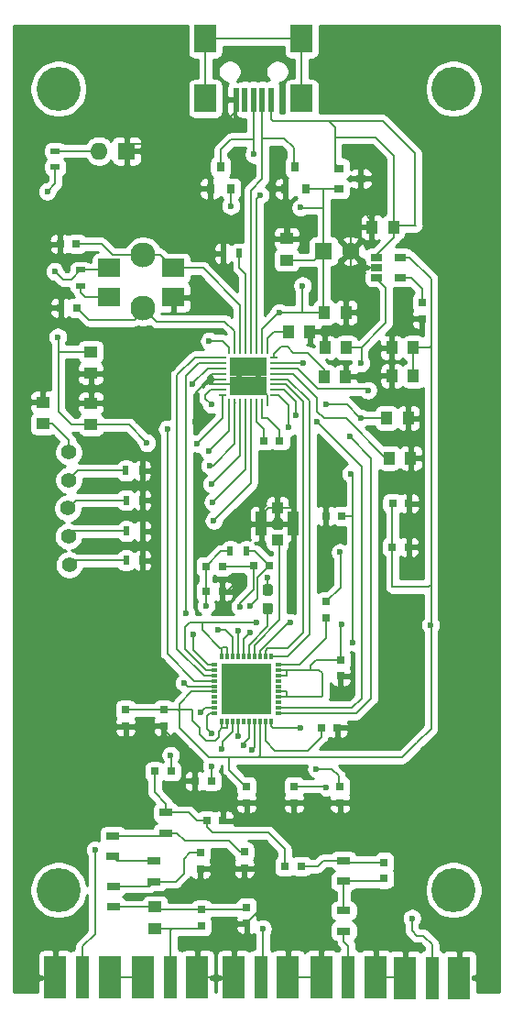
<source format=gbr>
%TF.GenerationSoftware,KiCad,Pcbnew,5.1.8*%
%TF.CreationDate,2020-12-01T23:25:55+08:00*%
%TF.ProjectId,msisdr,6d736973-6472-42e6-9b69-6361645f7063,rev?*%
%TF.SameCoordinates,Original*%
%TF.FileFunction,Copper,L1,Top*%
%TF.FilePolarity,Positive*%
%FSLAX46Y46*%
G04 Gerber Fmt 4.6, Leading zero omitted, Abs format (unit mm)*
G04 Created by KiCad (PCBNEW 5.1.8) date 2020-12-01 23:25:55*
%MOMM*%
%LPD*%
G01*
G04 APERTURE LIST*
%TA.AperFunction,SMDPad,CuDef*%
%ADD10R,1.000000X1.000000*%
%TD*%
%TA.AperFunction,SMDPad,CuDef*%
%ADD11R,1.050000X2.200000*%
%TD*%
%TA.AperFunction,ComponentPad*%
%ADD12C,4.064000*%
%TD*%
%TA.AperFunction,SMDPad,CuDef*%
%ADD13R,0.800000X0.750000*%
%TD*%
%TA.AperFunction,SMDPad,CuDef*%
%ADD14R,1.000000X1.250000*%
%TD*%
%TA.AperFunction,SMDPad,CuDef*%
%ADD15R,1.250000X1.000000*%
%TD*%
%TA.AperFunction,SMDPad,CuDef*%
%ADD16R,0.750000X0.800000*%
%TD*%
%TA.AperFunction,ComponentPad*%
%ADD17R,1.600000X1.600000*%
%TD*%
%TA.AperFunction,ComponentPad*%
%ADD18C,1.600000*%
%TD*%
%TA.AperFunction,SMDPad,CuDef*%
%ADD19R,1.250000X4.000000*%
%TD*%
%TA.AperFunction,SMDPad,CuDef*%
%ADD20R,2.000000X4.000000*%
%TD*%
%TA.AperFunction,ComponentPad*%
%ADD21C,0.400000*%
%TD*%
%TA.AperFunction,SMDPad,CuDef*%
%ADD22R,0.500000X2.300000*%
%TD*%
%TA.AperFunction,SMDPad,CuDef*%
%ADD23R,2.000000X2.500000*%
%TD*%
%TA.AperFunction,SMDPad,CuDef*%
%ADD24R,1.300000X0.700000*%
%TD*%
%TA.AperFunction,SMDPad,CuDef*%
%ADD25R,0.500000X0.900000*%
%TD*%
%TA.AperFunction,SMDPad,CuDef*%
%ADD26R,0.250000X0.700000*%
%TD*%
%TA.AperFunction,SMDPad,CuDef*%
%ADD27R,0.700000X0.250000*%
%TD*%
%TA.AperFunction,SMDPad,CuDef*%
%ADD28R,1.725000X1.725000*%
%TD*%
%TA.AperFunction,SMDPad,CuDef*%
%ADD29R,0.300000X0.500000*%
%TD*%
%TA.AperFunction,SMDPad,CuDef*%
%ADD30R,0.500000X0.300000*%
%TD*%
%TA.AperFunction,SMDPad,CuDef*%
%ADD31R,1.150000X1.150000*%
%TD*%
%TA.AperFunction,ComponentPad*%
%ADD32C,2.300000*%
%TD*%
%TA.AperFunction,ComponentPad*%
%ADD33C,1.400000*%
%TD*%
%TA.AperFunction,ComponentPad*%
%ADD34O,1.600000X1.600000*%
%TD*%
%TA.AperFunction,SMDPad,CuDef*%
%ADD35R,0.900000X0.500000*%
%TD*%
%TA.AperFunction,SMDPad,CuDef*%
%ADD36R,1.060000X0.650000*%
%TD*%
%TA.AperFunction,SMDPad,CuDef*%
%ADD37R,0.900000X0.800000*%
%TD*%
%TA.AperFunction,SMDPad,CuDef*%
%ADD38R,2.100000X1.700000*%
%TD*%
%TA.AperFunction,SMDPad,CuDef*%
%ADD39R,0.800000X0.900000*%
%TD*%
%TA.AperFunction,ViaPad*%
%ADD40C,0.600000*%
%TD*%
%TA.AperFunction,Conductor*%
%ADD41C,0.200000*%
%TD*%
%TA.AperFunction,Conductor*%
%ADD42C,0.254000*%
%TD*%
%TA.AperFunction,Conductor*%
%ADD43C,0.100000*%
%TD*%
G04 APERTURE END LIST*
D10*
%TO.P,J12,1*%
%TO.N,LNAND_IN*%
X138225000Y-91670000D03*
%TO.P,J12,2*%
%TO.N,GND*%
X138225000Y-88670000D03*
D11*
X139700000Y-90170000D03*
X136750000Y-90170000D03*
%TD*%
%TO.P,C43,2*%
%TO.N,Net-(C43-Pad2)*%
%TA.AperFunction,SMDPad,CuDef*%
G36*
G01*
X137094624Y-97475868D02*
X137569624Y-97475868D01*
G75*
G02*
X137807124Y-97713368I0J-237500D01*
G01*
X137807124Y-98313368D01*
G75*
G02*
X137569624Y-98550868I-237500J0D01*
G01*
X137094624Y-98550868D01*
G75*
G02*
X136857124Y-98313368I0J237500D01*
G01*
X136857124Y-97713368D01*
G75*
G02*
X137094624Y-97475868I237500J0D01*
G01*
G37*
%TD.AperFunction*%
%TO.P,C43,1*%
%TO.N,GND*%
%TA.AperFunction,SMDPad,CuDef*%
G36*
G01*
X137094624Y-95750868D02*
X137569624Y-95750868D01*
G75*
G02*
X137807124Y-95988368I0J-237500D01*
G01*
X137807124Y-96588368D01*
G75*
G02*
X137569624Y-96825868I-237500J0D01*
G01*
X137094624Y-96825868D01*
G75*
G02*
X136857124Y-96588368I0J237500D01*
G01*
X136857124Y-95988368D01*
G75*
G02*
X137094624Y-95750868I237500J0D01*
G01*
G37*
%TD.AperFunction*%
%TD*%
D12*
%TO.P,REF\u002A\u002A,1*%
%TO.N,N/C*%
X154500000Y-124000000D03*
%TD*%
%TO.P,REF\u002A\u002A,1*%
%TO.N,N/C*%
X118000000Y-124000000D03*
%TD*%
%TO.P,REF\u002A\u002A,1*%
%TO.N,N/C*%
X154500000Y-50000000D03*
%TD*%
%TO.P,REF\u002A\u002A,1*%
%TO.N,N/C*%
X118000000Y-50000000D03*
%TD*%
D13*
%TO.P,C1,2*%
%TO.N,Net-(C1-Pad2)*%
X138449000Y-82486000D03*
%TO.P,C1,1*%
%TO.N,Net-(C1-Pad1)*%
X136949000Y-82486000D03*
%TD*%
D14*
%TO.P,C2,1*%
%TO.N,VDDI*%
X148329000Y-80416000D03*
%TO.P,C2,2*%
%TO.N,GND*%
X150329000Y-80416000D03*
%TD*%
%TO.P,C3,1*%
%TO.N,VDIG*%
X142579000Y-70656000D03*
%TO.P,C3,2*%
%TO.N,GND*%
X144579000Y-70656000D03*
%TD*%
%TO.P,C4,1*%
%TO.N,Net-(C4-Pad1)*%
X148549000Y-84106000D03*
%TO.P,C4,2*%
%TO.N,GND*%
X150549000Y-84106000D03*
%TD*%
D15*
%TO.P,C5,1*%
%TO.N,VDIG*%
X120989000Y-81026000D03*
%TO.P,C5,2*%
%TO.N,GND*%
X120989000Y-79026000D03*
%TD*%
D14*
%TO.P,C6,1*%
%TO.N,V18-SYNTH*%
X144619000Y-73926000D03*
%TO.P,C6,2*%
%TO.N,GND*%
X142619000Y-73926000D03*
%TD*%
D15*
%TO.P,C7,1*%
%TO.N,VDIG*%
X120979000Y-74286000D03*
%TO.P,C7,2*%
%TO.N,GND*%
X120979000Y-76286000D03*
%TD*%
D14*
%TO.P,C8,1*%
%TO.N,Net-(C8-Pad1)*%
X142539000Y-76596000D03*
%TO.P,C8,2*%
%TO.N,GND*%
X144539000Y-76596000D03*
%TD*%
D13*
%TO.P,C9,2*%
%TO.N,Net-(C9-Pad2)*%
X119699000Y-70226000D03*
%TO.P,C9,1*%
%TO.N,GND*%
X118199000Y-70226000D03*
%TD*%
%TO.P,C10,2*%
%TO.N,Net-(C10-Pad2)*%
X119649000Y-64326000D03*
%TO.P,C10,1*%
%TO.N,GND*%
X118149000Y-64326000D03*
%TD*%
D16*
%TO.P,C11,2*%
%TO.N,VRF*%
X127706120Y-107352400D03*
%TO.P,C11,1*%
%TO.N,GND*%
X127706120Y-108852400D03*
%TD*%
%TO.P,C12,2*%
%TO.N,VRF*%
X135366760Y-114428840D03*
%TO.P,C12,1*%
%TO.N,GND*%
X135366760Y-115928840D03*
%TD*%
D13*
%TO.P,C13,2*%
%TO.N,Net-(C13-Pad2)*%
X142269000Y-109026000D03*
%TO.P,C13,1*%
%TO.N,GND*%
X143769000Y-109026000D03*
%TD*%
D16*
%TO.P,C14,2*%
%TO.N,Net-(C14-Pad2)*%
X139755880Y-114428840D03*
%TO.P,C14,1*%
%TO.N,GND*%
X139755880Y-115928840D03*
%TD*%
%TO.P,C15,2*%
%TO.N,Net-(C15-Pad2)*%
X144023080Y-114439000D03*
%TO.P,C15,1*%
%TO.N,GND*%
X144023080Y-115939000D03*
%TD*%
D13*
%TO.P,C16,2*%
%TO.N,Net-(C16-Pad2)*%
X132103560Y-113926620D03*
%TO.P,C16,1*%
%TO.N,GND*%
X130603560Y-113926620D03*
%TD*%
%TO.P,C17,2*%
%TO.N,Net-(C17-Pad2)*%
X128385000Y-113042700D03*
%TO.P,C17,1*%
%TO.N,HFPORT*%
X126885000Y-113042700D03*
%TD*%
D14*
%TO.P,C18,1*%
%TO.N,GND*%
X148809000Y-76506000D03*
%TO.P,C18,2*%
%TO.N,VRF*%
X150809000Y-76506000D03*
%TD*%
D16*
%TO.P,C19,2*%
%TO.N,VRF*%
X144079000Y-102726000D03*
%TO.P,C19,1*%
%TO.N,GND*%
X144079000Y-104226000D03*
%TD*%
D13*
%TO.P,C20,2*%
%TO.N,VRF*%
X148859000Y-92326000D03*
%TO.P,C20,1*%
%TO.N,GND*%
X150359000Y-92326000D03*
%TD*%
%TO.P,C21,2*%
%TO.N,VDDI*%
X144209000Y-89446000D03*
%TO.P,C21,1*%
%TO.N,GND*%
X142709000Y-89446000D03*
%TD*%
%TO.P,C22,2*%
%TO.N,Net-(C22-Pad2)*%
X133119000Y-94106000D03*
%TO.P,C22,1*%
%TO.N,Net-(C22-Pad1)*%
X131619000Y-94106000D03*
%TD*%
%TO.P,C23,2*%
%TO.N,Net-(C22-Pad2)*%
X135999000Y-94056000D03*
%TO.P,C23,1*%
%TO.N,Net-(C23-Pad1)*%
X137499000Y-94056000D03*
%TD*%
D16*
%TO.P,C24,2*%
%TO.N,VRF*%
X124190760Y-107372720D03*
%TO.P,C24,1*%
%TO.N,GND*%
X124190760Y-108872720D03*
%TD*%
D13*
%TO.P,C25,2*%
%TO.N,VRF*%
X148879000Y-88296000D03*
%TO.P,C25,1*%
%TO.N,GND*%
X150379000Y-88296000D03*
%TD*%
%TO.P,C26,2*%
%TO.N,GND*%
X133129720Y-96418400D03*
%TO.P,C26,1*%
%TO.N,Net-(C22-Pad1)*%
X131629720Y-96418400D03*
%TD*%
D15*
%TO.P,C27,1*%
%TO.N,Net-(C27-Pad1)*%
X126911100Y-127568200D03*
%TO.P,C27,2*%
%TO.N,Net-(C27-Pad2)*%
X126911100Y-125568200D03*
%TD*%
D16*
%TO.P,C28,2*%
%TO.N,Net-(C27-Pad2)*%
X131221480Y-125825820D03*
%TO.P,C28,1*%
%TO.N,Net-(C27-Pad1)*%
X131221480Y-127325820D03*
%TD*%
%TO.P,C29,2*%
%TO.N,Net-(C27-Pad2)*%
X135384540Y-125602300D03*
%TO.P,C29,1*%
%TO.N,GND*%
X135384540Y-127102300D03*
%TD*%
%TO.P,C30,2*%
%TO.N,Net-(C30-Pad2)*%
X148094700Y-122936700D03*
%TO.P,C30,1*%
%TO.N,Net-(C30-Pad1)*%
X148094700Y-121436700D03*
%TD*%
%TO.P,C31,2*%
%TO.N,Net-(C31-Pad2)*%
X131109720Y-120545160D03*
%TO.P,C31,1*%
%TO.N,GND*%
X131109720Y-122045160D03*
%TD*%
D13*
%TO.P,C32,2*%
%TO.N,Net-(C30-Pad1)*%
X140409360Y-121798080D03*
%TO.P,C32,1*%
%TO.N,HFPORT*%
X138909360Y-121798080D03*
%TD*%
D16*
%TO.P,C33,2*%
%TO.N,Net-(C33-Pad2)*%
X135161020Y-120489280D03*
%TO.P,C33,1*%
%TO.N,GND*%
X135161020Y-121989280D03*
%TD*%
D13*
%TO.P,C34,2*%
%TO.N,HFPORT*%
X131700840Y-117579140D03*
%TO.P,C34,1*%
%TO.N,GND*%
X133200840Y-117579140D03*
%TD*%
D17*
%TO.P,C35,1*%
%TO.N,VDIG*%
X142499000Y-64986000D03*
D18*
%TO.P,C35,2*%
%TO.N,GND*%
X144999000Y-64986000D03*
%TD*%
D14*
%TO.P,C36,1*%
%TO.N,VRF*%
X150799000Y-73926000D03*
%TO.P,C36,2*%
%TO.N,GND*%
X148799000Y-73926000D03*
%TD*%
D15*
%TO.P,C37,1*%
%TO.N,VDIG*%
X139090000Y-65820000D03*
%TO.P,C37,2*%
%TO.N,GND*%
X139090000Y-63820000D03*
%TD*%
D14*
%TO.P,C38,1*%
%TO.N,Net-(C38-Pad1)*%
X148959000Y-62786000D03*
%TO.P,C38,2*%
%TO.N,GND*%
X146959000Y-62786000D03*
%TD*%
D19*
%TO.P,J6,1*%
%TO.N,Net-(C27-Pad1)*%
X128329000Y-132076000D03*
D20*
%TO.P,J6,2*%
%TO.N,GND*%
X130829000Y-132076000D03*
D21*
X131204000Y-132826000D03*
X130454000Y-132826000D03*
X131204000Y-132076000D03*
X130454000Y-132076000D03*
X131204000Y-131326000D03*
X130454000Y-131326000D03*
D20*
%TO.P,J6,3*%
X125829000Y-132076000D03*
D21*
X125454000Y-132826000D03*
X126204000Y-132826000D03*
X125454000Y-132076000D03*
X126204000Y-132076000D03*
X125454000Y-131326000D03*
X126204000Y-131326000D03*
%TD*%
D19*
%TO.P,J7,1*%
%TO.N,Net-(J7-Pad1)*%
X144800320Y-132094600D03*
D20*
%TO.P,J7,2*%
%TO.N,GND*%
X147300320Y-132094600D03*
D21*
X147675320Y-132844600D03*
X146925320Y-132844600D03*
X147675320Y-132094600D03*
X146925320Y-132094600D03*
X147675320Y-131344600D03*
X146925320Y-131344600D03*
D20*
%TO.P,J7,3*%
X142300320Y-132094600D03*
D21*
X141925320Y-132844600D03*
X142675320Y-132844600D03*
X141925320Y-132094600D03*
X142675320Y-132094600D03*
X141925320Y-131344600D03*
X142675320Y-131344600D03*
%TD*%
D19*
%TO.P,J8,1*%
%TO.N,VHF_120_250MHZ*%
X120205500Y-132069200D03*
D20*
%TO.P,J8,2*%
%TO.N,GND*%
X122705500Y-132069200D03*
D21*
X123080500Y-132819200D03*
X122330500Y-132819200D03*
X123080500Y-132069200D03*
X122330500Y-132069200D03*
X123080500Y-131319200D03*
X122330500Y-131319200D03*
D20*
%TO.P,J8,3*%
X117705500Y-132069200D03*
D21*
X117330500Y-132819200D03*
X118080500Y-132819200D03*
X117330500Y-132069200D03*
X118080500Y-132069200D03*
X117330500Y-131319200D03*
X118080500Y-131319200D03*
%TD*%
D19*
%TO.P,J9,1*%
%TO.N,UHF_400_1000MHZ*%
X136702800Y-132069200D03*
D20*
%TO.P,J9,2*%
%TO.N,GND*%
X139202800Y-132069200D03*
D21*
X139577800Y-132819200D03*
X138827800Y-132819200D03*
X139577800Y-132069200D03*
X138827800Y-132069200D03*
X139577800Y-131319200D03*
X138827800Y-131319200D03*
D20*
%TO.P,J9,3*%
X134202800Y-132069200D03*
D21*
X133827800Y-132819200D03*
X134577800Y-132819200D03*
X133827800Y-132069200D03*
X134577800Y-132069200D03*
X133827800Y-131319200D03*
X134577800Y-131319200D03*
%TD*%
D19*
%TO.P,J10,1*%
%TO.N,VHF_50_120MHZ*%
X152539700Y-132122540D03*
D20*
%TO.P,J10,2*%
%TO.N,GND*%
X155039700Y-132122540D03*
D21*
X155414700Y-132872540D03*
X154664700Y-132872540D03*
X155414700Y-132122540D03*
X154664700Y-132122540D03*
X155414700Y-131372540D03*
X154664700Y-131372540D03*
D20*
%TO.P,J10,3*%
X150039700Y-132122540D03*
D21*
X149664700Y-132872540D03*
X150414700Y-132872540D03*
X149664700Y-132122540D03*
X150414700Y-132122540D03*
X149664700Y-131372540D03*
X150414700Y-131372540D03*
%TD*%
D22*
%TO.P,J11,1*%
%TO.N,Net-(C38-Pad1)*%
X137619000Y-50996000D03*
%TO.P,J11,2*%
%TO.N,USB_DM*%
X136819000Y-50996000D03*
%TO.P,J11,3*%
%TO.N,USB_DP*%
X136019000Y-50996000D03*
%TO.P,J11,4*%
%TO.N,Net-(J11-Pad4)*%
X135219000Y-50996000D03*
%TO.P,J11,5*%
%TO.N,GND*%
X134419000Y-50996000D03*
D23*
%TO.P,J11,6*%
%TO.N,Net-(J11-Pad6)*%
X140469000Y-50896000D03*
X140469000Y-45396000D03*
X131569000Y-50896000D03*
X131569000Y-45396000D03*
%TD*%
D24*
%TO.P,L1,1*%
%TO.N,Net-(C30-Pad2)*%
X144360900Y-125884900D03*
%TO.P,L1,2*%
%TO.N,Net-(J7-Pad1)*%
X144360900Y-127784900D03*
%TD*%
%TO.P,L2,1*%
%TO.N,Net-(C30-Pad1)*%
X144322800Y-121274800D03*
%TO.P,L2,2*%
%TO.N,Net-(C30-Pad2)*%
X144322800Y-123174800D03*
%TD*%
%TO.P,L3,1*%
%TO.N,Net-(C31-Pad2)*%
X123090940Y-123642080D03*
%TO.P,L3,2*%
%TO.N,Net-(C27-Pad2)*%
X123090940Y-125542080D03*
%TD*%
%TO.P,L4,1*%
%TO.N,Net-(L4-Pad1)*%
X126796800Y-121312900D03*
%TO.P,L4,2*%
%TO.N,Net-(C31-Pad2)*%
X126796800Y-123212900D03*
%TD*%
%TO.P,L5,1*%
%TO.N,Net-(C33-Pad2)*%
X123035060Y-119004040D03*
%TO.P,L5,2*%
%TO.N,Net-(L4-Pad1)*%
X123035060Y-120904040D03*
%TD*%
%TO.P,L6,1*%
%TO.N,HFPORT*%
X127939800Y-116855200D03*
%TO.P,L6,2*%
%TO.N,Net-(C33-Pad2)*%
X127939800Y-118755200D03*
%TD*%
D25*
%TO.P,R1,1*%
%TO.N,GND*%
X133219000Y-65206000D03*
%TO.P,R1,2*%
%TO.N,Net-(R1-Pad2)*%
X134719000Y-65206000D03*
%TD*%
%TO.P,R2,1*%
%TO.N,Net-(C22-Pad1)*%
X133870000Y-92710000D03*
%TO.P,R2,2*%
%TO.N,Net-(C23-Pad1)*%
X135370000Y-92710000D03*
%TD*%
D26*
%TO.P,U1,1*%
%TO.N,Net-(C41-Pad2)*%
X133779000Y-78966000D03*
%TO.P,U1,2*%
%TO.N,Net-(J2-Pad1)*%
X134279000Y-78966000D03*
%TO.P,U1,3*%
%TO.N,Net-(J3-Pad1)*%
X134779000Y-78966000D03*
%TO.P,U1,4*%
%TO.N,Net-(J4-Pad1)*%
X135279000Y-78966000D03*
%TO.P,U1,5*%
%TO.N,Net-(J5-Pad1)*%
X135779000Y-78966000D03*
%TO.P,U1,6*%
%TO.N,Net-(C1-Pad1)*%
X136279000Y-78966000D03*
%TO.P,U1,7*%
%TO.N,Net-(C1-Pad2)*%
X136779000Y-78966000D03*
%TO.P,U1,8*%
%TO.N,GND*%
X137279000Y-78966000D03*
D27*
%TO.P,U1,9*%
%TO.N,I_IN_P*%
X137929000Y-78316000D03*
%TO.P,U1,10*%
%TO.N,I_IN_N*%
X137929000Y-77816000D03*
%TO.P,U1,11*%
%TO.N,Q_IN_P*%
X137929000Y-77316000D03*
%TO.P,U1,12*%
%TO.N,Q_IN_N*%
X137929000Y-76816000D03*
%TO.P,U1,13*%
%TO.N,Net-(C4-Pad1)*%
X137929000Y-76316000D03*
%TO.P,U1,14*%
%TO.N,VDIG*%
X137929000Y-75816000D03*
%TO.P,U1,15*%
%TO.N,V18-SYNTH*%
X137929000Y-75316000D03*
%TO.P,U1,16*%
%TO.N,Net-(C8-Pad1)*%
X137929000Y-74816000D03*
D26*
%TO.P,U1,17*%
%TO.N,Net-(C39-Pad1)*%
X137279000Y-74166000D03*
%TO.P,U1,18*%
%TO.N,VDIG*%
X136779000Y-74166000D03*
%TO.P,U1,19*%
%TO.N,USB_DP*%
X136279000Y-74166000D03*
%TO.P,U1,20*%
%TO.N,USB_DM*%
X135779000Y-74166000D03*
%TO.P,U1,21*%
%TO.N,Net-(R1-Pad2)*%
X135279000Y-74166000D03*
%TO.P,U1,22*%
%TO.N,Net-(C10-Pad2)*%
X134779000Y-74166000D03*
%TO.P,U1,23*%
%TO.N,Net-(C9-Pad2)*%
X134279000Y-74166000D03*
%TO.P,U1,24*%
%TO.N,Net-(C42-Pad2)*%
X133779000Y-74166000D03*
D27*
%TO.P,U1,25*%
%TO.N,SPI_LAT*%
X133129000Y-74816000D03*
%TO.P,U1,26*%
%TO.N,SPI_DATA*%
X133129000Y-75316000D03*
%TO.P,U1,27*%
%TO.N,SPI_CLK*%
X133129000Y-75816000D03*
%TO.P,U1,28*%
%TO.N,GND*%
X133129000Y-76316000D03*
%TO.P,U1,29*%
X133129000Y-76816000D03*
%TO.P,U1,30*%
X133129000Y-77316000D03*
%TO.P,U1,31*%
%TO.N,VDDI*%
X133129000Y-77816000D03*
%TO.P,U1,32*%
%TO.N,VDIG*%
X133129000Y-78316000D03*
D28*
%TO.P,U1,33*%
%TO.N,GND*%
X136391500Y-75703500D03*
X134666500Y-75703500D03*
X136391500Y-77428500D03*
X134666500Y-77428500D03*
%TD*%
D29*
%TO.P,U2,1*%
%TO.N,VRF*%
X133109000Y-108426000D03*
%TO.P,U2,2*%
X133609000Y-108426000D03*
%TO.P,U2,3*%
%TO.N,VHF_120_250MHZ*%
X134109000Y-108426000D03*
%TO.P,U2,4*%
%TO.N,Net-(C14-Pad2)*%
X134609000Y-108426000D03*
%TO.P,U2,5*%
%TO.N,Net-(U2-Pad5)*%
X135109000Y-108426000D03*
%TO.P,U2,6*%
%TO.N,UHF_400_1000MHZ*%
X135609000Y-108426000D03*
%TO.P,U2,7*%
%TO.N,Net-(C15-Pad2)*%
X136109000Y-108426000D03*
%TO.P,U2,8*%
%TO.N,VRF*%
X136609000Y-108426000D03*
%TO.P,U2,9*%
%TO.N,Net-(C13-Pad2)*%
X137109000Y-108426000D03*
%TO.P,U2,10*%
%TO.N,VHF_50_120MHZ*%
X137609000Y-108426000D03*
D30*
%TO.P,U2,11*%
%TO.N,I_IN_P*%
X138359000Y-107676000D03*
%TO.P,U2,12*%
%TO.N,I_IN_N*%
X138359000Y-107176000D03*
%TO.P,U2,13*%
%TO.N,Net-(U2-Pad13)*%
X138359000Y-106676000D03*
%TO.P,U2,14*%
%TO.N,VRF*%
X138359000Y-106176000D03*
%TO.P,U2,15*%
X138359000Y-105676000D03*
%TO.P,U2,16*%
%TO.N,Net-(U2-Pad16)*%
X138359000Y-105176000D03*
%TO.P,U2,17*%
%TO.N,Net-(U2-Pad17)*%
X138359000Y-104676000D03*
%TO.P,U2,18*%
%TO.N,VRF*%
X138359000Y-104176000D03*
%TO.P,U2,19*%
X138359000Y-103676000D03*
%TO.P,U2,20*%
%TO.N,REFCLK*%
X138359000Y-103176000D03*
D29*
%TO.P,U2,21*%
%TO.N,Q_IN_N*%
X137609000Y-102426000D03*
%TO.P,U2,22*%
%TO.N,Q_IN_P*%
X137109000Y-102426000D03*
%TO.P,U2,23*%
%TO.N,VRF*%
X136609000Y-102426000D03*
%TO.P,U2,24*%
%TO.N,LNAND_IN*%
X136109000Y-102426000D03*
%TO.P,U2,25*%
%TO.N,Net-(C43-Pad2)*%
X135609000Y-102426000D03*
%TO.P,U2,26*%
%TO.N,Net-(C23-Pad1)*%
X135109000Y-102426000D03*
%TO.P,U2,27*%
%TO.N,Net-(C22-Pad2)*%
X134609000Y-102426000D03*
%TO.P,U2,28*%
%TO.N,Net-(C22-Pad1)*%
X134109000Y-102426000D03*
%TO.P,U2,29*%
%TO.N,VRF*%
X133609000Y-102426000D03*
%TO.P,U2,30*%
X133109000Y-102426000D03*
D30*
%TO.P,U2,31*%
%TO.N,VDDI*%
X132359000Y-103176000D03*
%TO.P,U2,32*%
%TO.N,VRF*%
X132359000Y-103676000D03*
%TO.P,U2,33*%
%TO.N,SPI_LAT*%
X132359000Y-104176000D03*
%TO.P,U2,34*%
%TO.N,SPI_CLK*%
X132359000Y-104676000D03*
%TO.P,U2,35*%
%TO.N,SPI_DATA*%
X132359000Y-105176000D03*
%TO.P,U2,36*%
%TO.N,VRF*%
X132359000Y-105676000D03*
%TO.P,U2,37*%
%TO.N,Net-(U2-Pad37)*%
X132359000Y-106176000D03*
%TO.P,U2,38*%
%TO.N,Net-(U2-Pad38)*%
X132359000Y-106676000D03*
%TO.P,U2,39*%
%TO.N,Net-(C17-Pad2)*%
X132359000Y-107176000D03*
%TO.P,U2,40*%
%TO.N,Net-(C16-Pad2)*%
X132359000Y-107676000D03*
D31*
%TO.P,U2,41*%
%TO.N,GND*%
X137084000Y-103701000D03*
X135934000Y-103701000D03*
X134784000Y-103701000D03*
X133634000Y-103701000D03*
X137084000Y-104851000D03*
X135934000Y-104851000D03*
X134784000Y-104851000D03*
X133634000Y-104851000D03*
X137084000Y-106001000D03*
X135934000Y-106001000D03*
X134784000Y-106001000D03*
X133634000Y-106001000D03*
X137084000Y-107151000D03*
X135934000Y-107151000D03*
X134784000Y-107151000D03*
X133634000Y-107151000D03*
%TD*%
D32*
%TO.P,Y1,1*%
%TO.N,Net-(C9-Pad2)*%
X125809000Y-70236000D03*
%TO.P,Y1,2*%
%TO.N,Net-(C10-Pad2)*%
X125809000Y-65336000D03*
%TD*%
D33*
%TO.P,J1,1*%
%TO.N,Net-(C41-Pad2)*%
X118949000Y-83556000D03*
%TD*%
%TO.P,J2,1*%
%TO.N,Net-(J2-Pad1)*%
X118929000Y-86156000D03*
%TD*%
%TO.P,J3,1*%
%TO.N,Net-(J3-Pad1)*%
X118869000Y-88746000D03*
%TD*%
%TO.P,J4,1*%
%TO.N,Net-(J4-Pad1)*%
X118899000Y-91336000D03*
%TD*%
%TO.P,J5,1*%
%TO.N,Net-(J5-Pad1)*%
X118979000Y-93966000D03*
%TD*%
D14*
%TO.P,C39,1*%
%TO.N,Net-(C39-Pad1)*%
X139220000Y-72410000D03*
%TO.P,C39,2*%
%TO.N,GND*%
X141220000Y-72410000D03*
%TD*%
D17*
%TO.P,D5,1*%
%TO.N,GND*%
X124290000Y-55740000D03*
D34*
%TO.P,D5,2*%
%TO.N,Net-(D5-Pad2)*%
X121750000Y-55740000D03*
%TD*%
D35*
%TO.P,R3,1*%
%TO.N,VDIG*%
X117690000Y-57240000D03*
%TO.P,R3,2*%
%TO.N,Net-(D5-Pad2)*%
X117690000Y-55740000D03*
%TD*%
D16*
%TO.P,C40,2*%
%TO.N,GND*%
X151610000Y-71240000D03*
%TO.P,C40,1*%
%TO.N,Net-(C40-Pad1)*%
X151610000Y-69740000D03*
%TD*%
D35*
%TO.P,R4,1*%
%TO.N,VDIG*%
X120050000Y-66730000D03*
%TO.P,R4,2*%
%TO.N,Net-(R4-Pad2)*%
X120050000Y-68230000D03*
%TD*%
D36*
%TO.P,U3,1*%
%TO.N,Net-(C38-Pad1)*%
X147400000Y-65560000D03*
%TO.P,U3,2*%
%TO.N,GND*%
X147400000Y-66510000D03*
%TO.P,U3,3*%
%TO.N,V18-SYNTH*%
X147400000Y-67460000D03*
%TO.P,U3,4*%
%TO.N,Net-(C40-Pad1)*%
X149600000Y-67460000D03*
%TO.P,U3,5*%
%TO.N,VRF*%
X149600000Y-65560000D03*
%TD*%
D37*
%TO.P,U4,1*%
%TO.N,Net-(C38-Pad1)*%
X143930000Y-57340000D03*
%TO.P,U4,2*%
%TO.N,VDIG*%
X143930000Y-59240000D03*
%TO.P,U4,3*%
%TO.N,GND*%
X145930000Y-58290000D03*
%TD*%
D38*
%TO.P,Y2,1*%
%TO.N,Net-(R4-Pad2)*%
X122690000Y-69260000D03*
%TO.P,Y2,2*%
%TO.N,GND*%
X128590000Y-69260000D03*
%TO.P,Y2,3*%
%TO.N,Net-(C10-Pad2)*%
X128590000Y-66560000D03*
%TO.P,Y2,4*%
%TO.N,VDIG*%
X122690000Y-66560000D03*
%TD*%
D39*
%TO.P,D1,1*%
%TO.N,GND*%
X132020000Y-59220000D03*
%TO.P,D1,2*%
%TO.N,VDIG*%
X133920000Y-59220000D03*
%TO.P,D1,3*%
%TO.N,USB_DP*%
X132970000Y-57220000D03*
%TD*%
%TO.P,D2,1*%
%TO.N,GND*%
X138940000Y-59230000D03*
%TO.P,D2,2*%
%TO.N,VDIG*%
X140840000Y-59230000D03*
%TO.P,D2,3*%
%TO.N,USB_DM*%
X139890000Y-57230000D03*
%TD*%
D25*
%TO.P,R5,1*%
%TO.N,Net-(J2-Pad1)*%
X124220000Y-85260000D03*
%TO.P,R5,2*%
%TO.N,GND*%
X125720000Y-85260000D03*
%TD*%
%TO.P,R6,1*%
%TO.N,Net-(J3-Pad1)*%
X124240000Y-87990000D03*
%TO.P,R6,2*%
%TO.N,GND*%
X125740000Y-87990000D03*
%TD*%
%TO.P,R7,1*%
%TO.N,Net-(J4-Pad1)*%
X124260000Y-90850000D03*
%TO.P,R7,2*%
%TO.N,GND*%
X125760000Y-90850000D03*
%TD*%
%TO.P,R8,1*%
%TO.N,Net-(J5-Pad1)*%
X124240000Y-93550000D03*
%TO.P,R8,2*%
%TO.N,GND*%
X125740000Y-93550000D03*
%TD*%
D15*
%TO.P,C41,1*%
%TO.N,GND*%
X116560000Y-78950000D03*
%TO.P,C41,2*%
%TO.N,Net-(C41-Pad2)*%
X116560000Y-80950000D03*
%TD*%
D16*
%TO.P,C42,2*%
%TO.N,Net-(C42-Pad2)*%
X142750000Y-97380000D03*
%TO.P,C42,1*%
%TO.N,REFCLK*%
X142750000Y-98880000D03*
%TD*%
D40*
%TO.N,VDDI*%
X130484880Y-100398580D03*
X145919000Y-80416000D03*
X145219000Y-101116000D03*
X144979000Y-85546000D03*
X132119000Y-79176000D03*
X142759000Y-79166000D03*
%TO.N,VDIG*%
X140370000Y-60970000D03*
X133920000Y-60810000D03*
X117930000Y-72920000D03*
X116960000Y-59480000D03*
X117640000Y-66870000D03*
X138409000Y-70656000D03*
X146599000Y-77846000D03*
X140549000Y-68176000D03*
X130779000Y-82766000D03*
X126169000Y-82706000D03*
%TO.N,V18-SYNTH*%
X145979000Y-75336000D03*
X140569000Y-75336000D03*
%TO.N,VRF*%
X144200000Y-99490000D03*
X139399000Y-99276000D03*
X152389000Y-99506000D03*
X136265359Y-99273660D03*
%TO.N,Net-(C14-Pad2)*%
X142722600Y-114523520D03*
X134599680Y-109819440D03*
%TO.N,Net-(C15-Pad2)*%
X141828520Y-112816640D03*
X135856980Y-111061500D03*
%TO.N,Net-(C16-Pad2)*%
X132176520Y-109550200D03*
X132110480Y-112557560D03*
%TO.N,Net-(C22-Pad1)*%
X131627880Y-97756980D03*
X132694680Y-99974400D03*
%TO.N,USB_DP*%
X136629000Y-59806000D03*
X136059000Y-56066000D03*
%TO.N,I_IN_P*%
X144899000Y-82116000D03*
X139229000Y-81286000D03*
%TO.N,I_IN_N*%
X141869000Y-80786000D03*
X139909000Y-80196000D03*
%TO.N,SPI_DATA*%
X129609000Y-104866000D03*
X129769000Y-98446000D03*
%TO.N,SPI_CLK*%
X128039000Y-81426000D03*
X130370000Y-77310000D03*
%TO.N,VHF_120_250MHZ*%
X133045200Y-110992920D03*
X121383120Y-120282680D03*
%TO.N,UHF_400_1000MHZ*%
X136870440Y-127548640D03*
X135087360Y-110611920D03*
%TO.N,VHF_50_120MHZ*%
X140314680Y-109042200D03*
X150664120Y-126598440D03*
%TO.N,GND*%
X130280000Y-55170000D03*
X138280000Y-55910000D03*
X131660000Y-69510000D03*
X130640000Y-80750000D03*
X116689000Y-77656000D03*
X119089000Y-77646000D03*
X146620000Y-76596000D03*
X146150000Y-72070000D03*
X137312400Y-121904760D03*
X137411460Y-117187980D03*
X148209000Y-110175040D03*
X148153120Y-114952780D03*
X148717000Y-97414080D03*
X148777960Y-105481120D03*
X150444200Y-94947740D03*
X142737840Y-92613480D03*
X134630160Y-95341440D03*
X136429000Y-105496000D03*
X144059000Y-105486000D03*
X144999000Y-61596000D03*
X134309000Y-62056000D03*
X137300000Y-95100000D03*
X138250000Y-87250000D03*
%TO.N,Net-(J3-Pad1)*%
X132119000Y-86516000D03*
%TO.N,Net-(C17-Pad2)*%
X131124960Y-107579160D03*
X128358900Y-111541560D03*
%TO.N,Net-(C22-Pad2)*%
X134757160Y-97820480D03*
X134612380Y-100032820D03*
%TO.N,Net-(C23-Pad1)*%
X135666480Y-97749360D03*
X135674100Y-100261420D03*
%TO.N,Net-(J2-Pad1)*%
X131979000Y-84806000D03*
%TO.N,Net-(J4-Pad1)*%
X132269000Y-88176000D03*
%TO.N,Net-(J5-Pad1)*%
X132339000Y-89876000D03*
%TO.N,Net-(C41-Pad2)*%
X131869000Y-83466000D03*
%TO.N,Net-(C42-Pad2)*%
X131930000Y-73300000D03*
X144020000Y-92810000D03*
%TD*%
D41*
%TO.N,Net-(C1-Pad2)*%
X136779000Y-78966000D02*
X136779000Y-80336000D01*
X136779000Y-80336000D02*
X136829000Y-80386000D01*
X138449000Y-82486000D02*
X138449000Y-81536000D01*
X136829000Y-80386000D02*
X136809000Y-80366000D01*
X137299000Y-80386000D02*
X136829000Y-80386000D01*
X138449000Y-81536000D02*
X137299000Y-80386000D01*
%TO.N,Net-(C1-Pad1)*%
X136279000Y-78966000D02*
X136279000Y-80746000D01*
X136949000Y-81416000D02*
X136949000Y-82486000D01*
X136279000Y-80746000D02*
X136949000Y-81416000D01*
%TO.N,VDDI*%
X144209000Y-89446000D02*
X145097400Y-89446000D01*
X145097400Y-89446000D02*
X145219000Y-89567600D01*
X132359000Y-103176000D02*
X131834820Y-103176000D01*
X130484880Y-101826060D02*
X130484880Y-100398580D01*
X131834820Y-103176000D02*
X130484880Y-101826060D01*
X145219000Y-85786000D02*
X145219000Y-89567600D01*
X145219000Y-89567600D02*
X145219000Y-101116000D01*
X144979000Y-85546000D02*
X145219000Y-85786000D01*
X148329000Y-80416000D02*
X145919000Y-80416000D01*
X145919000Y-80416000D02*
X145899000Y-80416000D01*
X132019000Y-77816000D02*
X133129000Y-77816000D01*
X131579000Y-78256000D02*
X132019000Y-77816000D01*
X131579000Y-78636000D02*
X131579000Y-78256000D01*
X132119000Y-79176000D02*
X131579000Y-78636000D01*
X144649000Y-79166000D02*
X142759000Y-79166000D01*
X145899000Y-80416000D02*
X144649000Y-79166000D01*
%TO.N,VDIG*%
X139090000Y-65820000D02*
X141665000Y-65820000D01*
X141665000Y-65820000D02*
X142499000Y-64986000D01*
X133920000Y-59220000D02*
X133920000Y-60810000D01*
X140390000Y-60990000D02*
X142499000Y-60990000D01*
X140370000Y-60970000D02*
X140390000Y-60990000D01*
X142499000Y-64986000D02*
X142499000Y-60990000D01*
X142499000Y-60990000D02*
X142499000Y-59301000D01*
X142499000Y-59301000D02*
X142560000Y-59240000D01*
X143930000Y-59240000D02*
X142560000Y-59240000D01*
X142560000Y-59240000D02*
X140850000Y-59240000D01*
X140850000Y-59240000D02*
X140840000Y-59230000D01*
X117989000Y-74149000D02*
X117989000Y-72979000D01*
X117930000Y-72920000D02*
X117989000Y-72979000D01*
X119330000Y-74286000D02*
X118126000Y-74286000D01*
X118126000Y-74286000D02*
X117989000Y-74149000D01*
X117989000Y-74149000D02*
X117989000Y-75616000D01*
X117989000Y-79806000D02*
X119209000Y-81026000D01*
X117989000Y-75616000D02*
X117989000Y-79806000D01*
X119209000Y-81026000D02*
X120989000Y-81026000D01*
X117690000Y-57240000D02*
X117690000Y-58750000D01*
X117690000Y-58750000D02*
X116960000Y-59480000D01*
X119150000Y-67630000D02*
X120050000Y-66730000D01*
X117640000Y-66870000D02*
X118400000Y-67630000D01*
X118400000Y-67630000D02*
X119150000Y-67630000D01*
X120050000Y-66730000D02*
X122520000Y-66730000D01*
X122520000Y-66730000D02*
X122690000Y-66560000D01*
X140069000Y-75816000D02*
X141989000Y-77736000D01*
X141989000Y-77736000D02*
X146489000Y-77736000D01*
X146489000Y-77736000D02*
X146599000Y-77846000D01*
X137929000Y-75816000D02*
X140069000Y-75816000D01*
X140489000Y-68236000D02*
X140489000Y-70656000D01*
X140549000Y-68176000D02*
X140489000Y-68236000D01*
X120989000Y-81026000D02*
X124489000Y-81026000D01*
X133129000Y-80416000D02*
X133129000Y-78316000D01*
X130779000Y-82766000D02*
X133129000Y-80416000D01*
X120979000Y-74286000D02*
X119330000Y-74286000D01*
X119330000Y-74286000D02*
X119319000Y-74286000D01*
X142579000Y-70656000D02*
X140489000Y-70656000D01*
X140489000Y-70656000D02*
X138409000Y-70656000D01*
X138409000Y-70656000D02*
X138319000Y-70656000D01*
X137824000Y-71151000D02*
X136779000Y-72196000D01*
X138319000Y-70656000D02*
X137824000Y-71151000D01*
X136779000Y-72196000D02*
X136779000Y-74166000D01*
X142499000Y-64986000D02*
X142499000Y-70576000D01*
X142499000Y-70576000D02*
X142579000Y-70656000D01*
X124508260Y-81026000D02*
X124489000Y-81026000D01*
X124489000Y-81026000D02*
X126169000Y-82706000D01*
%TO.N,Net-(C4-Pad1)*%
X148549000Y-84106000D02*
X148259000Y-84106000D01*
X148259000Y-84106000D02*
X144579000Y-80426000D01*
X144579000Y-80426000D02*
X142519000Y-80426000D01*
X142519000Y-80426000D02*
X141869000Y-79776000D01*
X141869000Y-79776000D02*
X141869000Y-78546000D01*
X141869000Y-78546000D02*
X139639000Y-76316000D01*
X139639000Y-76316000D02*
X137929000Y-76316000D01*
%TO.N,V18-SYNTH*%
X147400000Y-67460000D02*
X147400000Y-67520000D01*
X147400000Y-67520000D02*
X148250000Y-68370000D01*
X145989000Y-73906000D02*
X147829000Y-72066000D01*
X145989000Y-73926000D02*
X145989000Y-73906000D01*
X148250000Y-71645000D02*
X147829000Y-72066000D01*
X148250000Y-68370000D02*
X148250000Y-71645000D01*
X147400000Y-67460000D02*
X147630000Y-67460000D01*
X137929000Y-75316000D02*
X140549000Y-75316000D01*
X145989000Y-75326000D02*
X145989000Y-73926000D01*
X145979000Y-75336000D02*
X145989000Y-75326000D01*
X140549000Y-75316000D02*
X140569000Y-75336000D01*
X145989000Y-73926000D02*
X144619000Y-73926000D01*
%TO.N,Net-(C9-Pad2)*%
X134279000Y-74166000D02*
X134279000Y-72409000D01*
X127063000Y-71490000D02*
X125809000Y-70236000D01*
X133360000Y-71490000D02*
X127063000Y-71490000D01*
X134279000Y-72409000D02*
X133360000Y-71490000D01*
X125809000Y-70236000D02*
X125809000Y-70541000D01*
X125809000Y-70541000D02*
X125010000Y-71340000D01*
X120813000Y-71340000D02*
X119699000Y-70226000D01*
X125010000Y-71340000D02*
X120813000Y-71340000D01*
X125799000Y-70226000D02*
X125809000Y-70236000D01*
%TO.N,VRF*%
X144079000Y-102726000D02*
X144079000Y-99611000D01*
X144079000Y-99611000D02*
X144200000Y-99490000D01*
X150799000Y-73926000D02*
X152264000Y-73926000D01*
X152264000Y-73926000D02*
X152439000Y-73751000D01*
X149600000Y-65560000D02*
X150460000Y-65560000D01*
X150460000Y-65560000D02*
X152439000Y-67539000D01*
X152439000Y-67539000D02*
X152439000Y-73751000D01*
X152439000Y-74876000D02*
X152439000Y-95802820D01*
X152439000Y-73751000D02*
X152439000Y-74876000D01*
X131627880Y-110195360D02*
X132494020Y-110195360D01*
X131082080Y-109649560D02*
X131627880Y-110195360D01*
X129169000Y-107482480D02*
X129169000Y-107373420D01*
X130324860Y-107373420D02*
X129169000Y-107373420D01*
X130355340Y-107403900D02*
X130324860Y-107373420D01*
X130355340Y-108333540D02*
X130355340Y-107403900D01*
X131082080Y-109060280D02*
X130355340Y-108333540D01*
X131082080Y-109060280D02*
X131082080Y-109649560D01*
X132783580Y-109385700D02*
X133109000Y-109060280D01*
X132783580Y-109905800D02*
X132783580Y-109385700D01*
X132494020Y-110195360D02*
X132783580Y-109905800D01*
X135366760Y-114428840D02*
X135307640Y-114428840D01*
X135307640Y-114428840D02*
X133791960Y-112913160D01*
X133791960Y-112913160D02*
X133791960Y-111747300D01*
X136609000Y-108426000D02*
X136609000Y-111589640D01*
X136609000Y-111589640D02*
X136451340Y-111747300D01*
X130599000Y-110426000D02*
X130599000Y-110446640D01*
X129169000Y-107482480D02*
X129169000Y-108996000D01*
X129169000Y-108996000D02*
X130599000Y-110426000D01*
X152439000Y-109076000D02*
X151094000Y-110421000D01*
X152439000Y-109076000D02*
X152439000Y-99536000D01*
X149767700Y-111747300D02*
X151094000Y-110421000D01*
X131899660Y-111747300D02*
X133791960Y-111747300D01*
X133791960Y-111747300D02*
X136451340Y-111747300D01*
X136451340Y-111747300D02*
X149767700Y-111747300D01*
X130599000Y-110446640D02*
X131899660Y-111747300D01*
X133109000Y-109060280D02*
X133604300Y-109060280D01*
X133609000Y-109055580D02*
X133609000Y-108426000D01*
X133604300Y-109060280D02*
X133609000Y-109055580D01*
X133109000Y-108426000D02*
X133109000Y-109060280D01*
X127706120Y-107352400D02*
X129038920Y-107352400D01*
X129038920Y-107352400D02*
X129169000Y-107482480D01*
X129169000Y-107482480D02*
X129169000Y-107482480D01*
X124190760Y-107372720D02*
X127685800Y-107372720D01*
X127685800Y-107372720D02*
X127706120Y-107352400D01*
X148859000Y-95996760D02*
X152245060Y-95996760D01*
X152245060Y-95996760D02*
X152439000Y-95802820D01*
X148859000Y-92326000D02*
X148859000Y-88316000D01*
X148859000Y-88316000D02*
X148879000Y-88296000D01*
X133109000Y-101637800D02*
X132912820Y-101637800D01*
X131262120Y-99402900D02*
X131389020Y-99276000D01*
X131262120Y-99987100D02*
X131262120Y-99402900D01*
X132912820Y-101637800D02*
X131262120Y-99987100D01*
X133109000Y-102426000D02*
X133109000Y-101637800D01*
X133609000Y-101612620D02*
X133609000Y-102426000D01*
X133560820Y-101564440D02*
X133609000Y-101612620D01*
X133182360Y-101564440D02*
X133560820Y-101564440D01*
X133109000Y-101637800D02*
X133182360Y-101564440D01*
X150809000Y-76506000D02*
X150809000Y-73936000D01*
X150809000Y-73936000D02*
X150799000Y-73926000D01*
X152419000Y-99536000D02*
X152439000Y-99536000D01*
X152389000Y-99506000D02*
X152419000Y-99536000D01*
X152439000Y-95802820D02*
X152439000Y-99536000D01*
X132359000Y-103676000D02*
X131659000Y-103676000D01*
X131659000Y-103676000D02*
X129719000Y-101736000D01*
X129719000Y-101736000D02*
X129719000Y-99686000D01*
X129719000Y-99686000D02*
X130129000Y-99276000D01*
X130129000Y-99276000D02*
X131389020Y-99276000D01*
X132359000Y-105676000D02*
X130309000Y-105676000D01*
X129169000Y-106816000D02*
X129169000Y-107482480D01*
X130309000Y-105676000D02*
X129169000Y-106816000D01*
X148859000Y-95996760D02*
X148859000Y-92326000D01*
X144079000Y-102726000D02*
X141789000Y-102726000D01*
X141279000Y-103236000D02*
X141279000Y-103676000D01*
X141789000Y-102726000D02*
X141279000Y-103236000D01*
X138359000Y-104176000D02*
X139119000Y-104176000D01*
X139109000Y-104166000D02*
X139109000Y-103676000D01*
X139119000Y-104176000D02*
X139109000Y-104166000D01*
X138359000Y-105676000D02*
X139079000Y-105676000D01*
X139129000Y-105726000D02*
X139129000Y-106176000D01*
X139079000Y-105676000D02*
X139129000Y-105726000D01*
X138359000Y-103676000D02*
X139109000Y-103676000D01*
X139109000Y-103676000D02*
X141279000Y-103676000D01*
X141279000Y-103676000D02*
X142079000Y-103676000D01*
X142299000Y-106176000D02*
X139129000Y-106176000D01*
X139129000Y-106176000D02*
X138359000Y-106176000D01*
X142389000Y-106086000D02*
X142299000Y-106176000D01*
X142389000Y-103986000D02*
X142389000Y-106086000D01*
X142079000Y-103676000D02*
X142389000Y-103986000D01*
X139234012Y-99276000D02*
X139399000Y-99276000D01*
X136609000Y-101901012D02*
X139234012Y-99276000D01*
X136609000Y-102426000D02*
X136609000Y-101901012D01*
X136153451Y-99276000D02*
X136273437Y-99395986D01*
X131389020Y-99276000D02*
X136153451Y-99276000D01*
%TO.N,Net-(C13-Pad2)*%
X137109000Y-108426000D02*
X137109000Y-110225640D01*
X142269000Y-109846320D02*
X142269000Y-109026000D01*
X141000480Y-111114840D02*
X142269000Y-109846320D01*
X137998200Y-111114840D02*
X141000480Y-111114840D01*
X137109000Y-110225640D02*
X137998200Y-111114840D01*
%TO.N,Net-(C14-Pad2)*%
X134609000Y-109624700D02*
X134609000Y-109810120D01*
X134609000Y-108426000D02*
X134609000Y-109624700D01*
X142627920Y-114428840D02*
X139755880Y-114428840D01*
X142722600Y-114523520D02*
X142627920Y-114428840D01*
X134609000Y-109810120D02*
X134599680Y-109819440D01*
X134645400Y-108462400D02*
X134609000Y-108426000D01*
%TO.N,Net-(C15-Pad2)*%
X136109000Y-108426000D02*
X136109000Y-110809480D01*
X143880840Y-113466880D02*
X143880840Y-114296760D01*
X143230600Y-112816640D02*
X143880840Y-113466880D01*
X141828520Y-112816640D02*
X143230600Y-112816640D01*
X136109000Y-110809480D02*
X135856980Y-111061500D01*
X143880840Y-114296760D02*
X144023080Y-114439000D01*
%TO.N,Net-(C16-Pad2)*%
X132103560Y-113926620D02*
X132103560Y-112564480D01*
X131950140Y-107676000D02*
X132359000Y-107676000D01*
X131719320Y-107906820D02*
X131950140Y-107676000D01*
X131719320Y-109093000D02*
X131719320Y-107906820D01*
X132176520Y-109550200D02*
X131719320Y-109093000D01*
X132103560Y-112564480D02*
X132110480Y-112557560D01*
%TO.N,HFPORT*%
X131700840Y-117579140D02*
X131700840Y-118152480D01*
X138909360Y-120225120D02*
X138909360Y-121798080D01*
X137403840Y-118719600D02*
X138909360Y-120225120D01*
X132267960Y-118719600D02*
X137403840Y-118719600D01*
X131700840Y-118152480D02*
X132267960Y-118719600D01*
X131700840Y-117579140D02*
X130761740Y-117579140D01*
X130037800Y-116855200D02*
X127939800Y-116855200D01*
X130761740Y-117579140D02*
X130037800Y-116855200D01*
X127939800Y-116855200D02*
X127939800Y-116037360D01*
X126885000Y-114982560D02*
X126885000Y-113042700D01*
X127939800Y-116037360D02*
X126885000Y-114982560D01*
%TO.N,Net-(C22-Pad1)*%
X134109000Y-102426000D02*
X134109000Y-100664820D01*
X131629720Y-97755140D02*
X131629720Y-96418400D01*
X131627880Y-97756980D02*
X131629720Y-97755140D01*
X133418580Y-99974400D02*
X132694680Y-99974400D01*
X134109000Y-100664820D02*
X133418580Y-99974400D01*
X131619000Y-94106000D02*
X131619000Y-96407680D01*
X131619000Y-96407680D02*
X131629720Y-96418400D01*
X133015000Y-92710000D02*
X131619000Y-94106000D01*
X133870000Y-92710000D02*
X133015000Y-92710000D01*
%TO.N,USB_DP*%
X132970000Y-57220000D02*
X132970000Y-55640000D01*
X133930000Y-54680000D02*
X136019000Y-54680000D01*
X132970000Y-55640000D02*
X133930000Y-54680000D01*
X136639000Y-59816000D02*
X136629000Y-59806000D01*
X136019000Y-50996000D02*
X136019000Y-54116000D01*
X136019000Y-54116000D02*
X136019000Y-54680000D01*
X136019000Y-54680000D02*
X136019000Y-56026000D01*
X136279000Y-60156000D02*
X136279000Y-74166000D01*
X136629000Y-59806000D02*
X136279000Y-60156000D01*
X136019000Y-56026000D02*
X136059000Y-56066000D01*
%TO.N,USB_DM*%
X136819000Y-54600000D02*
X138870000Y-54600000D01*
X139740000Y-55470000D02*
X139740000Y-57080000D01*
X138870000Y-54600000D02*
X139740000Y-55470000D01*
X139740000Y-57080000D02*
X139890000Y-57230000D01*
X136819000Y-50996000D02*
X136819000Y-54600000D01*
X136819000Y-54600000D02*
X136819000Y-54830000D01*
X136819000Y-54830000D02*
X136819000Y-57256000D01*
X136819000Y-57256000D02*
X136819000Y-58336000D01*
X135779000Y-59376000D02*
X135779000Y-74166000D01*
X136819000Y-58336000D02*
X135779000Y-59376000D01*
%TO.N,I_IN_P*%
X137929000Y-78316000D02*
X138299000Y-78316000D01*
X145509000Y-107676000D02*
X138359000Y-107676000D01*
X146909000Y-106276000D02*
X145509000Y-107676000D01*
X146909000Y-84126000D02*
X146909000Y-106276000D01*
X144899000Y-82116000D02*
X146909000Y-84126000D01*
X139229000Y-79246000D02*
X139229000Y-81286000D01*
X138299000Y-78316000D02*
X139229000Y-79246000D01*
%TO.N,I_IN_N*%
X137929000Y-77816000D02*
X138799000Y-77816000D01*
X145139000Y-107176000D02*
X138359000Y-107176000D01*
X146009000Y-106306000D02*
X145139000Y-107176000D01*
X146009000Y-84926000D02*
X146009000Y-106306000D01*
X141869000Y-80786000D02*
X146009000Y-84926000D01*
X139909000Y-78926000D02*
X139909000Y-80196000D01*
X138799000Y-77816000D02*
X139909000Y-78926000D01*
%TO.N,Q_IN_P*%
X137929000Y-77316000D02*
X138989000Y-77316000D01*
X137109000Y-101896000D02*
X137109000Y-102426000D01*
X137349000Y-101656000D02*
X137109000Y-101896000D01*
X139159000Y-101656000D02*
X137349000Y-101656000D01*
X140589000Y-100226000D02*
X139159000Y-101656000D01*
X140589000Y-78916000D02*
X140589000Y-100226000D01*
X138989000Y-77316000D02*
X140589000Y-78916000D01*
%TO.N,Q_IN_N*%
X137929000Y-76816000D02*
X139209000Y-76816000D01*
X139159000Y-102426000D02*
X137609000Y-102426000D01*
X141219000Y-100366000D02*
X139159000Y-102426000D01*
X141219000Y-78826000D02*
X141219000Y-100366000D01*
X139209000Y-76816000D02*
X141219000Y-78826000D01*
%TO.N,Net-(R1-Pad2)*%
X135279000Y-74166000D02*
X135279000Y-67096000D01*
X134719000Y-66536000D02*
X134719000Y-65206000D01*
X135279000Y-67096000D02*
X134719000Y-66536000D01*
%TO.N,REFCLK*%
X142750000Y-99780000D02*
X142750000Y-100700000D01*
X139639000Y-103176000D02*
X138359000Y-103176000D01*
X140274000Y-103176000D02*
X139639000Y-103176000D01*
X142750000Y-100700000D02*
X140274000Y-103176000D01*
X142750000Y-99900000D02*
X142750000Y-99780000D01*
X142750000Y-99780000D02*
X142750000Y-98880000D01*
%TO.N,SPI_LAT*%
X132359000Y-104176000D02*
X131429000Y-104176000D01*
X130609000Y-74816000D02*
X133129000Y-74816000D01*
X128959000Y-76466000D02*
X130609000Y-74816000D01*
X128959000Y-101706000D02*
X128959000Y-76466000D01*
X131429000Y-104176000D02*
X128959000Y-101706000D01*
%TO.N,SPI_DATA*%
X133129000Y-75316000D02*
X130939000Y-75316000D01*
X129919000Y-105176000D02*
X132359000Y-105176000D01*
X129609000Y-104866000D02*
X129919000Y-105176000D01*
X129769000Y-76486000D02*
X129769000Y-98446000D01*
X130939000Y-75316000D02*
X129769000Y-76486000D01*
%TO.N,SPI_CLK*%
X130549000Y-104676000D02*
X128039000Y-102166000D01*
X128039000Y-102166000D02*
X128039000Y-81426000D01*
X130549000Y-104676000D02*
X132359000Y-104676000D01*
X131779000Y-75816000D02*
X133129000Y-75816000D01*
X130370000Y-77225000D02*
X131779000Y-75816000D01*
X130271000Y-77409000D02*
X130370000Y-77225000D01*
X130370000Y-77310000D02*
X130271000Y-77409000D01*
%TO.N,VHF_120_250MHZ*%
X121375500Y-128039200D02*
X121360800Y-128039200D01*
X134109000Y-109357620D02*
X133144260Y-110322360D01*
X133144260Y-110322360D02*
X133144260Y-110893860D01*
X133144260Y-110893860D02*
X133045200Y-110992920D01*
X121383120Y-120282680D02*
X121375500Y-120290300D01*
X121375500Y-120290300D02*
X121375500Y-128039200D01*
X134109000Y-108426000D02*
X134109000Y-109357620D01*
X120205500Y-129194500D02*
X120205500Y-132069200D01*
X121360800Y-128039200D02*
X120205500Y-129194500D01*
%TO.N,UHF_400_1000MHZ*%
X135087360Y-110611920D02*
X135087360Y-110464600D01*
X136885680Y-131886320D02*
X136885680Y-127563880D01*
X136870440Y-127548640D02*
X136885680Y-127563880D01*
X135609000Y-109333360D02*
X135609000Y-108426000D01*
X135609000Y-109942960D02*
X135609000Y-109333360D01*
X135087360Y-110464600D02*
X135609000Y-109942960D01*
X136885680Y-131886320D02*
X136702800Y-132069200D01*
%TO.N,VHF_50_120MHZ*%
X152539700Y-132122540D02*
X152539700Y-129029700D01*
X137609000Y-108820640D02*
X137830560Y-109042200D01*
X137830560Y-109042200D02*
X140314680Y-109042200D01*
X137609000Y-108820640D02*
X137609000Y-108426000D01*
X150664120Y-127774120D02*
X150664120Y-126598440D01*
X151110000Y-128220000D02*
X150664120Y-127774120D01*
X151730000Y-128220000D02*
X151110000Y-128220000D01*
X152539700Y-129029700D02*
X151730000Y-128220000D01*
%TO.N,LNAND_IN*%
X138430000Y-91875000D02*
X138225000Y-91670000D01*
X138430000Y-99060000D02*
X138430000Y-91875000D01*
X136109000Y-101381000D02*
X138430000Y-99060000D01*
X136109000Y-102426000D02*
X136109000Y-101381000D01*
%TO.N,Net-(C31-Pad2)*%
X126796800Y-123212900D02*
X128810980Y-123212900D01*
X130137600Y-120545160D02*
X131109720Y-120545160D01*
X129575560Y-121107200D02*
X130137600Y-120545160D01*
X129575560Y-122448320D02*
X129575560Y-121107200D01*
X128810980Y-123212900D02*
X129575560Y-122448320D01*
X123090940Y-123642080D02*
X126367620Y-123642080D01*
X126367620Y-123642080D02*
X126796800Y-123212900D01*
%TO.N,GND*%
X116689000Y-77656000D02*
X116689000Y-78821000D01*
X116689000Y-78821000D02*
X116560000Y-78950000D01*
X138940000Y-59230000D02*
X138940000Y-63670000D01*
X138940000Y-63670000D02*
X139090000Y-63820000D01*
X125720000Y-85260000D02*
X125720000Y-84670000D01*
X126744000Y-76724000D02*
X125425200Y-76724000D01*
X127180000Y-77160000D02*
X126744000Y-76724000D01*
X127180000Y-83210000D02*
X127180000Y-77160000D01*
X125720000Y-84670000D02*
X127180000Y-83210000D01*
X125760000Y-90850000D02*
X125760000Y-93530000D01*
X125760000Y-93530000D02*
X125740000Y-93550000D01*
X125740000Y-87990000D02*
X125740000Y-90830000D01*
X125740000Y-90830000D02*
X125760000Y-90850000D01*
X125720000Y-85260000D02*
X125720000Y-87970000D01*
X125720000Y-87970000D02*
X125740000Y-87990000D01*
X138940000Y-59230000D02*
X138940000Y-56570000D01*
X130280000Y-55126000D02*
X130349000Y-55126000D01*
X130280000Y-55170000D02*
X130280000Y-55126000D01*
X138940000Y-56570000D02*
X138280000Y-55910000D01*
X132020000Y-59220000D02*
X130270000Y-59220000D01*
X130270000Y-59220000D02*
X130139000Y-59351000D01*
X131410000Y-69260000D02*
X128590000Y-69260000D01*
X131660000Y-69510000D02*
X131410000Y-69260000D01*
X147400000Y-66510000D02*
X145038000Y-66510000D01*
X145038000Y-66510000D02*
X144999000Y-66471000D01*
X131782500Y-76972500D02*
X131737500Y-76972500D01*
X130700000Y-80690000D02*
X130640000Y-80750000D01*
X130700000Y-78010000D02*
X130700000Y-80690000D01*
X131737500Y-76972500D02*
X130700000Y-78010000D01*
X151610000Y-71240000D02*
X149830000Y-71240000D01*
X148799000Y-72271000D02*
X148799000Y-73926000D01*
X149830000Y-71240000D02*
X148799000Y-72271000D01*
X145930000Y-58290000D02*
X145930000Y-61533000D01*
X145950000Y-61540000D02*
X145950000Y-61533000D01*
X145937000Y-61540000D02*
X145950000Y-61540000D01*
X145930000Y-61533000D02*
X145937000Y-61540000D01*
X118199000Y-70226000D02*
X116526000Y-70226000D01*
X116526000Y-70226000D02*
X116379000Y-70079000D01*
X118149000Y-64326000D02*
X117624000Y-64326000D01*
X117624000Y-64326000D02*
X116379000Y-65571000D01*
X116379000Y-65571000D02*
X116379000Y-70079000D01*
X116379000Y-70079000D02*
X116379000Y-72046000D01*
X116379000Y-77346000D02*
X116379000Y-72046000D01*
X116689000Y-77656000D02*
X116379000Y-77346000D01*
X119129000Y-77686000D02*
X119089000Y-77646000D01*
X120989000Y-77686000D02*
X119129000Y-77686000D01*
X130349000Y-55126000D02*
X124904000Y-55126000D01*
X124904000Y-55126000D02*
X124290000Y-55740000D01*
X142619000Y-72936000D02*
X142619000Y-72429000D01*
X142619000Y-73926000D02*
X142619000Y-72936000D01*
X142619000Y-72429000D02*
X142496000Y-72306000D01*
X143290000Y-72306000D02*
X142496000Y-72306000D01*
X142496000Y-72306000D02*
X141324000Y-72306000D01*
X141324000Y-72306000D02*
X141220000Y-72410000D01*
X144579000Y-72026000D02*
X146106000Y-72026000D01*
X146150000Y-72070000D02*
X146106000Y-72026000D01*
X135384540Y-127102300D02*
X135384540Y-127065460D01*
X135384540Y-127065460D02*
X136570000Y-125880000D01*
X136570000Y-125880000D02*
X136570000Y-121989280D01*
X134666500Y-75703500D02*
X136391500Y-75703500D01*
X136391500Y-75703500D02*
X136391500Y-77428500D01*
X136391500Y-77428500D02*
X134666500Y-77428500D01*
X134666500Y-77428500D02*
X134666500Y-75703500D01*
X137084000Y-104851000D02*
X137084000Y-106001000D01*
X135934000Y-106001000D02*
X135934000Y-107151000D01*
X134784000Y-106001000D02*
X134784000Y-107151000D01*
X135934000Y-104851000D02*
X135934000Y-103701000D01*
X134784000Y-104851000D02*
X134784000Y-103701000D01*
X133634000Y-103701000D02*
X133634000Y-104851000D01*
X133634000Y-107151000D02*
X133634000Y-106001000D01*
X133634000Y-103701000D02*
X134784000Y-103701000D01*
X134784000Y-103701000D02*
X137084000Y-103701000D01*
X137084000Y-103701000D02*
X137084000Y-104851000D01*
X137084000Y-104851000D02*
X135934000Y-104851000D01*
X135934000Y-104851000D02*
X133634000Y-104851000D01*
X133634000Y-104851000D02*
X133634000Y-106001000D01*
X133634000Y-106001000D02*
X135934000Y-106001000D01*
X135934000Y-106001000D02*
X137084000Y-106001000D01*
X137084000Y-106001000D02*
X137084000Y-107151000D01*
X137084000Y-107151000D02*
X135934000Y-107151000D01*
X135934000Y-107151000D02*
X134784000Y-107151000D01*
X134784000Y-107151000D02*
X133634000Y-107151000D01*
X125425200Y-76724000D02*
X125248160Y-76724000D01*
X125248160Y-76724000D02*
X124810160Y-76286000D01*
X124810160Y-76286000D02*
X120979000Y-76286000D01*
X137398760Y-115928840D02*
X137398760Y-117175280D01*
X137227880Y-121989280D02*
X136570000Y-121989280D01*
X136570000Y-121989280D02*
X135161020Y-121989280D01*
X137312400Y-121904760D02*
X137227880Y-121989280D01*
X137398760Y-117175280D02*
X137411460Y-117187980D01*
X130656900Y-113979960D02*
X130656900Y-114873340D01*
X130656900Y-114873340D02*
X131465320Y-115681760D01*
X131465320Y-115681760D02*
X132481320Y-115681760D01*
X132481320Y-115681760D02*
X133200840Y-116401280D01*
X133200840Y-116401280D02*
X133200840Y-117579140D01*
X130656900Y-113979960D02*
X130603560Y-113926620D01*
X130656900Y-113873280D02*
X130656900Y-112170780D01*
X130656900Y-112170780D02*
X127706120Y-109220000D01*
X130656900Y-113873280D02*
X130603560Y-113926620D01*
X144023080Y-115939000D02*
X147166900Y-115939000D01*
X147325080Y-109291120D02*
X147325080Y-109026000D01*
X148209000Y-110175040D02*
X147325080Y-109291120D01*
X147166900Y-115939000D02*
X148153120Y-114952780D01*
X139755880Y-115928840D02*
X144012920Y-115928840D01*
X144012920Y-115928840D02*
X144023080Y-115939000D01*
X135366760Y-115928840D02*
X137398760Y-115928840D01*
X137398760Y-115928840D02*
X139755880Y-115928840D01*
X147300320Y-132094600D02*
X150011760Y-132094600D01*
X150011760Y-132094600D02*
X150039700Y-132122540D01*
X139202800Y-132069200D02*
X142274920Y-132069200D01*
X142274920Y-132069200D02*
X142300320Y-132094600D01*
X130829000Y-132076000D02*
X134196000Y-132076000D01*
X134196000Y-132076000D02*
X134202800Y-132069200D01*
X122705500Y-132069200D02*
X125822200Y-132069200D01*
X125822200Y-132069200D02*
X125829000Y-132076000D01*
X134202800Y-132069200D02*
X134202800Y-129797180D01*
X135384540Y-128615440D02*
X135384540Y-127102300D01*
X134202800Y-129797180D02*
X135384540Y-128615440D01*
X131109720Y-122045160D02*
X135105140Y-122045160D01*
X135105140Y-122045160D02*
X135161020Y-121989280D01*
X133200840Y-117579140D02*
X135049260Y-117579140D01*
X135049260Y-117579140D02*
X135366760Y-117261640D01*
X135366760Y-117261640D02*
X135366760Y-115928840D01*
X127706120Y-108852400D02*
X127706120Y-109220000D01*
X124190760Y-108872720D02*
X127685800Y-108872720D01*
X127685800Y-108872720D02*
X127706120Y-108852400D01*
X143769000Y-109026000D02*
X147325080Y-109026000D01*
X147325080Y-109026000D02*
X147371760Y-109026000D01*
X147371760Y-109026000D02*
X148777960Y-107619800D01*
X148777960Y-107619800D02*
X148777960Y-105481120D01*
X148717000Y-105420160D02*
X148717000Y-97414080D01*
X148777960Y-105481120D02*
X148717000Y-105420160D01*
X150359000Y-94862540D02*
X150444200Y-94947740D01*
X150359000Y-92326000D02*
X150359000Y-94862540D01*
X150379000Y-88296000D02*
X150379000Y-92306000D01*
X150379000Y-92306000D02*
X150359000Y-92326000D01*
X150549000Y-84106000D02*
X150549000Y-88126000D01*
X150549000Y-88126000D02*
X150379000Y-88296000D01*
X142709000Y-89446000D02*
X142709000Y-92584640D01*
X142709000Y-92584640D02*
X142737840Y-92613480D01*
X133129720Y-96418400D02*
X133553200Y-96418400D01*
X133553200Y-96418400D02*
X134630160Y-95341440D01*
X133219000Y-65206000D02*
X133219000Y-62126000D01*
X133219000Y-62126000D02*
X133359000Y-61986000D01*
X144079000Y-104226000D02*
X144079000Y-105466000D01*
X144079000Y-105466000D02*
X144059000Y-105486000D01*
X148809000Y-76506000D02*
X148809000Y-73936000D01*
X148809000Y-73936000D02*
X148799000Y-73926000D01*
X150549000Y-84106000D02*
X150549000Y-80636000D01*
X150549000Y-80636000D02*
X150329000Y-80416000D01*
X133129000Y-77316000D02*
X134554000Y-77316000D01*
X134554000Y-77316000D02*
X134666500Y-77428500D01*
X137279000Y-78966000D02*
X137279000Y-78316000D01*
X137279000Y-78316000D02*
X136391500Y-77428500D01*
X131834000Y-76921000D02*
X131782500Y-76972500D01*
X131782500Y-76972500D02*
X131769000Y-76986000D01*
X133129000Y-76816000D02*
X131939000Y-76816000D01*
X131939000Y-76816000D02*
X131834000Y-76921000D01*
X133129000Y-76316000D02*
X132139000Y-76316000D01*
X131949000Y-77316000D02*
X133129000Y-77316000D01*
X131769000Y-77136000D02*
X131949000Y-77316000D01*
X131769000Y-76686000D02*
X131769000Y-76986000D01*
X131769000Y-76986000D02*
X131769000Y-77136000D01*
X132139000Y-76316000D02*
X131769000Y-76686000D01*
X120989000Y-79026000D02*
X120989000Y-77686000D01*
X120989000Y-77686000D02*
X120989000Y-76296000D01*
X120989000Y-76296000D02*
X120979000Y-76286000D01*
X150329000Y-80416000D02*
X150329000Y-78856000D01*
X148809000Y-77946000D02*
X148809000Y-76506000D01*
X149179000Y-78316000D02*
X148809000Y-77946000D01*
X149789000Y-78316000D02*
X149179000Y-78316000D01*
X150329000Y-78856000D02*
X149789000Y-78316000D01*
X144539000Y-76596000D02*
X146620000Y-76596000D01*
X146620000Y-76596000D02*
X148719000Y-76596000D01*
X148719000Y-76596000D02*
X148809000Y-76506000D01*
X144579000Y-72026000D02*
X144579000Y-70656000D01*
X144299000Y-72306000D02*
X144579000Y-72026000D01*
X143249000Y-72306000D02*
X143290000Y-72306000D01*
X143290000Y-72306000D02*
X144299000Y-72306000D01*
X145009000Y-66926000D02*
X144999000Y-66916000D01*
X144579000Y-70656000D02*
X144579000Y-67596000D01*
X144579000Y-67596000D02*
X144999000Y-67176000D01*
X144999000Y-67176000D02*
X144999000Y-66916000D01*
X144999000Y-66916000D02*
X144999000Y-66471000D01*
X144999000Y-66471000D02*
X144999000Y-64986000D01*
X118149000Y-70176000D02*
X118199000Y-70226000D01*
X130139000Y-59806000D02*
X119049000Y-59806000D01*
X118149000Y-60706000D02*
X118149000Y-64326000D01*
X119049000Y-59806000D02*
X118149000Y-60706000D01*
X146959000Y-62786000D02*
X146899000Y-62103000D01*
X146899000Y-62103000D02*
X146733000Y-61937000D01*
X146733000Y-61937000D02*
X146329000Y-61533000D01*
X130139000Y-59806000D02*
X130139000Y-61976000D01*
X130129000Y-61986000D02*
X130139000Y-61976000D01*
X134239000Y-61986000D02*
X133359000Y-61986000D01*
X133359000Y-61986000D02*
X130129000Y-61986000D01*
X134309000Y-62056000D02*
X134239000Y-61986000D01*
X144999000Y-64986000D02*
X145039000Y-64986000D01*
X144999000Y-64986000D02*
X144999000Y-61596000D01*
X144999000Y-61596000D02*
X144999000Y-61533000D01*
X144999000Y-61533000D02*
X145950000Y-61533000D01*
X145950000Y-61533000D02*
X146329000Y-61533000D01*
X130139000Y-59806000D02*
X130139000Y-59351000D01*
X130139000Y-59351000D02*
X130139000Y-55336000D01*
X130139000Y-55336000D02*
X130349000Y-55126000D01*
X134419000Y-50996000D02*
X134419000Y-52016000D01*
X134419000Y-52016000D02*
X133099000Y-53336000D01*
X133099000Y-53336000D02*
X130599000Y-53336000D01*
X130599000Y-53336000D02*
X130349000Y-53586000D01*
X130349000Y-53586000D02*
X130349000Y-55126000D01*
X138225000Y-88670000D02*
X137390000Y-88670000D01*
X136750000Y-89310000D02*
X136750000Y-90170000D01*
X137390000Y-88670000D02*
X136750000Y-89310000D01*
X138225000Y-88670000D02*
X139470000Y-88670000D01*
X139700000Y-88900000D02*
X139700000Y-90170000D01*
X139470000Y-88670000D02*
X139700000Y-88900000D01*
X137300000Y-96256244D02*
X137332124Y-96288368D01*
X137300000Y-95100000D02*
X137300000Y-96256244D01*
X138250000Y-88645000D02*
X138225000Y-88670000D01*
X138250000Y-87250000D02*
X138250000Y-88645000D01*
%TO.N,Net-(J3-Pad1)*%
X124240000Y-87990000D02*
X119625000Y-87990000D01*
X119625000Y-87990000D02*
X118869000Y-88746000D01*
X134779000Y-78966000D02*
X134779000Y-83856000D01*
X134779000Y-83856000D02*
X132119000Y-86516000D01*
%TO.N,Net-(J7-Pad1)*%
X144800320Y-132094600D02*
X144800320Y-129194560D01*
X144360900Y-128755140D02*
X144360900Y-127784900D01*
X144800320Y-129194560D02*
X144360900Y-128755140D01*
%TO.N,Net-(C8-Pad1)*%
X142539000Y-76596000D02*
X142539000Y-75906000D01*
X137929000Y-74496000D02*
X137929000Y-74816000D01*
X138599000Y-73826000D02*
X137929000Y-74496000D01*
X139169000Y-73826000D02*
X138599000Y-73826000D01*
X139719000Y-74376000D02*
X139169000Y-73826000D01*
X141009000Y-74376000D02*
X139719000Y-74376000D01*
X142539000Y-75906000D02*
X141009000Y-74376000D01*
%TO.N,Net-(C10-Pad2)*%
X128590000Y-66560000D02*
X131350000Y-66560000D01*
X134779000Y-69989000D02*
X134779000Y-74166000D01*
X131350000Y-66560000D02*
X134779000Y-69989000D01*
X125809000Y-65336000D02*
X127366000Y-65336000D01*
X127366000Y-65336000D02*
X128590000Y-66560000D01*
X119649000Y-64326000D02*
X121949000Y-64326000D01*
X122959000Y-65336000D02*
X125809000Y-65336000D01*
X121949000Y-64326000D02*
X122959000Y-65336000D01*
%TO.N,Net-(C17-Pad2)*%
X128385000Y-113042700D02*
X128385000Y-111567660D01*
X131528120Y-107176000D02*
X132359000Y-107176000D01*
X131124960Y-107579160D02*
X131528120Y-107176000D01*
X128385000Y-111567660D02*
X128358900Y-111541560D01*
%TO.N,Net-(C22-Pad2)*%
X134757160Y-97820480D02*
X134757160Y-97485200D01*
X135999000Y-96243360D02*
X135999000Y-94056000D01*
X134757160Y-97485200D02*
X135999000Y-96243360D01*
X134609000Y-102426000D02*
X134609000Y-100036200D01*
X134757160Y-97820480D02*
X134736840Y-97800160D01*
X134609000Y-100036200D02*
X134612380Y-100032820D01*
X133119000Y-94106000D02*
X134736840Y-94106000D01*
X134736840Y-94106000D02*
X135949000Y-94106000D01*
X135949000Y-94106000D02*
X135999000Y-94056000D01*
%TO.N,Net-(C23-Pad1)*%
X135109000Y-102426000D02*
X135109000Y-100826520D01*
X135109000Y-100826520D02*
X135674100Y-100261420D01*
X136349010Y-97066830D02*
X135666480Y-97749360D01*
X137474000Y-94056000D02*
X136349010Y-95180990D01*
X136349010Y-95180990D02*
X136349010Y-97066830D01*
X137499000Y-94056000D02*
X137474000Y-94056000D01*
X136153000Y-92710000D02*
X137499000Y-94056000D01*
X135370000Y-92710000D02*
X136153000Y-92710000D01*
%TO.N,Net-(C27-Pad2)*%
X131221480Y-125825820D02*
X135161020Y-125825820D01*
X135161020Y-125825820D02*
X135384540Y-125602300D01*
X126911100Y-125568200D02*
X123117060Y-125568200D01*
X123117060Y-125568200D02*
X123090940Y-125542080D01*
X131221480Y-125825820D02*
X127168720Y-125825820D01*
X127168720Y-125825820D02*
X126911100Y-125568200D01*
%TO.N,Net-(C27-Pad1)*%
X128329000Y-132076000D02*
X128329000Y-127718240D01*
X128329000Y-127718240D02*
X128479040Y-127568200D01*
X126911100Y-127568200D02*
X128479040Y-127568200D01*
X128479040Y-127568200D02*
X130979100Y-127568200D01*
X130979100Y-127568200D02*
X131221480Y-127325820D01*
%TO.N,Net-(C30-Pad2)*%
X144322800Y-123174800D02*
X147856600Y-123174800D01*
X147856600Y-123174800D02*
X148094700Y-122936700D01*
X144360900Y-125884900D02*
X144360900Y-123212900D01*
X144360900Y-123212900D02*
X144322800Y-123174800D01*
%TO.N,Net-(C30-Pad1)*%
X144322800Y-121274800D02*
X142483880Y-121274800D01*
X141960600Y-121798080D02*
X140409360Y-121798080D01*
X142483880Y-121274800D02*
X141960600Y-121798080D01*
X148094700Y-121436700D02*
X144484700Y-121436700D01*
X144484700Y-121436700D02*
X144322800Y-121274800D01*
%TO.N,Net-(C33-Pad2)*%
X135161020Y-120489280D02*
X134789480Y-120489280D01*
X134789480Y-120489280D02*
X133751320Y-119451120D01*
X133751320Y-119451120D02*
X129646680Y-119451120D01*
X129646680Y-119451120D02*
X128950760Y-118755200D01*
X128950760Y-118755200D02*
X127939800Y-118755200D01*
X123035060Y-119004040D02*
X127690960Y-119004040D01*
X127690960Y-119004040D02*
X127939800Y-118755200D01*
%TO.N,Net-(J2-Pad1)*%
X124220000Y-85260000D02*
X119825000Y-85260000D01*
X119825000Y-85260000D02*
X118929000Y-86156000D01*
X134279000Y-78966000D02*
X134279000Y-82806000D01*
X132279000Y-84806000D02*
X131979000Y-84806000D01*
X134279000Y-82806000D02*
X132279000Y-84806000D01*
X134309000Y-78996000D02*
X134279000Y-78966000D01*
%TO.N,Net-(J4-Pad1)*%
X124260000Y-90850000D02*
X119385000Y-90850000D01*
X119385000Y-90850000D02*
X118899000Y-91336000D01*
X135279000Y-78966000D02*
X135279000Y-85166000D01*
X135279000Y-85166000D02*
X132269000Y-88176000D01*
%TO.N,Net-(J5-Pad1)*%
X124240000Y-93550000D02*
X119395000Y-93550000D01*
X119395000Y-93550000D02*
X118979000Y-93966000D01*
X135779000Y-78966000D02*
X135779000Y-86436000D01*
X135779000Y-86436000D02*
X132339000Y-89876000D01*
%TO.N,Net-(L4-Pad1)*%
X126796800Y-121312900D02*
X123443920Y-121312900D01*
X123443920Y-121312900D02*
X123035060Y-120904040D01*
%TO.N,Net-(J11-Pad6)*%
X131569000Y-45396000D02*
X140469000Y-45396000D01*
X140469000Y-45396000D02*
X140469000Y-50896000D01*
X131569000Y-45396000D02*
X131569000Y-50896000D01*
%TO.N,Net-(C38-Pad1)*%
X147400000Y-65560000D02*
X147400000Y-65320000D01*
X147400000Y-65320000D02*
X148959000Y-63761000D01*
X148959000Y-63761000D02*
X148959000Y-62786000D01*
X143540000Y-55980000D02*
X143540000Y-56950000D01*
X143540000Y-56950000D02*
X143930000Y-57340000D01*
X147819000Y-65626000D02*
X147819000Y-65306000D01*
X148959000Y-62786000D02*
X148959000Y-56161000D01*
X147278000Y-54480000D02*
X143540000Y-54480000D01*
X148959000Y-56161000D02*
X147278000Y-54480000D01*
X142980000Y-52970000D02*
X147940000Y-52970000D01*
X150940000Y-55970000D02*
X150940000Y-62510000D01*
X147940000Y-52970000D02*
X150940000Y-55970000D01*
X143540000Y-56020000D02*
X143540000Y-55980000D01*
X143540000Y-55980000D02*
X143540000Y-54480000D01*
X143540000Y-54480000D02*
X143540000Y-53530000D01*
X143540000Y-53530000D02*
X142980000Y-52970000D01*
X137619000Y-52809000D02*
X137619000Y-50996000D01*
X137780000Y-52970000D02*
X137619000Y-52809000D01*
X142980000Y-52970000D02*
X137780000Y-52970000D01*
X151013160Y-62636400D02*
X149108600Y-62636400D01*
X149108600Y-62636400D02*
X148959000Y-62786000D01*
%TO.N,Net-(C39-Pad1)*%
X139220000Y-72410000D02*
X137940000Y-72410000D01*
X137279000Y-73071000D02*
X137279000Y-74166000D01*
X137940000Y-72410000D02*
X137279000Y-73071000D01*
%TO.N,Net-(D5-Pad2)*%
X117690000Y-55740000D02*
X119760000Y-55740000D01*
X119810000Y-55740000D02*
X119760000Y-55740000D01*
X119810000Y-55740000D02*
X121750000Y-55740000D01*
%TO.N,Net-(C40-Pad1)*%
X151610000Y-69740000D02*
X151610000Y-68500000D01*
X150570000Y-67460000D02*
X149600000Y-67460000D01*
X151610000Y-68500000D02*
X150570000Y-67460000D01*
%TO.N,Net-(R4-Pad2)*%
X122690000Y-69260000D02*
X120470000Y-69260000D01*
X120050000Y-68840000D02*
X120050000Y-68230000D01*
X120470000Y-69260000D02*
X120050000Y-68840000D01*
%TO.N,Net-(C41-Pad2)*%
X116560000Y-80950000D02*
X117440000Y-80950000D01*
X118949000Y-82459000D02*
X118949000Y-83556000D01*
X117440000Y-80950000D02*
X118949000Y-82459000D01*
X133779000Y-81556000D02*
X133779000Y-78966000D01*
X131869000Y-83466000D02*
X133779000Y-81556000D01*
%TO.N,Net-(C42-Pad2)*%
X133779000Y-74166000D02*
X133779000Y-73929000D01*
X133779000Y-73929000D02*
X133150000Y-73300000D01*
X133150000Y-73300000D02*
X131930000Y-73300000D01*
X144020000Y-92810000D02*
X144040000Y-92830000D01*
X144040000Y-92830000D02*
X144040000Y-96090000D01*
X144040000Y-96090000D02*
X142750000Y-97380000D01*
%TO.N,Net-(C43-Pad2)*%
X135609000Y-101386012D02*
X137332124Y-99662888D01*
X137332124Y-99662888D02*
X137332124Y-98013368D01*
X135609000Y-102426000D02*
X135609000Y-101386012D01*
%TD*%
D42*
%TO.N,GND*%
X129930928Y-46646000D02*
X129943188Y-46770482D01*
X129979498Y-46890180D01*
X130038463Y-47000494D01*
X130117815Y-47097185D01*
X130214506Y-47176537D01*
X130324820Y-47235502D01*
X130444518Y-47271812D01*
X130569000Y-47284072D01*
X130834000Y-47284072D01*
X130834001Y-49007928D01*
X130569000Y-49007928D01*
X130444518Y-49020188D01*
X130324820Y-49056498D01*
X130214506Y-49115463D01*
X130117815Y-49194815D01*
X130038463Y-49291506D01*
X129979498Y-49401820D01*
X129943188Y-49521518D01*
X129930928Y-49646000D01*
X129930928Y-52146000D01*
X129943188Y-52270482D01*
X129979498Y-52390180D01*
X130038463Y-52500494D01*
X130117815Y-52597185D01*
X130214506Y-52676537D01*
X130324820Y-52735502D01*
X130444518Y-52771812D01*
X130569000Y-52784072D01*
X132569000Y-52784072D01*
X132693482Y-52771812D01*
X132813180Y-52735502D01*
X132923494Y-52676537D01*
X133020185Y-52597185D01*
X133099537Y-52500494D01*
X133158502Y-52390180D01*
X133194812Y-52270482D01*
X133207072Y-52146000D01*
X133207072Y-52139098D01*
X133530965Y-52139098D01*
X133541878Y-52263705D01*
X133576892Y-52383789D01*
X133634659Y-52494734D01*
X133712961Y-52592278D01*
X133808788Y-52672672D01*
X133918458Y-52732826D01*
X134037756Y-52770428D01*
X134137250Y-52781000D01*
X134296000Y-52622250D01*
X134296000Y-51123000D01*
X133692750Y-51123000D01*
X133534000Y-51281750D01*
X133530965Y-52139098D01*
X133207072Y-52139098D01*
X133207072Y-49646000D01*
X133194812Y-49521518D01*
X133158502Y-49401820D01*
X133099537Y-49291506D01*
X133020185Y-49194815D01*
X132923494Y-49115463D01*
X132813180Y-49056498D01*
X132693482Y-49020188D01*
X132569000Y-49007928D01*
X132304000Y-49007928D01*
X132304000Y-47284072D01*
X132569000Y-47284072D01*
X132693482Y-47271812D01*
X132813180Y-47235502D01*
X132923494Y-47176537D01*
X133020185Y-47097185D01*
X133099537Y-47000494D01*
X133158502Y-46890180D01*
X133194812Y-46770482D01*
X133207072Y-46646000D01*
X133207072Y-46131000D01*
X138830928Y-46131000D01*
X138830928Y-46646000D01*
X138843188Y-46770482D01*
X138879498Y-46890180D01*
X138938463Y-47000494D01*
X139017815Y-47097185D01*
X139114506Y-47176537D01*
X139224820Y-47235502D01*
X139344518Y-47271812D01*
X139469000Y-47284072D01*
X139734000Y-47284072D01*
X139734001Y-49007928D01*
X139469000Y-49007928D01*
X139344518Y-49020188D01*
X139224820Y-49056498D01*
X139114506Y-49115463D01*
X139017815Y-49194815D01*
X138938463Y-49291506D01*
X138879498Y-49401820D01*
X138843188Y-49521518D01*
X138830928Y-49646000D01*
X138830928Y-52146000D01*
X138839693Y-52235000D01*
X138498307Y-52235000D01*
X138507072Y-52146000D01*
X138507072Y-49846000D01*
X138494812Y-49721518D01*
X138458502Y-49601820D01*
X138399537Y-49491506D01*
X138381786Y-49469876D01*
X138535483Y-49439304D01*
X138732940Y-49357515D01*
X138910647Y-49238775D01*
X139061775Y-49087647D01*
X139180515Y-48909940D01*
X139262304Y-48712483D01*
X139304000Y-48502863D01*
X139304000Y-48289137D01*
X139262304Y-48079517D01*
X139180515Y-47882060D01*
X139061775Y-47704353D01*
X138910647Y-47553225D01*
X138732940Y-47434485D01*
X138535483Y-47352696D01*
X138325863Y-47311000D01*
X138112137Y-47311000D01*
X137902517Y-47352696D01*
X137705060Y-47434485D01*
X137527353Y-47553225D01*
X137376225Y-47704353D01*
X137257485Y-47882060D01*
X137175696Y-48079517D01*
X137134000Y-48289137D01*
X137134000Y-48502863D01*
X137175696Y-48712483D01*
X137257485Y-48909940D01*
X137376225Y-49087647D01*
X137496506Y-49207928D01*
X137369000Y-49207928D01*
X137244518Y-49220188D01*
X137219000Y-49227929D01*
X137193482Y-49220188D01*
X137069000Y-49207928D01*
X136569000Y-49207928D01*
X136444518Y-49220188D01*
X136419000Y-49227929D01*
X136393482Y-49220188D01*
X136269000Y-49207928D01*
X135769000Y-49207928D01*
X135644518Y-49220188D01*
X135619000Y-49227929D01*
X135593482Y-49220188D01*
X135469000Y-49207928D01*
X134969000Y-49207928D01*
X134844518Y-49220188D01*
X134819719Y-49227711D01*
X134800244Y-49221572D01*
X134700750Y-49211000D01*
X134546002Y-49365748D01*
X134546002Y-49211000D01*
X134538422Y-49211000D01*
X134661775Y-49087647D01*
X134780515Y-48909940D01*
X134862304Y-48712483D01*
X134904000Y-48502863D01*
X134904000Y-48289137D01*
X134862304Y-48079517D01*
X134780515Y-47882060D01*
X134661775Y-47704353D01*
X134510647Y-47553225D01*
X134332940Y-47434485D01*
X134135483Y-47352696D01*
X133925863Y-47311000D01*
X133712137Y-47311000D01*
X133502517Y-47352696D01*
X133305060Y-47434485D01*
X133127353Y-47553225D01*
X132976225Y-47704353D01*
X132857485Y-47882060D01*
X132775696Y-48079517D01*
X132734000Y-48289137D01*
X132734000Y-48502863D01*
X132775696Y-48712483D01*
X132857485Y-48909940D01*
X132976225Y-49087647D01*
X133127353Y-49238775D01*
X133305060Y-49357515D01*
X133502517Y-49439304D01*
X133656586Y-49469950D01*
X133634659Y-49497266D01*
X133576892Y-49608211D01*
X133541878Y-49728295D01*
X133530965Y-49852902D01*
X133534000Y-50710250D01*
X133692750Y-50869000D01*
X134296000Y-50869000D01*
X134296000Y-50849000D01*
X134330928Y-50849000D01*
X134330928Y-52146000D01*
X134343188Y-52270482D01*
X134379498Y-52390180D01*
X134438463Y-52500494D01*
X134517815Y-52597185D01*
X134542000Y-52617033D01*
X134542000Y-52622250D01*
X134700750Y-52781000D01*
X134800244Y-52770428D01*
X134819719Y-52764289D01*
X134844518Y-52771812D01*
X134969000Y-52784072D01*
X135284001Y-52784072D01*
X135284001Y-53945000D01*
X133966104Y-53945000D01*
X133929999Y-53941444D01*
X133785914Y-53955635D01*
X133743886Y-53968384D01*
X133647367Y-53997663D01*
X133519680Y-54065913D01*
X133407762Y-54157762D01*
X133384746Y-54185807D01*
X132475808Y-55094746D01*
X132447763Y-55117762D01*
X132355914Y-55229680D01*
X132304475Y-55325916D01*
X132287664Y-55357367D01*
X132245635Y-55495915D01*
X132231444Y-55640000D01*
X132235001Y-55676115D01*
X132235001Y-56229043D01*
X132215506Y-56239463D01*
X132118815Y-56318815D01*
X132039463Y-56415506D01*
X131980498Y-56525820D01*
X131944188Y-56645518D01*
X131931928Y-56770000D01*
X131931928Y-57670000D01*
X131944188Y-57794482D01*
X131980498Y-57914180D01*
X132039463Y-58024494D01*
X132118815Y-58121185D01*
X132215506Y-58200537D01*
X132231607Y-58209143D01*
X132147000Y-58293750D01*
X132147000Y-59093000D01*
X132167000Y-59093000D01*
X132167000Y-59347000D01*
X132147000Y-59347000D01*
X132147000Y-60146250D01*
X132305750Y-60305000D01*
X132420000Y-60308072D01*
X132544482Y-60295812D01*
X132664180Y-60259502D01*
X132774494Y-60200537D01*
X132871185Y-60121185D01*
X132950537Y-60024494D01*
X132970000Y-59988082D01*
X132989463Y-60024494D01*
X133068815Y-60121185D01*
X133165506Y-60200537D01*
X133185001Y-60210957D01*
X133185001Y-60227048D01*
X133091414Y-60367111D01*
X133020932Y-60537271D01*
X132985000Y-60717911D01*
X132985000Y-60902089D01*
X133020932Y-61082729D01*
X133091414Y-61252889D01*
X133193738Y-61406028D01*
X133323972Y-61536262D01*
X133477111Y-61638586D01*
X133647271Y-61709068D01*
X133827911Y-61745000D01*
X134012089Y-61745000D01*
X134192729Y-61709068D01*
X134362889Y-61638586D01*
X134516028Y-61536262D01*
X134646262Y-61406028D01*
X134748586Y-61252889D01*
X134819068Y-61082729D01*
X134855000Y-60902089D01*
X134855000Y-60717911D01*
X134819068Y-60537271D01*
X134748586Y-60367111D01*
X134655000Y-60227049D01*
X134655000Y-60210957D01*
X134674494Y-60200537D01*
X134771185Y-60121185D01*
X134850537Y-60024494D01*
X134909502Y-59914180D01*
X134945812Y-59794482D01*
X134958072Y-59670000D01*
X134958072Y-58770000D01*
X134945812Y-58645518D01*
X134909502Y-58525820D01*
X134850537Y-58415506D01*
X134771185Y-58318815D01*
X134674494Y-58239463D01*
X134564180Y-58180498D01*
X134444482Y-58144188D01*
X134320000Y-58131928D01*
X133808095Y-58131928D01*
X133821185Y-58121185D01*
X133900537Y-58024494D01*
X133959502Y-57914180D01*
X133995812Y-57794482D01*
X134008072Y-57670000D01*
X134008072Y-56770000D01*
X133995812Y-56645518D01*
X133959502Y-56525820D01*
X133900537Y-56415506D01*
X133821185Y-56318815D01*
X133724494Y-56239463D01*
X133705000Y-56229043D01*
X133705000Y-55944446D01*
X134234447Y-55415000D01*
X135284001Y-55415000D01*
X135284001Y-55542913D01*
X135230414Y-55623111D01*
X135159932Y-55793271D01*
X135124000Y-55973911D01*
X135124000Y-56158089D01*
X135159932Y-56338729D01*
X135230414Y-56508889D01*
X135332738Y-56662028D01*
X135462972Y-56792262D01*
X135616111Y-56894586D01*
X135786271Y-56965068D01*
X135966911Y-57001000D01*
X136084001Y-57001000D01*
X136084001Y-57219886D01*
X136084000Y-57219896D01*
X136084001Y-58031553D01*
X135284808Y-58830746D01*
X135256762Y-58853763D01*
X135164913Y-58965681D01*
X135096663Y-59093368D01*
X135074555Y-59166250D01*
X135054635Y-59231915D01*
X135040444Y-59376000D01*
X135044000Y-59412105D01*
X135044000Y-64125315D01*
X134969000Y-64117928D01*
X134469000Y-64117928D01*
X134344518Y-64130188D01*
X134224820Y-64166498D01*
X134114506Y-64225463D01*
X134017815Y-64304815D01*
X133968895Y-64364425D01*
X133929419Y-64314242D01*
X133834389Y-64232907D01*
X133725318Y-64171674D01*
X133606397Y-64132896D01*
X133500750Y-64121000D01*
X133342000Y-64279750D01*
X133342000Y-65079000D01*
X133366000Y-65079000D01*
X133366000Y-65333000D01*
X133342000Y-65333000D01*
X133342000Y-66132250D01*
X133500750Y-66291000D01*
X133606397Y-66279104D01*
X133725318Y-66240326D01*
X133834389Y-66179093D01*
X133929419Y-66097758D01*
X133968895Y-66047575D01*
X133984000Y-66065982D01*
X133984000Y-66499894D01*
X133980444Y-66536000D01*
X133994635Y-66680085D01*
X134001916Y-66704086D01*
X134036663Y-66818632D01*
X134104913Y-66946319D01*
X134196762Y-67058237D01*
X134224808Y-67081254D01*
X134544001Y-67400448D01*
X134544001Y-68714554D01*
X131895259Y-66065813D01*
X131872238Y-66037762D01*
X131760320Y-65945913D01*
X131632633Y-65877663D01*
X131494085Y-65835635D01*
X131386105Y-65825000D01*
X131350000Y-65821444D01*
X131313895Y-65825000D01*
X130278072Y-65825000D01*
X130278072Y-65710000D01*
X130271455Y-65642805D01*
X132331064Y-65642805D01*
X132340748Y-65767514D01*
X132374575Y-65887937D01*
X132431245Y-65999447D01*
X132508581Y-66097758D01*
X132603611Y-66179093D01*
X132712682Y-66240326D01*
X132831603Y-66279104D01*
X132937250Y-66291000D01*
X133096000Y-66132250D01*
X133096000Y-65333000D01*
X132492750Y-65333000D01*
X132334000Y-65491750D01*
X132331064Y-65642805D01*
X130271455Y-65642805D01*
X130265812Y-65585518D01*
X130229502Y-65465820D01*
X130170537Y-65355506D01*
X130091185Y-65258815D01*
X129994494Y-65179463D01*
X129884180Y-65120498D01*
X129764482Y-65084188D01*
X129640000Y-65071928D01*
X128141374Y-65071928D01*
X127911258Y-64841812D01*
X127888238Y-64813762D01*
X127833934Y-64769195D01*
X132331064Y-64769195D01*
X132334000Y-64920250D01*
X132492750Y-65079000D01*
X133096000Y-65079000D01*
X133096000Y-64279750D01*
X132937250Y-64121000D01*
X132831603Y-64132896D01*
X132712682Y-64171674D01*
X132603611Y-64232907D01*
X132508581Y-64314242D01*
X132431245Y-64412553D01*
X132374575Y-64524063D01*
X132340748Y-64644486D01*
X132331064Y-64769195D01*
X127833934Y-64769195D01*
X127776320Y-64721913D01*
X127648633Y-64653663D01*
X127510085Y-64611635D01*
X127438092Y-64604544D01*
X127390847Y-64490485D01*
X127195500Y-64198129D01*
X126946871Y-63949500D01*
X126654515Y-63754153D01*
X126329665Y-63619596D01*
X125984807Y-63551000D01*
X125633193Y-63551000D01*
X125288335Y-63619596D01*
X124963485Y-63754153D01*
X124671129Y-63949500D01*
X124422500Y-64198129D01*
X124227153Y-64490485D01*
X124181376Y-64601000D01*
X123263447Y-64601000D01*
X122494258Y-63831812D01*
X122471238Y-63803762D01*
X122359320Y-63711913D01*
X122231633Y-63643663D01*
X122093085Y-63601635D01*
X121985105Y-63591000D01*
X121949000Y-63587444D01*
X121912895Y-63591000D01*
X120575018Y-63591000D01*
X120500185Y-63499815D01*
X120403494Y-63420463D01*
X120293180Y-63361498D01*
X120173482Y-63325188D01*
X120049000Y-63312928D01*
X119249000Y-63312928D01*
X119124518Y-63325188D01*
X119004820Y-63361498D01*
X118899000Y-63418061D01*
X118793180Y-63361498D01*
X118673482Y-63325188D01*
X118549000Y-63312928D01*
X118434750Y-63316000D01*
X118276000Y-63474750D01*
X118276000Y-64199000D01*
X118296000Y-64199000D01*
X118296000Y-64453000D01*
X118276000Y-64453000D01*
X118276000Y-65177250D01*
X118434750Y-65336000D01*
X118549000Y-65339072D01*
X118673482Y-65326812D01*
X118793180Y-65290502D01*
X118899000Y-65233939D01*
X119004820Y-65290502D01*
X119124518Y-65326812D01*
X119249000Y-65339072D01*
X120049000Y-65339072D01*
X120173482Y-65326812D01*
X120293180Y-65290502D01*
X120403494Y-65231537D01*
X120500185Y-65152185D01*
X120575018Y-65061000D01*
X121644554Y-65061000D01*
X121655482Y-65071928D01*
X121640000Y-65071928D01*
X121515518Y-65084188D01*
X121395820Y-65120498D01*
X121285506Y-65179463D01*
X121188815Y-65258815D01*
X121109463Y-65355506D01*
X121050498Y-65465820D01*
X121014188Y-65585518D01*
X121001928Y-65710000D01*
X121001928Y-65995000D01*
X120909981Y-65995000D01*
X120854494Y-65949463D01*
X120744180Y-65890498D01*
X120624482Y-65854188D01*
X120500000Y-65841928D01*
X119600000Y-65841928D01*
X119475518Y-65854188D01*
X119355820Y-65890498D01*
X119245506Y-65949463D01*
X119148815Y-66028815D01*
X119069463Y-66125506D01*
X119010498Y-66235820D01*
X118974188Y-66355518D01*
X118961928Y-66480000D01*
X118961928Y-66778626D01*
X118845554Y-66895000D01*
X118704447Y-66895000D01*
X118571932Y-66762485D01*
X118539068Y-66597271D01*
X118468586Y-66427111D01*
X118366262Y-66273972D01*
X118236028Y-66143738D01*
X118082889Y-66041414D01*
X117912729Y-65970932D01*
X117732089Y-65935000D01*
X117547911Y-65935000D01*
X117367271Y-65970932D01*
X117197111Y-66041414D01*
X117043972Y-66143738D01*
X116913738Y-66273972D01*
X116811414Y-66427111D01*
X116740932Y-66597271D01*
X116705000Y-66777911D01*
X116705000Y-66962089D01*
X116740932Y-67142729D01*
X116811414Y-67312889D01*
X116913738Y-67466028D01*
X117043972Y-67596262D01*
X117197111Y-67698586D01*
X117367271Y-67769068D01*
X117532485Y-67801932D01*
X117854746Y-68124193D01*
X117877762Y-68152238D01*
X117989680Y-68244087D01*
X118117367Y-68312337D01*
X118255915Y-68354365D01*
X118363895Y-68365000D01*
X118363904Y-68365000D01*
X118399999Y-68368555D01*
X118436094Y-68365000D01*
X118961928Y-68365000D01*
X118961928Y-68480000D01*
X118974188Y-68604482D01*
X119010498Y-68724180D01*
X119069463Y-68834494D01*
X119148815Y-68931185D01*
X119245506Y-69010537D01*
X119350719Y-69066775D01*
X119367663Y-69122632D01*
X119415927Y-69212928D01*
X119299000Y-69212928D01*
X119174518Y-69225188D01*
X119054820Y-69261498D01*
X118949000Y-69318061D01*
X118843180Y-69261498D01*
X118723482Y-69225188D01*
X118599000Y-69212928D01*
X118484750Y-69216000D01*
X118326000Y-69374750D01*
X118326000Y-70099000D01*
X118346000Y-70099000D01*
X118346000Y-70353000D01*
X118326000Y-70353000D01*
X118326000Y-71077250D01*
X118484750Y-71236000D01*
X118599000Y-71239072D01*
X118723482Y-71226812D01*
X118843180Y-71190502D01*
X118949000Y-71133939D01*
X119054820Y-71190502D01*
X119174518Y-71226812D01*
X119299000Y-71239072D01*
X119672626Y-71239072D01*
X120267746Y-71834193D01*
X120290762Y-71862238D01*
X120402680Y-71954087D01*
X120530367Y-72022337D01*
X120639098Y-72055320D01*
X120668915Y-72064365D01*
X120813000Y-72078556D01*
X120849105Y-72075000D01*
X124973895Y-72075000D01*
X125010000Y-72078556D01*
X125046105Y-72075000D01*
X125154085Y-72064365D01*
X125292633Y-72022337D01*
X125386819Y-71971994D01*
X125633193Y-72021000D01*
X125984807Y-72021000D01*
X126329665Y-71952404D01*
X126440180Y-71906627D01*
X126517746Y-71984193D01*
X126540762Y-72012238D01*
X126652680Y-72104087D01*
X126780367Y-72172337D01*
X126904806Y-72210085D01*
X126918915Y-72214365D01*
X127063000Y-72228556D01*
X127099105Y-72225000D01*
X133055554Y-72225000D01*
X133466110Y-72635557D01*
X133432633Y-72617663D01*
X133294085Y-72575635D01*
X133186105Y-72565000D01*
X133150000Y-72561444D01*
X133113895Y-72565000D01*
X132512951Y-72565000D01*
X132372889Y-72471414D01*
X132202729Y-72400932D01*
X132022089Y-72365000D01*
X131837911Y-72365000D01*
X131657271Y-72400932D01*
X131487111Y-72471414D01*
X131333972Y-72573738D01*
X131203738Y-72703972D01*
X131101414Y-72857111D01*
X131030932Y-73027271D01*
X130995000Y-73207911D01*
X130995000Y-73392089D01*
X131030932Y-73572729D01*
X131101414Y-73742889D01*
X131203738Y-73896028D01*
X131333972Y-74026262D01*
X131415893Y-74081000D01*
X130645094Y-74081000D01*
X130608999Y-74077445D01*
X130572904Y-74081000D01*
X130572895Y-74081000D01*
X130464915Y-74091635D01*
X130326367Y-74133663D01*
X130198680Y-74201913D01*
X130086762Y-74293762D01*
X130063746Y-74321807D01*
X128464808Y-75920746D01*
X128436763Y-75943762D01*
X128344914Y-76055680D01*
X128286703Y-76164586D01*
X128276664Y-76183367D01*
X128234635Y-76321915D01*
X128220444Y-76466000D01*
X128224001Y-76502115D01*
X128224001Y-80509482D01*
X128131089Y-80491000D01*
X127946911Y-80491000D01*
X127766271Y-80526932D01*
X127596111Y-80597414D01*
X127442972Y-80699738D01*
X127312738Y-80829972D01*
X127210414Y-80983111D01*
X127139932Y-81153271D01*
X127104000Y-81333911D01*
X127104000Y-81518089D01*
X127139932Y-81698729D01*
X127210414Y-81868889D01*
X127304001Y-82008952D01*
X127304000Y-102129895D01*
X127300444Y-102166000D01*
X127314635Y-102310085D01*
X127319463Y-102326000D01*
X127356663Y-102448632D01*
X127424913Y-102576319D01*
X127516762Y-102688237D01*
X127544808Y-102711254D01*
X128993132Y-104159578D01*
X128882738Y-104269972D01*
X128780414Y-104423111D01*
X128709932Y-104593271D01*
X128674000Y-104773911D01*
X128674000Y-104958089D01*
X128709932Y-105138729D01*
X128780414Y-105308889D01*
X128882738Y-105462028D01*
X129012972Y-105592262D01*
X129166111Y-105694586D01*
X129226114Y-105719440D01*
X128674808Y-106270746D01*
X128646762Y-106293763D01*
X128554913Y-106405681D01*
X128512526Y-106484982D01*
X128435614Y-106421863D01*
X128325300Y-106362898D01*
X128205602Y-106326588D01*
X128081120Y-106314328D01*
X127331120Y-106314328D01*
X127206638Y-106326588D01*
X127086940Y-106362898D01*
X126976626Y-106421863D01*
X126879935Y-106501215D01*
X126800583Y-106597906D01*
X126779302Y-106637720D01*
X125106717Y-106637720D01*
X125096297Y-106618226D01*
X125016945Y-106521535D01*
X124920254Y-106442183D01*
X124809940Y-106383218D01*
X124690242Y-106346908D01*
X124565760Y-106334648D01*
X123815760Y-106334648D01*
X123691278Y-106346908D01*
X123571580Y-106383218D01*
X123461266Y-106442183D01*
X123364575Y-106521535D01*
X123285223Y-106618226D01*
X123226258Y-106728540D01*
X123189948Y-106848238D01*
X123177688Y-106972720D01*
X123177688Y-107772720D01*
X123189948Y-107897202D01*
X123226258Y-108016900D01*
X123282821Y-108122720D01*
X123226258Y-108228540D01*
X123189948Y-108348238D01*
X123177688Y-108472720D01*
X123180760Y-108586970D01*
X123339510Y-108745720D01*
X124063760Y-108745720D01*
X124063760Y-108725720D01*
X124317760Y-108725720D01*
X124317760Y-108745720D01*
X125042010Y-108745720D01*
X125200760Y-108586970D01*
X125203832Y-108472720D01*
X125191572Y-108348238D01*
X125155262Y-108228540D01*
X125098699Y-108122720D01*
X125106717Y-108107720D01*
X126795337Y-108107720D01*
X126741618Y-108208220D01*
X126705308Y-108327918D01*
X126693048Y-108452400D01*
X126696120Y-108566650D01*
X126854870Y-108725400D01*
X127579120Y-108725400D01*
X127579120Y-108705400D01*
X127833120Y-108705400D01*
X127833120Y-108725400D01*
X127853120Y-108725400D01*
X127853120Y-108979400D01*
X127833120Y-108979400D01*
X127833120Y-109728650D01*
X127991870Y-109887400D01*
X128081120Y-109890472D01*
X128205602Y-109878212D01*
X128325300Y-109841902D01*
X128435614Y-109782937D01*
X128532305Y-109703585D01*
X128611657Y-109606894D01*
X128655300Y-109525244D01*
X128674808Y-109541254D01*
X129978483Y-110844929D01*
X129984913Y-110856960D01*
X130076763Y-110968878D01*
X130104808Y-110991894D01*
X131265987Y-112153074D01*
X131211412Y-112284831D01*
X131175480Y-112465471D01*
X131175480Y-112649649D01*
X131211412Y-112830289D01*
X131271214Y-112974665D01*
X131247740Y-112962118D01*
X131128042Y-112925808D01*
X131003560Y-112913548D01*
X130889310Y-112916620D01*
X130730560Y-113075370D01*
X130730560Y-113799620D01*
X130750560Y-113799620D01*
X130750560Y-114053620D01*
X130730560Y-114053620D01*
X130730560Y-114777870D01*
X130889310Y-114936620D01*
X131003560Y-114939692D01*
X131128042Y-114927432D01*
X131247740Y-114891122D01*
X131353560Y-114834559D01*
X131459380Y-114891122D01*
X131579078Y-114927432D01*
X131703560Y-114939692D01*
X132503560Y-114939692D01*
X132628042Y-114927432D01*
X132747740Y-114891122D01*
X132858054Y-114832157D01*
X132954745Y-114752805D01*
X133034097Y-114656114D01*
X133093062Y-114545800D01*
X133129372Y-114426102D01*
X133141632Y-114301620D01*
X133141632Y-113551620D01*
X133129372Y-113427138D01*
X133093062Y-113307440D01*
X133034097Y-113197126D01*
X132954745Y-113100435D01*
X132901471Y-113056714D01*
X132939066Y-113000449D01*
X133009548Y-112830289D01*
X133045480Y-112649649D01*
X133045480Y-112482300D01*
X133056960Y-112482300D01*
X133056960Y-112877054D01*
X133053404Y-112913160D01*
X133067595Y-113057245D01*
X133077340Y-113089369D01*
X133109623Y-113195792D01*
X133177873Y-113323479D01*
X133269722Y-113435397D01*
X133297768Y-113458414D01*
X134353688Y-114514335D01*
X134353688Y-114828840D01*
X134365948Y-114953322D01*
X134402258Y-115073020D01*
X134458821Y-115178840D01*
X134402258Y-115284660D01*
X134365948Y-115404358D01*
X134353688Y-115528840D01*
X134356760Y-115643090D01*
X134515510Y-115801840D01*
X135239760Y-115801840D01*
X135239760Y-115781840D01*
X135493760Y-115781840D01*
X135493760Y-115801840D01*
X136218010Y-115801840D01*
X136376760Y-115643090D01*
X136379832Y-115528840D01*
X136367572Y-115404358D01*
X136331262Y-115284660D01*
X136274699Y-115178840D01*
X136331262Y-115073020D01*
X136367572Y-114953322D01*
X136379832Y-114828840D01*
X136379832Y-114028840D01*
X136367572Y-113904358D01*
X136331262Y-113784660D01*
X136272297Y-113674346D01*
X136192945Y-113577655D01*
X136096254Y-113498303D01*
X135985940Y-113439338D01*
X135866242Y-113403028D01*
X135741760Y-113390768D01*
X135309015Y-113390768D01*
X134526960Y-112608714D01*
X134526960Y-112482300D01*
X136415235Y-112482300D01*
X136451340Y-112485856D01*
X136487445Y-112482300D01*
X140954972Y-112482300D01*
X140929452Y-112543911D01*
X140893520Y-112724551D01*
X140893520Y-112908729D01*
X140929452Y-113089369D01*
X140999934Y-113259529D01*
X141102258Y-113412668D01*
X141232492Y-113542902D01*
X141385631Y-113645226D01*
X141502997Y-113693840D01*
X140671837Y-113693840D01*
X140661417Y-113674346D01*
X140582065Y-113577655D01*
X140485374Y-113498303D01*
X140375060Y-113439338D01*
X140255362Y-113403028D01*
X140130880Y-113390768D01*
X139380880Y-113390768D01*
X139256398Y-113403028D01*
X139136700Y-113439338D01*
X139026386Y-113498303D01*
X138929695Y-113577655D01*
X138850343Y-113674346D01*
X138791378Y-113784660D01*
X138755068Y-113904358D01*
X138742808Y-114028840D01*
X138742808Y-114828840D01*
X138755068Y-114953322D01*
X138791378Y-115073020D01*
X138847941Y-115178840D01*
X138791378Y-115284660D01*
X138755068Y-115404358D01*
X138742808Y-115528840D01*
X138745880Y-115643090D01*
X138904630Y-115801840D01*
X139628880Y-115801840D01*
X139628880Y-115781840D01*
X139882880Y-115781840D01*
X139882880Y-115801840D01*
X140607130Y-115801840D01*
X140765880Y-115643090D01*
X140768952Y-115528840D01*
X140756692Y-115404358D01*
X140720382Y-115284660D01*
X140663819Y-115178840D01*
X140671837Y-115163840D01*
X142040630Y-115163840D01*
X142126572Y-115249782D01*
X142279711Y-115352106D01*
X142449871Y-115422588D01*
X142630511Y-115458520D01*
X142814689Y-115458520D01*
X142995329Y-115422588D01*
X143023339Y-115410986D01*
X143022268Y-115414518D01*
X143010008Y-115539000D01*
X143013080Y-115653250D01*
X143171830Y-115812000D01*
X143896080Y-115812000D01*
X143896080Y-115792000D01*
X144150080Y-115792000D01*
X144150080Y-115812000D01*
X144874330Y-115812000D01*
X145033080Y-115653250D01*
X145036152Y-115539000D01*
X145023892Y-115414518D01*
X144987582Y-115294820D01*
X144931019Y-115189000D01*
X144987582Y-115083180D01*
X145023892Y-114963482D01*
X145036152Y-114839000D01*
X145036152Y-114039000D01*
X145023892Y-113914518D01*
X144987582Y-113794820D01*
X144928617Y-113684506D01*
X144849265Y-113587815D01*
X144752574Y-113508463D01*
X144642260Y-113449498D01*
X144616926Y-113441813D01*
X144615840Y-113430784D01*
X144615840Y-113430775D01*
X144605205Y-113322795D01*
X144563177Y-113184247D01*
X144494927Y-113056560D01*
X144478354Y-113036367D01*
X144426093Y-112972686D01*
X144426090Y-112972683D01*
X144403077Y-112944642D01*
X144375037Y-112921630D01*
X143935706Y-112482300D01*
X149731595Y-112482300D01*
X149767700Y-112485856D01*
X149803805Y-112482300D01*
X149911785Y-112471665D01*
X150050333Y-112429637D01*
X150178020Y-112361387D01*
X150289938Y-112269538D01*
X150312958Y-112241488D01*
X151639253Y-110915194D01*
X151639257Y-110915189D01*
X152933197Y-109621250D01*
X152961237Y-109598238D01*
X152984250Y-109570197D01*
X152984253Y-109570194D01*
X153053086Y-109486321D01*
X153053087Y-109486320D01*
X153121337Y-109358633D01*
X153163365Y-109220085D01*
X153174000Y-109112105D01*
X153174000Y-109112096D01*
X153177555Y-109076001D01*
X153174000Y-109039906D01*
X153174000Y-100014120D01*
X153217586Y-99948889D01*
X153288068Y-99778729D01*
X153324000Y-99598089D01*
X153324000Y-99413911D01*
X153288068Y-99233271D01*
X153217586Y-99063111D01*
X153174000Y-98997880D01*
X153174000Y-95838925D01*
X153177556Y-95802820D01*
X153174000Y-95766715D01*
X153174000Y-73787096D01*
X153177555Y-73751001D01*
X153174000Y-73714906D01*
X153174000Y-67575105D01*
X153177556Y-67539000D01*
X153163365Y-67394915D01*
X153121337Y-67256366D01*
X153053087Y-67128680D01*
X152984253Y-67044806D01*
X152984250Y-67044803D01*
X152961237Y-67016762D01*
X152933197Y-66993750D01*
X151005258Y-65065812D01*
X150982238Y-65037762D01*
X150870320Y-64945913D01*
X150742633Y-64877663D01*
X150630218Y-64843562D01*
X150581185Y-64783815D01*
X150484494Y-64704463D01*
X150374180Y-64645498D01*
X150254482Y-64609188D01*
X150130000Y-64596928D01*
X149162519Y-64596928D01*
X149453197Y-64306250D01*
X149481237Y-64283238D01*
X149504250Y-64255197D01*
X149504253Y-64255194D01*
X149561039Y-64186000D01*
X149573087Y-64171320D01*
X149641337Y-64043633D01*
X149649479Y-64016792D01*
X149703180Y-64000502D01*
X149813494Y-63941537D01*
X149910185Y-63862185D01*
X149989537Y-63765494D01*
X150048502Y-63655180D01*
X150084812Y-63535482D01*
X150097072Y-63411000D01*
X150097072Y-63371400D01*
X151049265Y-63371400D01*
X151157245Y-63360765D01*
X151295793Y-63318737D01*
X151423480Y-63250487D01*
X151535398Y-63158638D01*
X151627247Y-63046720D01*
X151695497Y-62919033D01*
X151737525Y-62780485D01*
X151751716Y-62636400D01*
X151737525Y-62492315D01*
X151695497Y-62353767D01*
X151675000Y-62315420D01*
X151675000Y-56006105D01*
X151678556Y-55970000D01*
X151664365Y-55825915D01*
X151622337Y-55687366D01*
X151554087Y-55559680D01*
X151485253Y-55475806D01*
X151485250Y-55475803D01*
X151462237Y-55447762D01*
X151434197Y-55424750D01*
X148485259Y-52475813D01*
X148462238Y-52447762D01*
X148350320Y-52355913D01*
X148222633Y-52287663D01*
X148084085Y-52245635D01*
X147976105Y-52235000D01*
X147940000Y-52231444D01*
X147903895Y-52235000D01*
X143016105Y-52235000D01*
X142980000Y-52231444D01*
X142943895Y-52235000D01*
X142098307Y-52235000D01*
X142107072Y-52146000D01*
X142107072Y-49737323D01*
X151833000Y-49737323D01*
X151833000Y-50262677D01*
X151935492Y-50777935D01*
X152136536Y-51263298D01*
X152428406Y-51700113D01*
X152799887Y-52071594D01*
X153236702Y-52363464D01*
X153722065Y-52564508D01*
X154237323Y-52667000D01*
X154762677Y-52667000D01*
X155277935Y-52564508D01*
X155763298Y-52363464D01*
X156200113Y-52071594D01*
X156571594Y-51700113D01*
X156863464Y-51263298D01*
X157064508Y-50777935D01*
X157167000Y-50262677D01*
X157167000Y-49737323D01*
X157064508Y-49222065D01*
X156863464Y-48736702D01*
X156571594Y-48299887D01*
X156200113Y-47928406D01*
X155763298Y-47636536D01*
X155277935Y-47435492D01*
X154762677Y-47333000D01*
X154237323Y-47333000D01*
X153722065Y-47435492D01*
X153236702Y-47636536D01*
X152799887Y-47928406D01*
X152428406Y-48299887D01*
X152136536Y-48736702D01*
X151935492Y-49222065D01*
X151833000Y-49737323D01*
X142107072Y-49737323D01*
X142107072Y-49646000D01*
X142094812Y-49521518D01*
X142058502Y-49401820D01*
X141999537Y-49291506D01*
X141920185Y-49194815D01*
X141823494Y-49115463D01*
X141713180Y-49056498D01*
X141593482Y-49020188D01*
X141469000Y-49007928D01*
X141204000Y-49007928D01*
X141204000Y-47284072D01*
X141469000Y-47284072D01*
X141593482Y-47271812D01*
X141713180Y-47235502D01*
X141823494Y-47176537D01*
X141920185Y-47097185D01*
X141999537Y-47000494D01*
X142058502Y-46890180D01*
X142094812Y-46770482D01*
X142107072Y-46646000D01*
X142107072Y-44184640D01*
X158700401Y-44184640D01*
X158700400Y-133422320D01*
X156676517Y-133422320D01*
X156674700Y-132408290D01*
X156515950Y-132249540D01*
X156243786Y-132249540D01*
X156244505Y-132246685D01*
X156252779Y-132082412D01*
X156240003Y-131995540D01*
X156515950Y-131995540D01*
X156674700Y-131836790D01*
X156677772Y-130122540D01*
X156665512Y-129998058D01*
X156629202Y-129878360D01*
X156570237Y-129768046D01*
X156490885Y-129671355D01*
X156394194Y-129592003D01*
X156283880Y-129533038D01*
X156164182Y-129496728D01*
X156039700Y-129484468D01*
X155325450Y-129487540D01*
X155166700Y-129646290D01*
X155166700Y-130574482D01*
X155056908Y-130613612D01*
X155036294Y-130624630D01*
X154948346Y-130582900D01*
X154912700Y-130573924D01*
X154912700Y-129646290D01*
X154753950Y-129487540D01*
X154039700Y-129484468D01*
X153915218Y-129496728D01*
X153795520Y-129533038D01*
X153685206Y-129592003D01*
X153602200Y-129660124D01*
X153519194Y-129592003D01*
X153408880Y-129533038D01*
X153289182Y-129496728D01*
X153274700Y-129495302D01*
X153274700Y-129065805D01*
X153278256Y-129029700D01*
X153264065Y-128885615D01*
X153222037Y-128747066D01*
X153153787Y-128619380D01*
X153121857Y-128580473D01*
X153061938Y-128507462D01*
X153033893Y-128484446D01*
X152275258Y-127725812D01*
X152252238Y-127697762D01*
X152140320Y-127605913D01*
X152012633Y-127537663D01*
X151874085Y-127495635D01*
X151766105Y-127485000D01*
X151730000Y-127481444D01*
X151693895Y-127485000D01*
X151414446Y-127485000D01*
X151399120Y-127469674D01*
X151399120Y-127181391D01*
X151492706Y-127041329D01*
X151563188Y-126871169D01*
X151599120Y-126690529D01*
X151599120Y-126506351D01*
X151563188Y-126325711D01*
X151492706Y-126155551D01*
X151390382Y-126002412D01*
X151260148Y-125872178D01*
X151107009Y-125769854D01*
X150936849Y-125699372D01*
X150756209Y-125663440D01*
X150572031Y-125663440D01*
X150391391Y-125699372D01*
X150221231Y-125769854D01*
X150068092Y-125872178D01*
X149937858Y-126002412D01*
X149835534Y-126155551D01*
X149765052Y-126325711D01*
X149729120Y-126506351D01*
X149729120Y-126690529D01*
X149765052Y-126871169D01*
X149835534Y-127041329D01*
X149929121Y-127181391D01*
X149929120Y-127738014D01*
X149925564Y-127774120D01*
X149933707Y-127856794D01*
X149939755Y-127918204D01*
X149981783Y-128056752D01*
X150050033Y-128184439D01*
X150141882Y-128296357D01*
X150169928Y-128319374D01*
X150564741Y-128714187D01*
X150587762Y-128742238D01*
X150699680Y-128834087D01*
X150827366Y-128902337D01*
X150965915Y-128944365D01*
X151110000Y-128958556D01*
X151146105Y-128955000D01*
X151425554Y-128955000D01*
X151804701Y-129334148D01*
X151804701Y-129495302D01*
X151790218Y-129496728D01*
X151670520Y-129533038D01*
X151560206Y-129592003D01*
X151477200Y-129660124D01*
X151394194Y-129592003D01*
X151283880Y-129533038D01*
X151164182Y-129496728D01*
X151039700Y-129484468D01*
X150325450Y-129487540D01*
X150166700Y-129646290D01*
X150166700Y-130574482D01*
X150056908Y-130613612D01*
X150036294Y-130624630D01*
X149948346Y-130582900D01*
X149912700Y-130573924D01*
X149912700Y-129646290D01*
X149753950Y-129487540D01*
X149039700Y-129484468D01*
X148915218Y-129496728D01*
X148795520Y-129533038D01*
X148687418Y-129590821D01*
X148654814Y-129564063D01*
X148544500Y-129505098D01*
X148424802Y-129468788D01*
X148300320Y-129456528D01*
X147586070Y-129459600D01*
X147427320Y-129618350D01*
X147427320Y-130546542D01*
X147317528Y-130585672D01*
X147296914Y-130596690D01*
X147208966Y-130554960D01*
X147173320Y-130545984D01*
X147173320Y-129618350D01*
X147014570Y-129459600D01*
X146300320Y-129456528D01*
X146175838Y-129468788D01*
X146056140Y-129505098D01*
X145945826Y-129564063D01*
X145862820Y-129632184D01*
X145779814Y-129564063D01*
X145669500Y-129505098D01*
X145549802Y-129468788D01*
X145535320Y-129467362D01*
X145535320Y-129230665D01*
X145538876Y-129194560D01*
X145524685Y-129050475D01*
X145482657Y-128911926D01*
X145414407Y-128784240D01*
X145406167Y-128774200D01*
X145331692Y-128683452D01*
X145365394Y-128665437D01*
X145462085Y-128586085D01*
X145541437Y-128489394D01*
X145600402Y-128379080D01*
X145636712Y-128259382D01*
X145648972Y-128134900D01*
X145648972Y-127434900D01*
X145636712Y-127310418D01*
X145600402Y-127190720D01*
X145541437Y-127080406D01*
X145462085Y-126983715D01*
X145365394Y-126904363D01*
X145255080Y-126845398D01*
X145220473Y-126834900D01*
X145255080Y-126824402D01*
X145365394Y-126765437D01*
X145462085Y-126686085D01*
X145541437Y-126589394D01*
X145600402Y-126479080D01*
X145636712Y-126359382D01*
X145648972Y-126234900D01*
X145648972Y-125534900D01*
X145636712Y-125410418D01*
X145600402Y-125290720D01*
X145541437Y-125180406D01*
X145462085Y-125083715D01*
X145365394Y-125004363D01*
X145255080Y-124945398D01*
X145135382Y-124909088D01*
X145095900Y-124905199D01*
X145095900Y-124150748D01*
X145097282Y-124150612D01*
X145216980Y-124114302D01*
X145327294Y-124055337D01*
X145423985Y-123975985D01*
X145478301Y-123909800D01*
X147444835Y-123909800D01*
X147475520Y-123926202D01*
X147595218Y-123962512D01*
X147719700Y-123974772D01*
X148469700Y-123974772D01*
X148594182Y-123962512D01*
X148713880Y-123926202D01*
X148824194Y-123867237D01*
X148920885Y-123787885D01*
X148962380Y-123737323D01*
X151833000Y-123737323D01*
X151833000Y-124262677D01*
X151935492Y-124777935D01*
X152136536Y-125263298D01*
X152428406Y-125700113D01*
X152799887Y-126071594D01*
X153236702Y-126363464D01*
X153722065Y-126564508D01*
X154237323Y-126667000D01*
X154762677Y-126667000D01*
X155277935Y-126564508D01*
X155763298Y-126363464D01*
X156200113Y-126071594D01*
X156571594Y-125700113D01*
X156863464Y-125263298D01*
X157064508Y-124777935D01*
X157167000Y-124262677D01*
X157167000Y-123737323D01*
X157064508Y-123222065D01*
X156863464Y-122736702D01*
X156571594Y-122299887D01*
X156200113Y-121928406D01*
X155763298Y-121636536D01*
X155277935Y-121435492D01*
X154762677Y-121333000D01*
X154237323Y-121333000D01*
X153722065Y-121435492D01*
X153236702Y-121636536D01*
X152799887Y-121928406D01*
X152428406Y-122299887D01*
X152136536Y-122736702D01*
X151935492Y-123222065D01*
X151833000Y-123737323D01*
X148962380Y-123737323D01*
X149000237Y-123691194D01*
X149059202Y-123580880D01*
X149095512Y-123461182D01*
X149107772Y-123336700D01*
X149107772Y-122536700D01*
X149095512Y-122412218D01*
X149059202Y-122292520D01*
X149002639Y-122186700D01*
X149059202Y-122080880D01*
X149095512Y-121961182D01*
X149107772Y-121836700D01*
X149107772Y-121036700D01*
X149095512Y-120912218D01*
X149059202Y-120792520D01*
X149000237Y-120682206D01*
X148920885Y-120585515D01*
X148824194Y-120506163D01*
X148713880Y-120447198D01*
X148594182Y-120410888D01*
X148469700Y-120398628D01*
X147719700Y-120398628D01*
X147595218Y-120410888D01*
X147475520Y-120447198D01*
X147365206Y-120506163D01*
X147268515Y-120585515D01*
X147189163Y-120682206D01*
X147178743Y-120701700D01*
X145568697Y-120701700D01*
X145562302Y-120680620D01*
X145503337Y-120570306D01*
X145423985Y-120473615D01*
X145327294Y-120394263D01*
X145216980Y-120335298D01*
X145097282Y-120298988D01*
X144972800Y-120286728D01*
X143672800Y-120286728D01*
X143548318Y-120298988D01*
X143428620Y-120335298D01*
X143318306Y-120394263D01*
X143221615Y-120473615D01*
X143167299Y-120539800D01*
X142519985Y-120539800D01*
X142483880Y-120536244D01*
X142339795Y-120550435D01*
X142201246Y-120592463D01*
X142073560Y-120660713D01*
X141961642Y-120752562D01*
X141938626Y-120780608D01*
X141656154Y-121063080D01*
X141335378Y-121063080D01*
X141260545Y-120971895D01*
X141163854Y-120892543D01*
X141053540Y-120833578D01*
X140933842Y-120797268D01*
X140809360Y-120785008D01*
X140009360Y-120785008D01*
X139884878Y-120797268D01*
X139765180Y-120833578D01*
X139659360Y-120890141D01*
X139644360Y-120882123D01*
X139644360Y-120261225D01*
X139647916Y-120225120D01*
X139633725Y-120081035D01*
X139616273Y-120023503D01*
X139591697Y-119942487D01*
X139523447Y-119814800D01*
X139508106Y-119796107D01*
X139454613Y-119730926D01*
X139454610Y-119730923D01*
X139431597Y-119702882D01*
X139403557Y-119679870D01*
X137949098Y-118225412D01*
X137926078Y-118197362D01*
X137814160Y-118105513D01*
X137686473Y-118037263D01*
X137547925Y-117995235D01*
X137439945Y-117984600D01*
X137403840Y-117981044D01*
X137367735Y-117984600D01*
X134235912Y-117984600D01*
X134238912Y-117954140D01*
X134235840Y-117864890D01*
X134077090Y-117706140D01*
X133327840Y-117706140D01*
X133327840Y-117726140D01*
X133073840Y-117726140D01*
X133073840Y-117706140D01*
X133053840Y-117706140D01*
X133053840Y-117452140D01*
X133073840Y-117452140D01*
X133073840Y-116727890D01*
X133327840Y-116727890D01*
X133327840Y-117452140D01*
X134077090Y-117452140D01*
X134235840Y-117293390D01*
X134238912Y-117204140D01*
X134226652Y-117079658D01*
X134190342Y-116959960D01*
X134131377Y-116849646D01*
X134052025Y-116752955D01*
X133955334Y-116673603D01*
X133845020Y-116614638D01*
X133725322Y-116578328D01*
X133600840Y-116566068D01*
X133486590Y-116569140D01*
X133327840Y-116727890D01*
X133073840Y-116727890D01*
X132915090Y-116569140D01*
X132800840Y-116566068D01*
X132676358Y-116578328D01*
X132556660Y-116614638D01*
X132450840Y-116671201D01*
X132345020Y-116614638D01*
X132225322Y-116578328D01*
X132100840Y-116566068D01*
X131300840Y-116566068D01*
X131176358Y-116578328D01*
X131056660Y-116614638D01*
X130946346Y-116673603D01*
X130918501Y-116696455D01*
X130583058Y-116361012D01*
X130560038Y-116332962D01*
X130555016Y-116328840D01*
X134353688Y-116328840D01*
X134365948Y-116453322D01*
X134402258Y-116573020D01*
X134461223Y-116683334D01*
X134540575Y-116780025D01*
X134637266Y-116859377D01*
X134747580Y-116918342D01*
X134867278Y-116954652D01*
X134991760Y-116966912D01*
X135081010Y-116963840D01*
X135239760Y-116805090D01*
X135239760Y-116055840D01*
X135493760Y-116055840D01*
X135493760Y-116805090D01*
X135652510Y-116963840D01*
X135741760Y-116966912D01*
X135866242Y-116954652D01*
X135985940Y-116918342D01*
X136096254Y-116859377D01*
X136192945Y-116780025D01*
X136272297Y-116683334D01*
X136331262Y-116573020D01*
X136367572Y-116453322D01*
X136379832Y-116328840D01*
X138742808Y-116328840D01*
X138755068Y-116453322D01*
X138791378Y-116573020D01*
X138850343Y-116683334D01*
X138929695Y-116780025D01*
X139026386Y-116859377D01*
X139136700Y-116918342D01*
X139256398Y-116954652D01*
X139380880Y-116966912D01*
X139470130Y-116963840D01*
X139628880Y-116805090D01*
X139628880Y-116055840D01*
X139882880Y-116055840D01*
X139882880Y-116805090D01*
X140041630Y-116963840D01*
X140130880Y-116966912D01*
X140255362Y-116954652D01*
X140375060Y-116918342D01*
X140485374Y-116859377D01*
X140582065Y-116780025D01*
X140661417Y-116683334D01*
X140720382Y-116573020D01*
X140756692Y-116453322D01*
X140767951Y-116339000D01*
X143010008Y-116339000D01*
X143022268Y-116463482D01*
X143058578Y-116583180D01*
X143117543Y-116693494D01*
X143196895Y-116790185D01*
X143293586Y-116869537D01*
X143403900Y-116928502D01*
X143523598Y-116964812D01*
X143648080Y-116977072D01*
X143737330Y-116974000D01*
X143896080Y-116815250D01*
X143896080Y-116066000D01*
X144150080Y-116066000D01*
X144150080Y-116815250D01*
X144308830Y-116974000D01*
X144398080Y-116977072D01*
X144522562Y-116964812D01*
X144642260Y-116928502D01*
X144752574Y-116869537D01*
X144849265Y-116790185D01*
X144928617Y-116693494D01*
X144987582Y-116583180D01*
X145023892Y-116463482D01*
X145036152Y-116339000D01*
X145033080Y-116224750D01*
X144874330Y-116066000D01*
X144150080Y-116066000D01*
X143896080Y-116066000D01*
X143171830Y-116066000D01*
X143013080Y-116224750D01*
X143010008Y-116339000D01*
X140767951Y-116339000D01*
X140768952Y-116328840D01*
X140765880Y-116214590D01*
X140607130Y-116055840D01*
X139882880Y-116055840D01*
X139628880Y-116055840D01*
X138904630Y-116055840D01*
X138745880Y-116214590D01*
X138742808Y-116328840D01*
X136379832Y-116328840D01*
X136376760Y-116214590D01*
X136218010Y-116055840D01*
X135493760Y-116055840D01*
X135239760Y-116055840D01*
X134515510Y-116055840D01*
X134356760Y-116214590D01*
X134353688Y-116328840D01*
X130555016Y-116328840D01*
X130448120Y-116241113D01*
X130320433Y-116172863D01*
X130181885Y-116130835D01*
X130073905Y-116120200D01*
X130037800Y-116116644D01*
X130001695Y-116120200D01*
X129095301Y-116120200D01*
X129040985Y-116054015D01*
X128944294Y-115974663D01*
X128833980Y-115915698D01*
X128714282Y-115879388D01*
X128658279Y-115873872D01*
X128622137Y-115754727D01*
X128553887Y-115627040D01*
X128462038Y-115515122D01*
X128433993Y-115492106D01*
X127620000Y-114678114D01*
X127620000Y-114301620D01*
X129565488Y-114301620D01*
X129577748Y-114426102D01*
X129614058Y-114545800D01*
X129673023Y-114656114D01*
X129752375Y-114752805D01*
X129849066Y-114832157D01*
X129959380Y-114891122D01*
X130079078Y-114927432D01*
X130203560Y-114939692D01*
X130317810Y-114936620D01*
X130476560Y-114777870D01*
X130476560Y-114053620D01*
X129727310Y-114053620D01*
X129568560Y-114212370D01*
X129565488Y-114301620D01*
X127620000Y-114301620D01*
X127620000Y-113958657D01*
X127635000Y-113950639D01*
X127740820Y-114007202D01*
X127860518Y-114043512D01*
X127985000Y-114055772D01*
X128785000Y-114055772D01*
X128909482Y-114043512D01*
X129029180Y-114007202D01*
X129139494Y-113948237D01*
X129236185Y-113868885D01*
X129315537Y-113772194D01*
X129374502Y-113661880D01*
X129407949Y-113551620D01*
X129565488Y-113551620D01*
X129568560Y-113640870D01*
X129727310Y-113799620D01*
X130476560Y-113799620D01*
X130476560Y-113075370D01*
X130317810Y-112916620D01*
X130203560Y-112913548D01*
X130079078Y-112925808D01*
X129959380Y-112962118D01*
X129849066Y-113021083D01*
X129752375Y-113100435D01*
X129673023Y-113197126D01*
X129614058Y-113307440D01*
X129577748Y-113427138D01*
X129565488Y-113551620D01*
X129407949Y-113551620D01*
X129410812Y-113542182D01*
X129423072Y-113417700D01*
X129423072Y-112667700D01*
X129410812Y-112543218D01*
X129374502Y-112423520D01*
X129315537Y-112313206D01*
X129236185Y-112216515D01*
X129139494Y-112137163D01*
X129120000Y-112126743D01*
X129120000Y-112085449D01*
X129187486Y-111984449D01*
X129257968Y-111814289D01*
X129293900Y-111633649D01*
X129293900Y-111449471D01*
X129257968Y-111268831D01*
X129187486Y-111098671D01*
X129085162Y-110945532D01*
X128954928Y-110815298D01*
X128801789Y-110712974D01*
X128631629Y-110642492D01*
X128450989Y-110606560D01*
X128266811Y-110606560D01*
X128086171Y-110642492D01*
X127916011Y-110712974D01*
X127762872Y-110815298D01*
X127632638Y-110945532D01*
X127530314Y-111098671D01*
X127459832Y-111268831D01*
X127423900Y-111449471D01*
X127423900Y-111633649D01*
X127459832Y-111814289D01*
X127530314Y-111984449D01*
X127628387Y-112131226D01*
X127529180Y-112078198D01*
X127409482Y-112041888D01*
X127285000Y-112029628D01*
X126485000Y-112029628D01*
X126360518Y-112041888D01*
X126240820Y-112078198D01*
X126130506Y-112137163D01*
X126033815Y-112216515D01*
X125954463Y-112313206D01*
X125895498Y-112423520D01*
X125859188Y-112543218D01*
X125846928Y-112667700D01*
X125846928Y-113417700D01*
X125859188Y-113542182D01*
X125895498Y-113661880D01*
X125954463Y-113772194D01*
X126033815Y-113868885D01*
X126130506Y-113948237D01*
X126150001Y-113958657D01*
X126150000Y-114946455D01*
X126146444Y-114982560D01*
X126160635Y-115126645D01*
X126168692Y-115153204D01*
X126202663Y-115265192D01*
X126270913Y-115392879D01*
X126362762Y-115504797D01*
X126390808Y-115527814D01*
X126881672Y-116018679D01*
X126838615Y-116054015D01*
X126759263Y-116150706D01*
X126700298Y-116261020D01*
X126663988Y-116380718D01*
X126651728Y-116505200D01*
X126651728Y-117205200D01*
X126663988Y-117329682D01*
X126700298Y-117449380D01*
X126759263Y-117559694D01*
X126838615Y-117656385D01*
X126935306Y-117735737D01*
X127045620Y-117794702D01*
X127080227Y-117805200D01*
X127045620Y-117815698D01*
X126935306Y-117874663D01*
X126838615Y-117954015D01*
X126759263Y-118050706D01*
X126700298Y-118161020D01*
X126667530Y-118269040D01*
X124190561Y-118269040D01*
X124136245Y-118202855D01*
X124039554Y-118123503D01*
X123929240Y-118064538D01*
X123809542Y-118028228D01*
X123685060Y-118015968D01*
X122385060Y-118015968D01*
X122260578Y-118028228D01*
X122140880Y-118064538D01*
X122030566Y-118123503D01*
X121933875Y-118202855D01*
X121854523Y-118299546D01*
X121795558Y-118409860D01*
X121759248Y-118529558D01*
X121746988Y-118654040D01*
X121746988Y-119354040D01*
X121753900Y-119424226D01*
X121655849Y-119383612D01*
X121475209Y-119347680D01*
X121291031Y-119347680D01*
X121110391Y-119383612D01*
X120940231Y-119454094D01*
X120787092Y-119556418D01*
X120656858Y-119686652D01*
X120554534Y-119839791D01*
X120484052Y-120009951D01*
X120448120Y-120190591D01*
X120448120Y-120374769D01*
X120484052Y-120555409D01*
X120554534Y-120725569D01*
X120640500Y-120854227D01*
X120640500Y-123604102D01*
X120564508Y-123222065D01*
X120363464Y-122736702D01*
X120071594Y-122299887D01*
X119700113Y-121928406D01*
X119263298Y-121636536D01*
X118777935Y-121435492D01*
X118262677Y-121333000D01*
X117737323Y-121333000D01*
X117222065Y-121435492D01*
X116736702Y-121636536D01*
X116299887Y-121928406D01*
X115928406Y-122299887D01*
X115636536Y-122736702D01*
X115435492Y-123222065D01*
X115333000Y-123737323D01*
X115333000Y-124262677D01*
X115435492Y-124777935D01*
X115636536Y-125263298D01*
X115928406Y-125700113D01*
X116299887Y-126071594D01*
X116736702Y-126363464D01*
X117222065Y-126564508D01*
X117737323Y-126667000D01*
X118262677Y-126667000D01*
X118777935Y-126564508D01*
X119263298Y-126363464D01*
X119700113Y-126071594D01*
X120071594Y-125700113D01*
X120363464Y-125263298D01*
X120564508Y-124777935D01*
X120640501Y-124395898D01*
X120640501Y-127720052D01*
X119711308Y-128649246D01*
X119683262Y-128672263D01*
X119591413Y-128784181D01*
X119523163Y-128911868D01*
X119493884Y-129008387D01*
X119481135Y-129050415D01*
X119466944Y-129194500D01*
X119470500Y-129230605D01*
X119470500Y-129441962D01*
X119456018Y-129443388D01*
X119336320Y-129479698D01*
X119226006Y-129538663D01*
X119143000Y-129606784D01*
X119059994Y-129538663D01*
X118949680Y-129479698D01*
X118829982Y-129443388D01*
X118705500Y-129431128D01*
X117991250Y-129434200D01*
X117832500Y-129592950D01*
X117832500Y-130521142D01*
X117722708Y-130560272D01*
X117702094Y-130571290D01*
X117614146Y-130529560D01*
X117578500Y-130520584D01*
X117578500Y-129592950D01*
X117419750Y-129434200D01*
X116705500Y-129431128D01*
X116581018Y-129443388D01*
X116461320Y-129479698D01*
X116351006Y-129538663D01*
X116254315Y-129618015D01*
X116174963Y-129714706D01*
X116115998Y-129825020D01*
X116079688Y-129944718D01*
X116067428Y-130069200D01*
X116070500Y-131783450D01*
X116229250Y-131942200D01*
X116501414Y-131942200D01*
X116500695Y-131945055D01*
X116492421Y-132109328D01*
X116505197Y-132196200D01*
X116229250Y-132196200D01*
X116070500Y-132354950D01*
X116068587Y-133422320D01*
X113841600Y-133422320D01*
X113841600Y-109272720D01*
X123177688Y-109272720D01*
X123189948Y-109397202D01*
X123226258Y-109516900D01*
X123285223Y-109627214D01*
X123364575Y-109723905D01*
X123461266Y-109803257D01*
X123571580Y-109862222D01*
X123691278Y-109898532D01*
X123815760Y-109910792D01*
X123905010Y-109907720D01*
X124063760Y-109748970D01*
X124063760Y-108999720D01*
X124317760Y-108999720D01*
X124317760Y-109748970D01*
X124476510Y-109907720D01*
X124565760Y-109910792D01*
X124690242Y-109898532D01*
X124809940Y-109862222D01*
X124920254Y-109803257D01*
X125016945Y-109723905D01*
X125096297Y-109627214D01*
X125155262Y-109516900D01*
X125191572Y-109397202D01*
X125203832Y-109272720D01*
X125203286Y-109252400D01*
X126693048Y-109252400D01*
X126705308Y-109376882D01*
X126741618Y-109496580D01*
X126800583Y-109606894D01*
X126879935Y-109703585D01*
X126976626Y-109782937D01*
X127086940Y-109841902D01*
X127206638Y-109878212D01*
X127331120Y-109890472D01*
X127420370Y-109887400D01*
X127579120Y-109728650D01*
X127579120Y-108979400D01*
X126854870Y-108979400D01*
X126696120Y-109138150D01*
X126693048Y-109252400D01*
X125203286Y-109252400D01*
X125200760Y-109158470D01*
X125042010Y-108999720D01*
X124317760Y-108999720D01*
X124063760Y-108999720D01*
X123339510Y-108999720D01*
X123180760Y-109158470D01*
X123177688Y-109272720D01*
X113841600Y-109272720D01*
X113841600Y-79450000D01*
X115296928Y-79450000D01*
X115309188Y-79574482D01*
X115345498Y-79694180D01*
X115404463Y-79804494D01*
X115483815Y-79901185D01*
X115543296Y-79950000D01*
X115483815Y-79998815D01*
X115404463Y-80095506D01*
X115345498Y-80205820D01*
X115309188Y-80325518D01*
X115296928Y-80450000D01*
X115296928Y-81450000D01*
X115309188Y-81574482D01*
X115345498Y-81694180D01*
X115404463Y-81804494D01*
X115483815Y-81901185D01*
X115580506Y-81980537D01*
X115690820Y-82039502D01*
X115810518Y-82075812D01*
X115935000Y-82088072D01*
X117185000Y-82088072D01*
X117309482Y-82075812D01*
X117429180Y-82039502D01*
X117468851Y-82018297D01*
X118033789Y-82583236D01*
X117912038Y-82704987D01*
X117765939Y-82923641D01*
X117665304Y-83166595D01*
X117614000Y-83424514D01*
X117614000Y-83687486D01*
X117665304Y-83945405D01*
X117765939Y-84188359D01*
X117912038Y-84407013D01*
X118097987Y-84592962D01*
X118316641Y-84739061D01*
X118559595Y-84839696D01*
X118631560Y-84854011D01*
X118539595Y-84872304D01*
X118296641Y-84972939D01*
X118077987Y-85119038D01*
X117892038Y-85304987D01*
X117745939Y-85523641D01*
X117645304Y-85766595D01*
X117594000Y-86024514D01*
X117594000Y-86287486D01*
X117645304Y-86545405D01*
X117745939Y-86788359D01*
X117892038Y-87007013D01*
X118077987Y-87192962D01*
X118296641Y-87339061D01*
X118539595Y-87439696D01*
X118566423Y-87445033D01*
X118479595Y-87462304D01*
X118236641Y-87562939D01*
X118017987Y-87709038D01*
X117832038Y-87894987D01*
X117685939Y-88113641D01*
X117585304Y-88356595D01*
X117534000Y-88614514D01*
X117534000Y-88877486D01*
X117585304Y-89135405D01*
X117685939Y-89378359D01*
X117832038Y-89597013D01*
X118017987Y-89782962D01*
X118236641Y-89929061D01*
X118479595Y-90029696D01*
X118551423Y-90043984D01*
X118509595Y-90052304D01*
X118266641Y-90152939D01*
X118047987Y-90299038D01*
X117862038Y-90484987D01*
X117715939Y-90703641D01*
X117615304Y-90946595D01*
X117564000Y-91204514D01*
X117564000Y-91467486D01*
X117615304Y-91725405D01*
X117715939Y-91968359D01*
X117862038Y-92187013D01*
X118047987Y-92372962D01*
X118266641Y-92519061D01*
X118509595Y-92619696D01*
X118706969Y-92658957D01*
X118589595Y-92682304D01*
X118346641Y-92782939D01*
X118127987Y-92929038D01*
X117942038Y-93114987D01*
X117795939Y-93333641D01*
X117695304Y-93576595D01*
X117644000Y-93834514D01*
X117644000Y-94097486D01*
X117695304Y-94355405D01*
X117795939Y-94598359D01*
X117942038Y-94817013D01*
X118127987Y-95002962D01*
X118346641Y-95149061D01*
X118589595Y-95249696D01*
X118847514Y-95301000D01*
X119110486Y-95301000D01*
X119368405Y-95249696D01*
X119611359Y-95149061D01*
X119830013Y-95002962D01*
X120015962Y-94817013D01*
X120162061Y-94598359D01*
X120262696Y-94355405D01*
X120276701Y-94285000D01*
X123422317Y-94285000D01*
X123459463Y-94354494D01*
X123538815Y-94451185D01*
X123635506Y-94530537D01*
X123745820Y-94589502D01*
X123865518Y-94625812D01*
X123990000Y-94638072D01*
X124490000Y-94638072D01*
X124614482Y-94625812D01*
X124734180Y-94589502D01*
X124844494Y-94530537D01*
X124941185Y-94451185D01*
X124990105Y-94391575D01*
X125029581Y-94441758D01*
X125124611Y-94523093D01*
X125233682Y-94584326D01*
X125352603Y-94623104D01*
X125458250Y-94635000D01*
X125617000Y-94476250D01*
X125617000Y-93677000D01*
X125863000Y-93677000D01*
X125863000Y-94476250D01*
X126021750Y-94635000D01*
X126127397Y-94623104D01*
X126246318Y-94584326D01*
X126355389Y-94523093D01*
X126450419Y-94441758D01*
X126527755Y-94343447D01*
X126584425Y-94231937D01*
X126618252Y-94111514D01*
X126627936Y-93986805D01*
X126625000Y-93835750D01*
X126466250Y-93677000D01*
X125863000Y-93677000D01*
X125617000Y-93677000D01*
X125593000Y-93677000D01*
X125593000Y-93423000D01*
X125617000Y-93423000D01*
X125617000Y-92623750D01*
X125863000Y-92623750D01*
X125863000Y-93423000D01*
X126466250Y-93423000D01*
X126625000Y-93264250D01*
X126627936Y-93113195D01*
X126618252Y-92988486D01*
X126584425Y-92868063D01*
X126527755Y-92756553D01*
X126450419Y-92658242D01*
X126355389Y-92576907D01*
X126246318Y-92515674D01*
X126127397Y-92476896D01*
X126021750Y-92465000D01*
X125863000Y-92623750D01*
X125617000Y-92623750D01*
X125458250Y-92465000D01*
X125352603Y-92476896D01*
X125233682Y-92515674D01*
X125124611Y-92576907D01*
X125029581Y-92658242D01*
X124990105Y-92708425D01*
X124941185Y-92648815D01*
X124844494Y-92569463D01*
X124734180Y-92510498D01*
X124614482Y-92474188D01*
X124490000Y-92461928D01*
X123990000Y-92461928D01*
X123865518Y-92474188D01*
X123745820Y-92510498D01*
X123635506Y-92569463D01*
X123538815Y-92648815D01*
X123459463Y-92745506D01*
X123422317Y-92815000D01*
X119659342Y-92815000D01*
X119611359Y-92782939D01*
X119368405Y-92682304D01*
X119171031Y-92643043D01*
X119288405Y-92619696D01*
X119531359Y-92519061D01*
X119750013Y-92372962D01*
X119935962Y-92187013D01*
X120082061Y-91968359D01*
X120182696Y-91725405D01*
X120210625Y-91585000D01*
X123442317Y-91585000D01*
X123479463Y-91654494D01*
X123558815Y-91751185D01*
X123655506Y-91830537D01*
X123765820Y-91889502D01*
X123885518Y-91925812D01*
X124010000Y-91938072D01*
X124510000Y-91938072D01*
X124634482Y-91925812D01*
X124754180Y-91889502D01*
X124864494Y-91830537D01*
X124961185Y-91751185D01*
X125010105Y-91691575D01*
X125049581Y-91741758D01*
X125144611Y-91823093D01*
X125253682Y-91884326D01*
X125372603Y-91923104D01*
X125478250Y-91935000D01*
X125637000Y-91776250D01*
X125637000Y-90977000D01*
X125883000Y-90977000D01*
X125883000Y-91776250D01*
X126041750Y-91935000D01*
X126147397Y-91923104D01*
X126266318Y-91884326D01*
X126375389Y-91823093D01*
X126470419Y-91741758D01*
X126547755Y-91643447D01*
X126604425Y-91531937D01*
X126638252Y-91411514D01*
X126647936Y-91286805D01*
X126645000Y-91135750D01*
X126486250Y-90977000D01*
X125883000Y-90977000D01*
X125637000Y-90977000D01*
X125613000Y-90977000D01*
X125613000Y-90723000D01*
X125637000Y-90723000D01*
X125637000Y-89923750D01*
X125883000Y-89923750D01*
X125883000Y-90723000D01*
X126486250Y-90723000D01*
X126645000Y-90564250D01*
X126647936Y-90413195D01*
X126638252Y-90288486D01*
X126604425Y-90168063D01*
X126547755Y-90056553D01*
X126470419Y-89958242D01*
X126375389Y-89876907D01*
X126266318Y-89815674D01*
X126147397Y-89776896D01*
X126041750Y-89765000D01*
X125883000Y-89923750D01*
X125637000Y-89923750D01*
X125478250Y-89765000D01*
X125372603Y-89776896D01*
X125253682Y-89815674D01*
X125144611Y-89876907D01*
X125049581Y-89958242D01*
X125010105Y-90008425D01*
X124961185Y-89948815D01*
X124864494Y-89869463D01*
X124754180Y-89810498D01*
X124634482Y-89774188D01*
X124510000Y-89761928D01*
X124010000Y-89761928D01*
X123885518Y-89774188D01*
X123765820Y-89810498D01*
X123655506Y-89869463D01*
X123558815Y-89948815D01*
X123479463Y-90045506D01*
X123442317Y-90115000D01*
X119439766Y-90115000D01*
X119288405Y-90052304D01*
X119216577Y-90038016D01*
X119258405Y-90029696D01*
X119501359Y-89929061D01*
X119720013Y-89782962D01*
X119905962Y-89597013D01*
X120052061Y-89378359D01*
X120152696Y-89135405D01*
X120204000Y-88877486D01*
X120204000Y-88725000D01*
X123422317Y-88725000D01*
X123459463Y-88794494D01*
X123538815Y-88891185D01*
X123635506Y-88970537D01*
X123745820Y-89029502D01*
X123865518Y-89065812D01*
X123990000Y-89078072D01*
X124490000Y-89078072D01*
X124614482Y-89065812D01*
X124734180Y-89029502D01*
X124844494Y-88970537D01*
X124941185Y-88891185D01*
X124990105Y-88831575D01*
X125029581Y-88881758D01*
X125124611Y-88963093D01*
X125233682Y-89024326D01*
X125352603Y-89063104D01*
X125458250Y-89075000D01*
X125617000Y-88916250D01*
X125617000Y-88117000D01*
X125863000Y-88117000D01*
X125863000Y-88916250D01*
X126021750Y-89075000D01*
X126127397Y-89063104D01*
X126246318Y-89024326D01*
X126355389Y-88963093D01*
X126450419Y-88881758D01*
X126527755Y-88783447D01*
X126584425Y-88671937D01*
X126618252Y-88551514D01*
X126627936Y-88426805D01*
X126625000Y-88275750D01*
X126466250Y-88117000D01*
X125863000Y-88117000D01*
X125617000Y-88117000D01*
X125593000Y-88117000D01*
X125593000Y-87863000D01*
X125617000Y-87863000D01*
X125617000Y-87063750D01*
X125863000Y-87063750D01*
X125863000Y-87863000D01*
X126466250Y-87863000D01*
X126625000Y-87704250D01*
X126627936Y-87553195D01*
X126618252Y-87428486D01*
X126584425Y-87308063D01*
X126527755Y-87196553D01*
X126450419Y-87098242D01*
X126355389Y-87016907D01*
X126246318Y-86955674D01*
X126127397Y-86916896D01*
X126021750Y-86905000D01*
X125863000Y-87063750D01*
X125617000Y-87063750D01*
X125458250Y-86905000D01*
X125352603Y-86916896D01*
X125233682Y-86955674D01*
X125124611Y-87016907D01*
X125029581Y-87098242D01*
X124990105Y-87148425D01*
X124941185Y-87088815D01*
X124844494Y-87009463D01*
X124734180Y-86950498D01*
X124614482Y-86914188D01*
X124490000Y-86901928D01*
X123990000Y-86901928D01*
X123865518Y-86914188D01*
X123745820Y-86950498D01*
X123635506Y-87009463D01*
X123538815Y-87088815D01*
X123459463Y-87185506D01*
X123422317Y-87255000D01*
X119687166Y-87255000D01*
X119780013Y-87192962D01*
X119965962Y-87007013D01*
X120112061Y-86788359D01*
X120212696Y-86545405D01*
X120264000Y-86287486D01*
X120264000Y-86024514D01*
X120258129Y-85995000D01*
X123402317Y-85995000D01*
X123439463Y-86064494D01*
X123518815Y-86161185D01*
X123615506Y-86240537D01*
X123725820Y-86299502D01*
X123845518Y-86335812D01*
X123970000Y-86348072D01*
X124470000Y-86348072D01*
X124594482Y-86335812D01*
X124714180Y-86299502D01*
X124824494Y-86240537D01*
X124921185Y-86161185D01*
X124970105Y-86101575D01*
X125009581Y-86151758D01*
X125104611Y-86233093D01*
X125213682Y-86294326D01*
X125332603Y-86333104D01*
X125438250Y-86345000D01*
X125597000Y-86186250D01*
X125597000Y-85387000D01*
X125843000Y-85387000D01*
X125843000Y-86186250D01*
X126001750Y-86345000D01*
X126107397Y-86333104D01*
X126226318Y-86294326D01*
X126335389Y-86233093D01*
X126430419Y-86151758D01*
X126507755Y-86053447D01*
X126564425Y-85941937D01*
X126598252Y-85821514D01*
X126607936Y-85696805D01*
X126605000Y-85545750D01*
X126446250Y-85387000D01*
X125843000Y-85387000D01*
X125597000Y-85387000D01*
X125573000Y-85387000D01*
X125573000Y-85133000D01*
X125597000Y-85133000D01*
X125597000Y-84333750D01*
X125843000Y-84333750D01*
X125843000Y-85133000D01*
X126446250Y-85133000D01*
X126605000Y-84974250D01*
X126607936Y-84823195D01*
X126598252Y-84698486D01*
X126564425Y-84578063D01*
X126507755Y-84466553D01*
X126430419Y-84368242D01*
X126335389Y-84286907D01*
X126226318Y-84225674D01*
X126107397Y-84186896D01*
X126001750Y-84175000D01*
X125843000Y-84333750D01*
X125597000Y-84333750D01*
X125438250Y-84175000D01*
X125332603Y-84186896D01*
X125213682Y-84225674D01*
X125104611Y-84286907D01*
X125009581Y-84368242D01*
X124970105Y-84418425D01*
X124921185Y-84358815D01*
X124824494Y-84279463D01*
X124714180Y-84220498D01*
X124594482Y-84184188D01*
X124470000Y-84171928D01*
X123970000Y-84171928D01*
X123845518Y-84184188D01*
X123725820Y-84220498D01*
X123615506Y-84279463D01*
X123518815Y-84358815D01*
X123439463Y-84455506D01*
X123402317Y-84525000D01*
X119867975Y-84525000D01*
X119985962Y-84407013D01*
X120132061Y-84188359D01*
X120232696Y-83945405D01*
X120284000Y-83687486D01*
X120284000Y-83424514D01*
X120232696Y-83166595D01*
X120132061Y-82923641D01*
X119985962Y-82704987D01*
X119800013Y-82519038D01*
X119685963Y-82442833D01*
X119684000Y-82422904D01*
X119684000Y-82422895D01*
X119673365Y-82314915D01*
X119631337Y-82176367D01*
X119563087Y-82048680D01*
X119531642Y-82010365D01*
X119494253Y-81964806D01*
X119494250Y-81964803D01*
X119471237Y-81936762D01*
X119443197Y-81913750D01*
X119290447Y-81761000D01*
X119771713Y-81761000D01*
X119774498Y-81770180D01*
X119833463Y-81880494D01*
X119912815Y-81977185D01*
X120009506Y-82056537D01*
X120119820Y-82115502D01*
X120239518Y-82151812D01*
X120364000Y-82164072D01*
X121614000Y-82164072D01*
X121738482Y-82151812D01*
X121858180Y-82115502D01*
X121968494Y-82056537D01*
X122065185Y-81977185D01*
X122144537Y-81880494D01*
X122203502Y-81770180D01*
X122206287Y-81761000D01*
X124184554Y-81761000D01*
X125237069Y-82813515D01*
X125269932Y-82978729D01*
X125340414Y-83148889D01*
X125442738Y-83302028D01*
X125572972Y-83432262D01*
X125726111Y-83534586D01*
X125896271Y-83605068D01*
X126076911Y-83641000D01*
X126261089Y-83641000D01*
X126441729Y-83605068D01*
X126611889Y-83534586D01*
X126765028Y-83432262D01*
X126895262Y-83302028D01*
X126997586Y-83148889D01*
X127068068Y-82978729D01*
X127104000Y-82798089D01*
X127104000Y-82613911D01*
X127068068Y-82433271D01*
X126997586Y-82263111D01*
X126895262Y-82109972D01*
X126765028Y-81979738D01*
X126611889Y-81877414D01*
X126441729Y-81806932D01*
X126276515Y-81774069D01*
X125127194Y-80624748D01*
X125122347Y-80615680D01*
X125030498Y-80503762D01*
X124918580Y-80411913D01*
X124790893Y-80343663D01*
X124652345Y-80301635D01*
X124544365Y-80291000D01*
X124525105Y-80291000D01*
X124489000Y-80287444D01*
X124452895Y-80291000D01*
X122206287Y-80291000D01*
X122203502Y-80281820D01*
X122144537Y-80171506D01*
X122065185Y-80074815D01*
X122005704Y-80026000D01*
X122065185Y-79977185D01*
X122144537Y-79880494D01*
X122203502Y-79770180D01*
X122239812Y-79650482D01*
X122252072Y-79526000D01*
X122249000Y-79311750D01*
X122090250Y-79153000D01*
X121116000Y-79153000D01*
X121116000Y-79173000D01*
X120862000Y-79173000D01*
X120862000Y-79153000D01*
X119887750Y-79153000D01*
X119729000Y-79311750D01*
X119725928Y-79526000D01*
X119738188Y-79650482D01*
X119774498Y-79770180D01*
X119833463Y-79880494D01*
X119912815Y-79977185D01*
X119972296Y-80026000D01*
X119912815Y-80074815D01*
X119833463Y-80171506D01*
X119774498Y-80281820D01*
X119771713Y-80291000D01*
X119513447Y-80291000D01*
X118724000Y-79501554D01*
X118724000Y-78526000D01*
X119725928Y-78526000D01*
X119729000Y-78740250D01*
X119887750Y-78899000D01*
X120862000Y-78899000D01*
X120862000Y-78049750D01*
X121116000Y-78049750D01*
X121116000Y-78899000D01*
X122090250Y-78899000D01*
X122249000Y-78740250D01*
X122252072Y-78526000D01*
X122239812Y-78401518D01*
X122203502Y-78281820D01*
X122144537Y-78171506D01*
X122065185Y-78074815D01*
X121968494Y-77995463D01*
X121858180Y-77936498D01*
X121738482Y-77900188D01*
X121614000Y-77887928D01*
X121274750Y-77891000D01*
X121116000Y-78049750D01*
X120862000Y-78049750D01*
X120703250Y-77891000D01*
X120364000Y-77887928D01*
X120239518Y-77900188D01*
X120119820Y-77936498D01*
X120009506Y-77995463D01*
X119912815Y-78074815D01*
X119833463Y-78171506D01*
X119774498Y-78281820D01*
X119738188Y-78401518D01*
X119725928Y-78526000D01*
X118724000Y-78526000D01*
X118724000Y-76786000D01*
X119715928Y-76786000D01*
X119728188Y-76910482D01*
X119764498Y-77030180D01*
X119823463Y-77140494D01*
X119902815Y-77237185D01*
X119999506Y-77316537D01*
X120109820Y-77375502D01*
X120229518Y-77411812D01*
X120354000Y-77424072D01*
X120693250Y-77421000D01*
X120852000Y-77262250D01*
X120852000Y-76413000D01*
X121106000Y-76413000D01*
X121106000Y-77262250D01*
X121264750Y-77421000D01*
X121604000Y-77424072D01*
X121728482Y-77411812D01*
X121848180Y-77375502D01*
X121958494Y-77316537D01*
X122055185Y-77237185D01*
X122134537Y-77140494D01*
X122193502Y-77030180D01*
X122229812Y-76910482D01*
X122242072Y-76786000D01*
X122239000Y-76571750D01*
X122080250Y-76413000D01*
X121106000Y-76413000D01*
X120852000Y-76413000D01*
X119877750Y-76413000D01*
X119719000Y-76571750D01*
X119715928Y-76786000D01*
X118724000Y-76786000D01*
X118724000Y-75021000D01*
X119761713Y-75021000D01*
X119764498Y-75030180D01*
X119823463Y-75140494D01*
X119902815Y-75237185D01*
X119962296Y-75286000D01*
X119902815Y-75334815D01*
X119823463Y-75431506D01*
X119764498Y-75541820D01*
X119728188Y-75661518D01*
X119715928Y-75786000D01*
X119719000Y-76000250D01*
X119877750Y-76159000D01*
X120852000Y-76159000D01*
X120852000Y-76139000D01*
X121106000Y-76139000D01*
X121106000Y-76159000D01*
X122080250Y-76159000D01*
X122239000Y-76000250D01*
X122242072Y-75786000D01*
X122229812Y-75661518D01*
X122193502Y-75541820D01*
X122134537Y-75431506D01*
X122055185Y-75334815D01*
X121995704Y-75286000D01*
X122055185Y-75237185D01*
X122134537Y-75140494D01*
X122193502Y-75030180D01*
X122229812Y-74910482D01*
X122242072Y-74786000D01*
X122242072Y-73786000D01*
X122229812Y-73661518D01*
X122193502Y-73541820D01*
X122134537Y-73431506D01*
X122055185Y-73334815D01*
X121958494Y-73255463D01*
X121848180Y-73196498D01*
X121728482Y-73160188D01*
X121604000Y-73147928D01*
X120354000Y-73147928D01*
X120229518Y-73160188D01*
X120109820Y-73196498D01*
X119999506Y-73255463D01*
X119902815Y-73334815D01*
X119823463Y-73431506D01*
X119764498Y-73541820D01*
X119761713Y-73551000D01*
X118724000Y-73551000D01*
X118724000Y-73414651D01*
X118758586Y-73362889D01*
X118829068Y-73192729D01*
X118865000Y-73012089D01*
X118865000Y-72827911D01*
X118829068Y-72647271D01*
X118758586Y-72477111D01*
X118656262Y-72323972D01*
X118526028Y-72193738D01*
X118372889Y-72091414D01*
X118202729Y-72020932D01*
X118022089Y-71985000D01*
X117837911Y-71985000D01*
X117657271Y-72020932D01*
X117487111Y-72091414D01*
X117333972Y-72193738D01*
X117203738Y-72323972D01*
X117101414Y-72477111D01*
X117030932Y-72647271D01*
X116995000Y-72827911D01*
X116995000Y-73012089D01*
X117030932Y-73192729D01*
X117101414Y-73362889D01*
X117203738Y-73516028D01*
X117254000Y-73566290D01*
X117254000Y-74112894D01*
X117250444Y-74149000D01*
X117254000Y-74185104D01*
X117254001Y-75579886D01*
X117254000Y-75579896D01*
X117254001Y-77818724D01*
X117185000Y-77811928D01*
X116845750Y-77815000D01*
X116687000Y-77973750D01*
X116687000Y-78823000D01*
X116707000Y-78823000D01*
X116707000Y-79077000D01*
X116687000Y-79077000D01*
X116687000Y-79097000D01*
X116433000Y-79097000D01*
X116433000Y-79077000D01*
X115458750Y-79077000D01*
X115300000Y-79235750D01*
X115296928Y-79450000D01*
X113841600Y-79450000D01*
X113841600Y-78450000D01*
X115296928Y-78450000D01*
X115300000Y-78664250D01*
X115458750Y-78823000D01*
X116433000Y-78823000D01*
X116433000Y-77973750D01*
X116274250Y-77815000D01*
X115935000Y-77811928D01*
X115810518Y-77824188D01*
X115690820Y-77860498D01*
X115580506Y-77919463D01*
X115483815Y-77998815D01*
X115404463Y-78095506D01*
X115345498Y-78205820D01*
X115309188Y-78325518D01*
X115296928Y-78450000D01*
X113841600Y-78450000D01*
X113841600Y-70601000D01*
X117160928Y-70601000D01*
X117173188Y-70725482D01*
X117209498Y-70845180D01*
X117268463Y-70955494D01*
X117347815Y-71052185D01*
X117444506Y-71131537D01*
X117554820Y-71190502D01*
X117674518Y-71226812D01*
X117799000Y-71239072D01*
X117913250Y-71236000D01*
X118072000Y-71077250D01*
X118072000Y-70353000D01*
X117322750Y-70353000D01*
X117164000Y-70511750D01*
X117160928Y-70601000D01*
X113841600Y-70601000D01*
X113841600Y-69851000D01*
X117160928Y-69851000D01*
X117164000Y-69940250D01*
X117322750Y-70099000D01*
X118072000Y-70099000D01*
X118072000Y-69374750D01*
X117913250Y-69216000D01*
X117799000Y-69212928D01*
X117674518Y-69225188D01*
X117554820Y-69261498D01*
X117444506Y-69320463D01*
X117347815Y-69399815D01*
X117268463Y-69496506D01*
X117209498Y-69606820D01*
X117173188Y-69726518D01*
X117160928Y-69851000D01*
X113841600Y-69851000D01*
X113841600Y-64701000D01*
X117110928Y-64701000D01*
X117123188Y-64825482D01*
X117159498Y-64945180D01*
X117218463Y-65055494D01*
X117297815Y-65152185D01*
X117394506Y-65231537D01*
X117504820Y-65290502D01*
X117624518Y-65326812D01*
X117749000Y-65339072D01*
X117863250Y-65336000D01*
X118022000Y-65177250D01*
X118022000Y-64453000D01*
X117272750Y-64453000D01*
X117114000Y-64611750D01*
X117110928Y-64701000D01*
X113841600Y-64701000D01*
X113841600Y-63951000D01*
X117110928Y-63951000D01*
X117114000Y-64040250D01*
X117272750Y-64199000D01*
X118022000Y-64199000D01*
X118022000Y-63474750D01*
X117863250Y-63316000D01*
X117749000Y-63312928D01*
X117624518Y-63325188D01*
X117504820Y-63361498D01*
X117394506Y-63420463D01*
X117297815Y-63499815D01*
X117218463Y-63596506D01*
X117159498Y-63706820D01*
X117123188Y-63826518D01*
X117110928Y-63951000D01*
X113841600Y-63951000D01*
X113841600Y-59387911D01*
X116025000Y-59387911D01*
X116025000Y-59572089D01*
X116060932Y-59752729D01*
X116131414Y-59922889D01*
X116233738Y-60076028D01*
X116363972Y-60206262D01*
X116517111Y-60308586D01*
X116687271Y-60379068D01*
X116867911Y-60415000D01*
X117052089Y-60415000D01*
X117232729Y-60379068D01*
X117402889Y-60308586D01*
X117556028Y-60206262D01*
X117686262Y-60076028D01*
X117788586Y-59922889D01*
X117859068Y-59752729D01*
X117875524Y-59670000D01*
X130981928Y-59670000D01*
X130994188Y-59794482D01*
X131030498Y-59914180D01*
X131089463Y-60024494D01*
X131168815Y-60121185D01*
X131265506Y-60200537D01*
X131375820Y-60259502D01*
X131495518Y-60295812D01*
X131620000Y-60308072D01*
X131734250Y-60305000D01*
X131893000Y-60146250D01*
X131893000Y-59347000D01*
X131143750Y-59347000D01*
X130985000Y-59505750D01*
X130981928Y-59670000D01*
X117875524Y-59670000D01*
X117891932Y-59587515D01*
X118184193Y-59295254D01*
X118212238Y-59272238D01*
X118304087Y-59160320D01*
X118372337Y-59032633D01*
X118414365Y-58894085D01*
X118425000Y-58786105D01*
X118426586Y-58770000D01*
X130981928Y-58770000D01*
X130985000Y-58934250D01*
X131143750Y-59093000D01*
X131893000Y-59093000D01*
X131893000Y-58293750D01*
X131734250Y-58135000D01*
X131620000Y-58131928D01*
X131495518Y-58144188D01*
X131375820Y-58180498D01*
X131265506Y-58239463D01*
X131168815Y-58318815D01*
X131089463Y-58415506D01*
X131030498Y-58525820D01*
X130994188Y-58645518D01*
X130981928Y-58770000D01*
X118426586Y-58770000D01*
X118428556Y-58750000D01*
X118425000Y-58713895D01*
X118425000Y-58057683D01*
X118494494Y-58020537D01*
X118591185Y-57941185D01*
X118670537Y-57844494D01*
X118729502Y-57734180D01*
X118765812Y-57614482D01*
X118778072Y-57490000D01*
X118778072Y-56990000D01*
X118765812Y-56865518D01*
X118729502Y-56745820D01*
X118670537Y-56635506D01*
X118591185Y-56538815D01*
X118531704Y-56490000D01*
X118549981Y-56475000D01*
X120515252Y-56475000D01*
X120635363Y-56654759D01*
X120835241Y-56854637D01*
X121070273Y-57011680D01*
X121331426Y-57119853D01*
X121608665Y-57175000D01*
X121891335Y-57175000D01*
X122168574Y-57119853D01*
X122429727Y-57011680D01*
X122664759Y-56854637D01*
X122863357Y-56656039D01*
X122864188Y-56664482D01*
X122900498Y-56784180D01*
X122959463Y-56894494D01*
X123038815Y-56991185D01*
X123135506Y-57070537D01*
X123245820Y-57129502D01*
X123365518Y-57165812D01*
X123490000Y-57178072D01*
X124004250Y-57175000D01*
X124163000Y-57016250D01*
X124163000Y-55867000D01*
X124417000Y-55867000D01*
X124417000Y-57016250D01*
X124575750Y-57175000D01*
X125090000Y-57178072D01*
X125214482Y-57165812D01*
X125334180Y-57129502D01*
X125444494Y-57070537D01*
X125541185Y-56991185D01*
X125620537Y-56894494D01*
X125679502Y-56784180D01*
X125715812Y-56664482D01*
X125728072Y-56540000D01*
X125725000Y-56025750D01*
X125566250Y-55867000D01*
X124417000Y-55867000D01*
X124163000Y-55867000D01*
X124143000Y-55867000D01*
X124143000Y-55613000D01*
X124163000Y-55613000D01*
X124163000Y-54463750D01*
X124417000Y-54463750D01*
X124417000Y-55613000D01*
X125566250Y-55613000D01*
X125725000Y-55454250D01*
X125728072Y-54940000D01*
X125715812Y-54815518D01*
X125679502Y-54695820D01*
X125620537Y-54585506D01*
X125541185Y-54488815D01*
X125444494Y-54409463D01*
X125334180Y-54350498D01*
X125214482Y-54314188D01*
X125090000Y-54301928D01*
X124575750Y-54305000D01*
X124417000Y-54463750D01*
X124163000Y-54463750D01*
X124004250Y-54305000D01*
X123490000Y-54301928D01*
X123365518Y-54314188D01*
X123245820Y-54350498D01*
X123135506Y-54409463D01*
X123038815Y-54488815D01*
X122959463Y-54585506D01*
X122900498Y-54695820D01*
X122864188Y-54815518D01*
X122863357Y-54823961D01*
X122664759Y-54625363D01*
X122429727Y-54468320D01*
X122168574Y-54360147D01*
X121891335Y-54305000D01*
X121608665Y-54305000D01*
X121331426Y-54360147D01*
X121070273Y-54468320D01*
X120835241Y-54625363D01*
X120635363Y-54825241D01*
X120515252Y-55005000D01*
X118549981Y-55005000D01*
X118494494Y-54959463D01*
X118384180Y-54900498D01*
X118264482Y-54864188D01*
X118140000Y-54851928D01*
X117240000Y-54851928D01*
X117115518Y-54864188D01*
X116995820Y-54900498D01*
X116885506Y-54959463D01*
X116788815Y-55038815D01*
X116709463Y-55135506D01*
X116650498Y-55245820D01*
X116614188Y-55365518D01*
X116601928Y-55490000D01*
X116601928Y-55990000D01*
X116614188Y-56114482D01*
X116650498Y-56234180D01*
X116709463Y-56344494D01*
X116788815Y-56441185D01*
X116848296Y-56490000D01*
X116788815Y-56538815D01*
X116709463Y-56635506D01*
X116650498Y-56745820D01*
X116614188Y-56865518D01*
X116601928Y-56990000D01*
X116601928Y-57490000D01*
X116614188Y-57614482D01*
X116650498Y-57734180D01*
X116709463Y-57844494D01*
X116788815Y-57941185D01*
X116885506Y-58020537D01*
X116955001Y-58057683D01*
X116955001Y-58445553D01*
X116852485Y-58548068D01*
X116687271Y-58580932D01*
X116517111Y-58651414D01*
X116363972Y-58753738D01*
X116233738Y-58883972D01*
X116131414Y-59037111D01*
X116060932Y-59207271D01*
X116025000Y-59387911D01*
X113841600Y-59387911D01*
X113841600Y-49737323D01*
X115333000Y-49737323D01*
X115333000Y-50262677D01*
X115435492Y-50777935D01*
X115636536Y-51263298D01*
X115928406Y-51700113D01*
X116299887Y-52071594D01*
X116736702Y-52363464D01*
X117222065Y-52564508D01*
X117737323Y-52667000D01*
X118262677Y-52667000D01*
X118777935Y-52564508D01*
X119263298Y-52363464D01*
X119700113Y-52071594D01*
X120071594Y-51700113D01*
X120363464Y-51263298D01*
X120564508Y-50777935D01*
X120667000Y-50262677D01*
X120667000Y-49737323D01*
X120564508Y-49222065D01*
X120363464Y-48736702D01*
X120071594Y-48299887D01*
X119700113Y-47928406D01*
X119263298Y-47636536D01*
X118777935Y-47435492D01*
X118262677Y-47333000D01*
X117737323Y-47333000D01*
X117222065Y-47435492D01*
X116736702Y-47636536D01*
X116299887Y-47928406D01*
X115928406Y-48299887D01*
X115636536Y-48736702D01*
X115435492Y-49222065D01*
X115333000Y-49737323D01*
X113841600Y-49737323D01*
X113841600Y-44184640D01*
X129930928Y-44184640D01*
X129930928Y-46646000D01*
%TA.AperFunction,Conductor*%
D43*
G36*
X129930928Y-46646000D02*
G01*
X129943188Y-46770482D01*
X129979498Y-46890180D01*
X130038463Y-47000494D01*
X130117815Y-47097185D01*
X130214506Y-47176537D01*
X130324820Y-47235502D01*
X130444518Y-47271812D01*
X130569000Y-47284072D01*
X130834000Y-47284072D01*
X130834001Y-49007928D01*
X130569000Y-49007928D01*
X130444518Y-49020188D01*
X130324820Y-49056498D01*
X130214506Y-49115463D01*
X130117815Y-49194815D01*
X130038463Y-49291506D01*
X129979498Y-49401820D01*
X129943188Y-49521518D01*
X129930928Y-49646000D01*
X129930928Y-52146000D01*
X129943188Y-52270482D01*
X129979498Y-52390180D01*
X130038463Y-52500494D01*
X130117815Y-52597185D01*
X130214506Y-52676537D01*
X130324820Y-52735502D01*
X130444518Y-52771812D01*
X130569000Y-52784072D01*
X132569000Y-52784072D01*
X132693482Y-52771812D01*
X132813180Y-52735502D01*
X132923494Y-52676537D01*
X133020185Y-52597185D01*
X133099537Y-52500494D01*
X133158502Y-52390180D01*
X133194812Y-52270482D01*
X133207072Y-52146000D01*
X133207072Y-52139098D01*
X133530965Y-52139098D01*
X133541878Y-52263705D01*
X133576892Y-52383789D01*
X133634659Y-52494734D01*
X133712961Y-52592278D01*
X133808788Y-52672672D01*
X133918458Y-52732826D01*
X134037756Y-52770428D01*
X134137250Y-52781000D01*
X134296000Y-52622250D01*
X134296000Y-51123000D01*
X133692750Y-51123000D01*
X133534000Y-51281750D01*
X133530965Y-52139098D01*
X133207072Y-52139098D01*
X133207072Y-49646000D01*
X133194812Y-49521518D01*
X133158502Y-49401820D01*
X133099537Y-49291506D01*
X133020185Y-49194815D01*
X132923494Y-49115463D01*
X132813180Y-49056498D01*
X132693482Y-49020188D01*
X132569000Y-49007928D01*
X132304000Y-49007928D01*
X132304000Y-47284072D01*
X132569000Y-47284072D01*
X132693482Y-47271812D01*
X132813180Y-47235502D01*
X132923494Y-47176537D01*
X133020185Y-47097185D01*
X133099537Y-47000494D01*
X133158502Y-46890180D01*
X133194812Y-46770482D01*
X133207072Y-46646000D01*
X133207072Y-46131000D01*
X138830928Y-46131000D01*
X138830928Y-46646000D01*
X138843188Y-46770482D01*
X138879498Y-46890180D01*
X138938463Y-47000494D01*
X139017815Y-47097185D01*
X139114506Y-47176537D01*
X139224820Y-47235502D01*
X139344518Y-47271812D01*
X139469000Y-47284072D01*
X139734000Y-47284072D01*
X139734001Y-49007928D01*
X139469000Y-49007928D01*
X139344518Y-49020188D01*
X139224820Y-49056498D01*
X139114506Y-49115463D01*
X139017815Y-49194815D01*
X138938463Y-49291506D01*
X138879498Y-49401820D01*
X138843188Y-49521518D01*
X138830928Y-49646000D01*
X138830928Y-52146000D01*
X138839693Y-52235000D01*
X138498307Y-52235000D01*
X138507072Y-52146000D01*
X138507072Y-49846000D01*
X138494812Y-49721518D01*
X138458502Y-49601820D01*
X138399537Y-49491506D01*
X138381786Y-49469876D01*
X138535483Y-49439304D01*
X138732940Y-49357515D01*
X138910647Y-49238775D01*
X139061775Y-49087647D01*
X139180515Y-48909940D01*
X139262304Y-48712483D01*
X139304000Y-48502863D01*
X139304000Y-48289137D01*
X139262304Y-48079517D01*
X139180515Y-47882060D01*
X139061775Y-47704353D01*
X138910647Y-47553225D01*
X138732940Y-47434485D01*
X138535483Y-47352696D01*
X138325863Y-47311000D01*
X138112137Y-47311000D01*
X137902517Y-47352696D01*
X137705060Y-47434485D01*
X137527353Y-47553225D01*
X137376225Y-47704353D01*
X137257485Y-47882060D01*
X137175696Y-48079517D01*
X137134000Y-48289137D01*
X137134000Y-48502863D01*
X137175696Y-48712483D01*
X137257485Y-48909940D01*
X137376225Y-49087647D01*
X137496506Y-49207928D01*
X137369000Y-49207928D01*
X137244518Y-49220188D01*
X137219000Y-49227929D01*
X137193482Y-49220188D01*
X137069000Y-49207928D01*
X136569000Y-49207928D01*
X136444518Y-49220188D01*
X136419000Y-49227929D01*
X136393482Y-49220188D01*
X136269000Y-49207928D01*
X135769000Y-49207928D01*
X135644518Y-49220188D01*
X135619000Y-49227929D01*
X135593482Y-49220188D01*
X135469000Y-49207928D01*
X134969000Y-49207928D01*
X134844518Y-49220188D01*
X134819719Y-49227711D01*
X134800244Y-49221572D01*
X134700750Y-49211000D01*
X134546002Y-49365748D01*
X134546002Y-49211000D01*
X134538422Y-49211000D01*
X134661775Y-49087647D01*
X134780515Y-48909940D01*
X134862304Y-48712483D01*
X134904000Y-48502863D01*
X134904000Y-48289137D01*
X134862304Y-48079517D01*
X134780515Y-47882060D01*
X134661775Y-47704353D01*
X134510647Y-47553225D01*
X134332940Y-47434485D01*
X134135483Y-47352696D01*
X133925863Y-47311000D01*
X133712137Y-47311000D01*
X133502517Y-47352696D01*
X133305060Y-47434485D01*
X133127353Y-47553225D01*
X132976225Y-47704353D01*
X132857485Y-47882060D01*
X132775696Y-48079517D01*
X132734000Y-48289137D01*
X132734000Y-48502863D01*
X132775696Y-48712483D01*
X132857485Y-48909940D01*
X132976225Y-49087647D01*
X133127353Y-49238775D01*
X133305060Y-49357515D01*
X133502517Y-49439304D01*
X133656586Y-49469950D01*
X133634659Y-49497266D01*
X133576892Y-49608211D01*
X133541878Y-49728295D01*
X133530965Y-49852902D01*
X133534000Y-50710250D01*
X133692750Y-50869000D01*
X134296000Y-50869000D01*
X134296000Y-50849000D01*
X134330928Y-50849000D01*
X134330928Y-52146000D01*
X134343188Y-52270482D01*
X134379498Y-52390180D01*
X134438463Y-52500494D01*
X134517815Y-52597185D01*
X134542000Y-52617033D01*
X134542000Y-52622250D01*
X134700750Y-52781000D01*
X134800244Y-52770428D01*
X134819719Y-52764289D01*
X134844518Y-52771812D01*
X134969000Y-52784072D01*
X135284001Y-52784072D01*
X135284001Y-53945000D01*
X133966104Y-53945000D01*
X133929999Y-53941444D01*
X133785914Y-53955635D01*
X133743886Y-53968384D01*
X133647367Y-53997663D01*
X133519680Y-54065913D01*
X133407762Y-54157762D01*
X133384746Y-54185807D01*
X132475808Y-55094746D01*
X132447763Y-55117762D01*
X132355914Y-55229680D01*
X132304475Y-55325916D01*
X132287664Y-55357367D01*
X132245635Y-55495915D01*
X132231444Y-55640000D01*
X132235001Y-55676115D01*
X132235001Y-56229043D01*
X132215506Y-56239463D01*
X132118815Y-56318815D01*
X132039463Y-56415506D01*
X131980498Y-56525820D01*
X131944188Y-56645518D01*
X131931928Y-56770000D01*
X131931928Y-57670000D01*
X131944188Y-57794482D01*
X131980498Y-57914180D01*
X132039463Y-58024494D01*
X132118815Y-58121185D01*
X132215506Y-58200537D01*
X132231607Y-58209143D01*
X132147000Y-58293750D01*
X132147000Y-59093000D01*
X132167000Y-59093000D01*
X132167000Y-59347000D01*
X132147000Y-59347000D01*
X132147000Y-60146250D01*
X132305750Y-60305000D01*
X132420000Y-60308072D01*
X132544482Y-60295812D01*
X132664180Y-60259502D01*
X132774494Y-60200537D01*
X132871185Y-60121185D01*
X132950537Y-60024494D01*
X132970000Y-59988082D01*
X132989463Y-60024494D01*
X133068815Y-60121185D01*
X133165506Y-60200537D01*
X133185001Y-60210957D01*
X133185001Y-60227048D01*
X133091414Y-60367111D01*
X133020932Y-60537271D01*
X132985000Y-60717911D01*
X132985000Y-60902089D01*
X133020932Y-61082729D01*
X133091414Y-61252889D01*
X133193738Y-61406028D01*
X133323972Y-61536262D01*
X133477111Y-61638586D01*
X133647271Y-61709068D01*
X133827911Y-61745000D01*
X134012089Y-61745000D01*
X134192729Y-61709068D01*
X134362889Y-61638586D01*
X134516028Y-61536262D01*
X134646262Y-61406028D01*
X134748586Y-61252889D01*
X134819068Y-61082729D01*
X134855000Y-60902089D01*
X134855000Y-60717911D01*
X134819068Y-60537271D01*
X134748586Y-60367111D01*
X134655000Y-60227049D01*
X134655000Y-60210957D01*
X134674494Y-60200537D01*
X134771185Y-60121185D01*
X134850537Y-60024494D01*
X134909502Y-59914180D01*
X134945812Y-59794482D01*
X134958072Y-59670000D01*
X134958072Y-58770000D01*
X134945812Y-58645518D01*
X134909502Y-58525820D01*
X134850537Y-58415506D01*
X134771185Y-58318815D01*
X134674494Y-58239463D01*
X134564180Y-58180498D01*
X134444482Y-58144188D01*
X134320000Y-58131928D01*
X133808095Y-58131928D01*
X133821185Y-58121185D01*
X133900537Y-58024494D01*
X133959502Y-57914180D01*
X133995812Y-57794482D01*
X134008072Y-57670000D01*
X134008072Y-56770000D01*
X133995812Y-56645518D01*
X133959502Y-56525820D01*
X133900537Y-56415506D01*
X133821185Y-56318815D01*
X133724494Y-56239463D01*
X133705000Y-56229043D01*
X133705000Y-55944446D01*
X134234447Y-55415000D01*
X135284001Y-55415000D01*
X135284001Y-55542913D01*
X135230414Y-55623111D01*
X135159932Y-55793271D01*
X135124000Y-55973911D01*
X135124000Y-56158089D01*
X135159932Y-56338729D01*
X135230414Y-56508889D01*
X135332738Y-56662028D01*
X135462972Y-56792262D01*
X135616111Y-56894586D01*
X135786271Y-56965068D01*
X135966911Y-57001000D01*
X136084001Y-57001000D01*
X136084001Y-57219886D01*
X136084000Y-57219896D01*
X136084001Y-58031553D01*
X135284808Y-58830746D01*
X135256762Y-58853763D01*
X135164913Y-58965681D01*
X135096663Y-59093368D01*
X135074555Y-59166250D01*
X135054635Y-59231915D01*
X135040444Y-59376000D01*
X135044000Y-59412105D01*
X135044000Y-64125315D01*
X134969000Y-64117928D01*
X134469000Y-64117928D01*
X134344518Y-64130188D01*
X134224820Y-64166498D01*
X134114506Y-64225463D01*
X134017815Y-64304815D01*
X133968895Y-64364425D01*
X133929419Y-64314242D01*
X133834389Y-64232907D01*
X133725318Y-64171674D01*
X133606397Y-64132896D01*
X133500750Y-64121000D01*
X133342000Y-64279750D01*
X133342000Y-65079000D01*
X133366000Y-65079000D01*
X133366000Y-65333000D01*
X133342000Y-65333000D01*
X133342000Y-66132250D01*
X133500750Y-66291000D01*
X133606397Y-66279104D01*
X133725318Y-66240326D01*
X133834389Y-66179093D01*
X133929419Y-66097758D01*
X133968895Y-66047575D01*
X133984000Y-66065982D01*
X133984000Y-66499894D01*
X133980444Y-66536000D01*
X133994635Y-66680085D01*
X134001916Y-66704086D01*
X134036663Y-66818632D01*
X134104913Y-66946319D01*
X134196762Y-67058237D01*
X134224808Y-67081254D01*
X134544001Y-67400448D01*
X134544001Y-68714554D01*
X131895259Y-66065813D01*
X131872238Y-66037762D01*
X131760320Y-65945913D01*
X131632633Y-65877663D01*
X131494085Y-65835635D01*
X131386105Y-65825000D01*
X131350000Y-65821444D01*
X131313895Y-65825000D01*
X130278072Y-65825000D01*
X130278072Y-65710000D01*
X130271455Y-65642805D01*
X132331064Y-65642805D01*
X132340748Y-65767514D01*
X132374575Y-65887937D01*
X132431245Y-65999447D01*
X132508581Y-66097758D01*
X132603611Y-66179093D01*
X132712682Y-66240326D01*
X132831603Y-66279104D01*
X132937250Y-66291000D01*
X133096000Y-66132250D01*
X133096000Y-65333000D01*
X132492750Y-65333000D01*
X132334000Y-65491750D01*
X132331064Y-65642805D01*
X130271455Y-65642805D01*
X130265812Y-65585518D01*
X130229502Y-65465820D01*
X130170537Y-65355506D01*
X130091185Y-65258815D01*
X129994494Y-65179463D01*
X129884180Y-65120498D01*
X129764482Y-65084188D01*
X129640000Y-65071928D01*
X128141374Y-65071928D01*
X127911258Y-64841812D01*
X127888238Y-64813762D01*
X127833934Y-64769195D01*
X132331064Y-64769195D01*
X132334000Y-64920250D01*
X132492750Y-65079000D01*
X133096000Y-65079000D01*
X133096000Y-64279750D01*
X132937250Y-64121000D01*
X132831603Y-64132896D01*
X132712682Y-64171674D01*
X132603611Y-64232907D01*
X132508581Y-64314242D01*
X132431245Y-64412553D01*
X132374575Y-64524063D01*
X132340748Y-64644486D01*
X132331064Y-64769195D01*
X127833934Y-64769195D01*
X127776320Y-64721913D01*
X127648633Y-64653663D01*
X127510085Y-64611635D01*
X127438092Y-64604544D01*
X127390847Y-64490485D01*
X127195500Y-64198129D01*
X126946871Y-63949500D01*
X126654515Y-63754153D01*
X126329665Y-63619596D01*
X125984807Y-63551000D01*
X125633193Y-63551000D01*
X125288335Y-63619596D01*
X124963485Y-63754153D01*
X124671129Y-63949500D01*
X124422500Y-64198129D01*
X124227153Y-64490485D01*
X124181376Y-64601000D01*
X123263447Y-64601000D01*
X122494258Y-63831812D01*
X122471238Y-63803762D01*
X122359320Y-63711913D01*
X122231633Y-63643663D01*
X122093085Y-63601635D01*
X121985105Y-63591000D01*
X121949000Y-63587444D01*
X121912895Y-63591000D01*
X120575018Y-63591000D01*
X120500185Y-63499815D01*
X120403494Y-63420463D01*
X120293180Y-63361498D01*
X120173482Y-63325188D01*
X120049000Y-63312928D01*
X119249000Y-63312928D01*
X119124518Y-63325188D01*
X119004820Y-63361498D01*
X118899000Y-63418061D01*
X118793180Y-63361498D01*
X118673482Y-63325188D01*
X118549000Y-63312928D01*
X118434750Y-63316000D01*
X118276000Y-63474750D01*
X118276000Y-64199000D01*
X118296000Y-64199000D01*
X118296000Y-64453000D01*
X118276000Y-64453000D01*
X118276000Y-65177250D01*
X118434750Y-65336000D01*
X118549000Y-65339072D01*
X118673482Y-65326812D01*
X118793180Y-65290502D01*
X118899000Y-65233939D01*
X119004820Y-65290502D01*
X119124518Y-65326812D01*
X119249000Y-65339072D01*
X120049000Y-65339072D01*
X120173482Y-65326812D01*
X120293180Y-65290502D01*
X120403494Y-65231537D01*
X120500185Y-65152185D01*
X120575018Y-65061000D01*
X121644554Y-65061000D01*
X121655482Y-65071928D01*
X121640000Y-65071928D01*
X121515518Y-65084188D01*
X121395820Y-65120498D01*
X121285506Y-65179463D01*
X121188815Y-65258815D01*
X121109463Y-65355506D01*
X121050498Y-65465820D01*
X121014188Y-65585518D01*
X121001928Y-65710000D01*
X121001928Y-65995000D01*
X120909981Y-65995000D01*
X120854494Y-65949463D01*
X120744180Y-65890498D01*
X120624482Y-65854188D01*
X120500000Y-65841928D01*
X119600000Y-65841928D01*
X119475518Y-65854188D01*
X119355820Y-65890498D01*
X119245506Y-65949463D01*
X119148815Y-66028815D01*
X119069463Y-66125506D01*
X119010498Y-66235820D01*
X118974188Y-66355518D01*
X118961928Y-66480000D01*
X118961928Y-66778626D01*
X118845554Y-66895000D01*
X118704447Y-66895000D01*
X118571932Y-66762485D01*
X118539068Y-66597271D01*
X118468586Y-66427111D01*
X118366262Y-66273972D01*
X118236028Y-66143738D01*
X118082889Y-66041414D01*
X117912729Y-65970932D01*
X117732089Y-65935000D01*
X117547911Y-65935000D01*
X117367271Y-65970932D01*
X117197111Y-66041414D01*
X117043972Y-66143738D01*
X116913738Y-66273972D01*
X116811414Y-66427111D01*
X116740932Y-66597271D01*
X116705000Y-66777911D01*
X116705000Y-66962089D01*
X116740932Y-67142729D01*
X116811414Y-67312889D01*
X116913738Y-67466028D01*
X117043972Y-67596262D01*
X117197111Y-67698586D01*
X117367271Y-67769068D01*
X117532485Y-67801932D01*
X117854746Y-68124193D01*
X117877762Y-68152238D01*
X117989680Y-68244087D01*
X118117367Y-68312337D01*
X118255915Y-68354365D01*
X118363895Y-68365000D01*
X118363904Y-68365000D01*
X118399999Y-68368555D01*
X118436094Y-68365000D01*
X118961928Y-68365000D01*
X118961928Y-68480000D01*
X118974188Y-68604482D01*
X119010498Y-68724180D01*
X119069463Y-68834494D01*
X119148815Y-68931185D01*
X119245506Y-69010537D01*
X119350719Y-69066775D01*
X119367663Y-69122632D01*
X119415927Y-69212928D01*
X119299000Y-69212928D01*
X119174518Y-69225188D01*
X119054820Y-69261498D01*
X118949000Y-69318061D01*
X118843180Y-69261498D01*
X118723482Y-69225188D01*
X118599000Y-69212928D01*
X118484750Y-69216000D01*
X118326000Y-69374750D01*
X118326000Y-70099000D01*
X118346000Y-70099000D01*
X118346000Y-70353000D01*
X118326000Y-70353000D01*
X118326000Y-71077250D01*
X118484750Y-71236000D01*
X118599000Y-71239072D01*
X118723482Y-71226812D01*
X118843180Y-71190502D01*
X118949000Y-71133939D01*
X119054820Y-71190502D01*
X119174518Y-71226812D01*
X119299000Y-71239072D01*
X119672626Y-71239072D01*
X120267746Y-71834193D01*
X120290762Y-71862238D01*
X120402680Y-71954087D01*
X120530367Y-72022337D01*
X120639098Y-72055320D01*
X120668915Y-72064365D01*
X120813000Y-72078556D01*
X120849105Y-72075000D01*
X124973895Y-72075000D01*
X125010000Y-72078556D01*
X125046105Y-72075000D01*
X125154085Y-72064365D01*
X125292633Y-72022337D01*
X125386819Y-71971994D01*
X125633193Y-72021000D01*
X125984807Y-72021000D01*
X126329665Y-71952404D01*
X126440180Y-71906627D01*
X126517746Y-71984193D01*
X126540762Y-72012238D01*
X126652680Y-72104087D01*
X126780367Y-72172337D01*
X126904806Y-72210085D01*
X126918915Y-72214365D01*
X127063000Y-72228556D01*
X127099105Y-72225000D01*
X133055554Y-72225000D01*
X133466110Y-72635557D01*
X133432633Y-72617663D01*
X133294085Y-72575635D01*
X133186105Y-72565000D01*
X133150000Y-72561444D01*
X133113895Y-72565000D01*
X132512951Y-72565000D01*
X132372889Y-72471414D01*
X132202729Y-72400932D01*
X132022089Y-72365000D01*
X131837911Y-72365000D01*
X131657271Y-72400932D01*
X131487111Y-72471414D01*
X131333972Y-72573738D01*
X131203738Y-72703972D01*
X131101414Y-72857111D01*
X131030932Y-73027271D01*
X130995000Y-73207911D01*
X130995000Y-73392089D01*
X131030932Y-73572729D01*
X131101414Y-73742889D01*
X131203738Y-73896028D01*
X131333972Y-74026262D01*
X131415893Y-74081000D01*
X130645094Y-74081000D01*
X130608999Y-74077445D01*
X130572904Y-74081000D01*
X130572895Y-74081000D01*
X130464915Y-74091635D01*
X130326367Y-74133663D01*
X130198680Y-74201913D01*
X130086762Y-74293762D01*
X130063746Y-74321807D01*
X128464808Y-75920746D01*
X128436763Y-75943762D01*
X128344914Y-76055680D01*
X128286703Y-76164586D01*
X128276664Y-76183367D01*
X128234635Y-76321915D01*
X128220444Y-76466000D01*
X128224001Y-76502115D01*
X128224001Y-80509482D01*
X128131089Y-80491000D01*
X127946911Y-80491000D01*
X127766271Y-80526932D01*
X127596111Y-80597414D01*
X127442972Y-80699738D01*
X127312738Y-80829972D01*
X127210414Y-80983111D01*
X127139932Y-81153271D01*
X127104000Y-81333911D01*
X127104000Y-81518089D01*
X127139932Y-81698729D01*
X127210414Y-81868889D01*
X127304001Y-82008952D01*
X127304000Y-102129895D01*
X127300444Y-102166000D01*
X127314635Y-102310085D01*
X127319463Y-102326000D01*
X127356663Y-102448632D01*
X127424913Y-102576319D01*
X127516762Y-102688237D01*
X127544808Y-102711254D01*
X128993132Y-104159578D01*
X128882738Y-104269972D01*
X128780414Y-104423111D01*
X128709932Y-104593271D01*
X128674000Y-104773911D01*
X128674000Y-104958089D01*
X128709932Y-105138729D01*
X128780414Y-105308889D01*
X128882738Y-105462028D01*
X129012972Y-105592262D01*
X129166111Y-105694586D01*
X129226114Y-105719440D01*
X128674808Y-106270746D01*
X128646762Y-106293763D01*
X128554913Y-106405681D01*
X128512526Y-106484982D01*
X128435614Y-106421863D01*
X128325300Y-106362898D01*
X128205602Y-106326588D01*
X128081120Y-106314328D01*
X127331120Y-106314328D01*
X127206638Y-106326588D01*
X127086940Y-106362898D01*
X126976626Y-106421863D01*
X126879935Y-106501215D01*
X126800583Y-106597906D01*
X126779302Y-106637720D01*
X125106717Y-106637720D01*
X125096297Y-106618226D01*
X125016945Y-106521535D01*
X124920254Y-106442183D01*
X124809940Y-106383218D01*
X124690242Y-106346908D01*
X124565760Y-106334648D01*
X123815760Y-106334648D01*
X123691278Y-106346908D01*
X123571580Y-106383218D01*
X123461266Y-106442183D01*
X123364575Y-106521535D01*
X123285223Y-106618226D01*
X123226258Y-106728540D01*
X123189948Y-106848238D01*
X123177688Y-106972720D01*
X123177688Y-107772720D01*
X123189948Y-107897202D01*
X123226258Y-108016900D01*
X123282821Y-108122720D01*
X123226258Y-108228540D01*
X123189948Y-108348238D01*
X123177688Y-108472720D01*
X123180760Y-108586970D01*
X123339510Y-108745720D01*
X124063760Y-108745720D01*
X124063760Y-108725720D01*
X124317760Y-108725720D01*
X124317760Y-108745720D01*
X125042010Y-108745720D01*
X125200760Y-108586970D01*
X125203832Y-108472720D01*
X125191572Y-108348238D01*
X125155262Y-108228540D01*
X125098699Y-108122720D01*
X125106717Y-108107720D01*
X126795337Y-108107720D01*
X126741618Y-108208220D01*
X126705308Y-108327918D01*
X126693048Y-108452400D01*
X126696120Y-108566650D01*
X126854870Y-108725400D01*
X127579120Y-108725400D01*
X127579120Y-108705400D01*
X127833120Y-108705400D01*
X127833120Y-108725400D01*
X127853120Y-108725400D01*
X127853120Y-108979400D01*
X127833120Y-108979400D01*
X127833120Y-109728650D01*
X127991870Y-109887400D01*
X128081120Y-109890472D01*
X128205602Y-109878212D01*
X128325300Y-109841902D01*
X128435614Y-109782937D01*
X128532305Y-109703585D01*
X128611657Y-109606894D01*
X128655300Y-109525244D01*
X128674808Y-109541254D01*
X129978483Y-110844929D01*
X129984913Y-110856960D01*
X130076763Y-110968878D01*
X130104808Y-110991894D01*
X131265987Y-112153074D01*
X131211412Y-112284831D01*
X131175480Y-112465471D01*
X131175480Y-112649649D01*
X131211412Y-112830289D01*
X131271214Y-112974665D01*
X131247740Y-112962118D01*
X131128042Y-112925808D01*
X131003560Y-112913548D01*
X130889310Y-112916620D01*
X130730560Y-113075370D01*
X130730560Y-113799620D01*
X130750560Y-113799620D01*
X130750560Y-114053620D01*
X130730560Y-114053620D01*
X130730560Y-114777870D01*
X130889310Y-114936620D01*
X131003560Y-114939692D01*
X131128042Y-114927432D01*
X131247740Y-114891122D01*
X131353560Y-114834559D01*
X131459380Y-114891122D01*
X131579078Y-114927432D01*
X131703560Y-114939692D01*
X132503560Y-114939692D01*
X132628042Y-114927432D01*
X132747740Y-114891122D01*
X132858054Y-114832157D01*
X132954745Y-114752805D01*
X133034097Y-114656114D01*
X133093062Y-114545800D01*
X133129372Y-114426102D01*
X133141632Y-114301620D01*
X133141632Y-113551620D01*
X133129372Y-113427138D01*
X133093062Y-113307440D01*
X133034097Y-113197126D01*
X132954745Y-113100435D01*
X132901471Y-113056714D01*
X132939066Y-113000449D01*
X133009548Y-112830289D01*
X133045480Y-112649649D01*
X133045480Y-112482300D01*
X133056960Y-112482300D01*
X133056960Y-112877054D01*
X133053404Y-112913160D01*
X133067595Y-113057245D01*
X133077340Y-113089369D01*
X133109623Y-113195792D01*
X133177873Y-113323479D01*
X133269722Y-113435397D01*
X133297768Y-113458414D01*
X134353688Y-114514335D01*
X134353688Y-114828840D01*
X134365948Y-114953322D01*
X134402258Y-115073020D01*
X134458821Y-115178840D01*
X134402258Y-115284660D01*
X134365948Y-115404358D01*
X134353688Y-115528840D01*
X134356760Y-115643090D01*
X134515510Y-115801840D01*
X135239760Y-115801840D01*
X135239760Y-115781840D01*
X135493760Y-115781840D01*
X135493760Y-115801840D01*
X136218010Y-115801840D01*
X136376760Y-115643090D01*
X136379832Y-115528840D01*
X136367572Y-115404358D01*
X136331262Y-115284660D01*
X136274699Y-115178840D01*
X136331262Y-115073020D01*
X136367572Y-114953322D01*
X136379832Y-114828840D01*
X136379832Y-114028840D01*
X136367572Y-113904358D01*
X136331262Y-113784660D01*
X136272297Y-113674346D01*
X136192945Y-113577655D01*
X136096254Y-113498303D01*
X135985940Y-113439338D01*
X135866242Y-113403028D01*
X135741760Y-113390768D01*
X135309015Y-113390768D01*
X134526960Y-112608714D01*
X134526960Y-112482300D01*
X136415235Y-112482300D01*
X136451340Y-112485856D01*
X136487445Y-112482300D01*
X140954972Y-112482300D01*
X140929452Y-112543911D01*
X140893520Y-112724551D01*
X140893520Y-112908729D01*
X140929452Y-113089369D01*
X140999934Y-113259529D01*
X141102258Y-113412668D01*
X141232492Y-113542902D01*
X141385631Y-113645226D01*
X141502997Y-113693840D01*
X140671837Y-113693840D01*
X140661417Y-113674346D01*
X140582065Y-113577655D01*
X140485374Y-113498303D01*
X140375060Y-113439338D01*
X140255362Y-113403028D01*
X140130880Y-113390768D01*
X139380880Y-113390768D01*
X139256398Y-113403028D01*
X139136700Y-113439338D01*
X139026386Y-113498303D01*
X138929695Y-113577655D01*
X138850343Y-113674346D01*
X138791378Y-113784660D01*
X138755068Y-113904358D01*
X138742808Y-114028840D01*
X138742808Y-114828840D01*
X138755068Y-114953322D01*
X138791378Y-115073020D01*
X138847941Y-115178840D01*
X138791378Y-115284660D01*
X138755068Y-115404358D01*
X138742808Y-115528840D01*
X138745880Y-115643090D01*
X138904630Y-115801840D01*
X139628880Y-115801840D01*
X139628880Y-115781840D01*
X139882880Y-115781840D01*
X139882880Y-115801840D01*
X140607130Y-115801840D01*
X140765880Y-115643090D01*
X140768952Y-115528840D01*
X140756692Y-115404358D01*
X140720382Y-115284660D01*
X140663819Y-115178840D01*
X140671837Y-115163840D01*
X142040630Y-115163840D01*
X142126572Y-115249782D01*
X142279711Y-115352106D01*
X142449871Y-115422588D01*
X142630511Y-115458520D01*
X142814689Y-115458520D01*
X142995329Y-115422588D01*
X143023339Y-115410986D01*
X143022268Y-115414518D01*
X143010008Y-115539000D01*
X143013080Y-115653250D01*
X143171830Y-115812000D01*
X143896080Y-115812000D01*
X143896080Y-115792000D01*
X144150080Y-115792000D01*
X144150080Y-115812000D01*
X144874330Y-115812000D01*
X145033080Y-115653250D01*
X145036152Y-115539000D01*
X145023892Y-115414518D01*
X144987582Y-115294820D01*
X144931019Y-115189000D01*
X144987582Y-115083180D01*
X145023892Y-114963482D01*
X145036152Y-114839000D01*
X145036152Y-114039000D01*
X145023892Y-113914518D01*
X144987582Y-113794820D01*
X144928617Y-113684506D01*
X144849265Y-113587815D01*
X144752574Y-113508463D01*
X144642260Y-113449498D01*
X144616926Y-113441813D01*
X144615840Y-113430784D01*
X144615840Y-113430775D01*
X144605205Y-113322795D01*
X144563177Y-113184247D01*
X144494927Y-113056560D01*
X144478354Y-113036367D01*
X144426093Y-112972686D01*
X144426090Y-112972683D01*
X144403077Y-112944642D01*
X144375037Y-112921630D01*
X143935706Y-112482300D01*
X149731595Y-112482300D01*
X149767700Y-112485856D01*
X149803805Y-112482300D01*
X149911785Y-112471665D01*
X150050333Y-112429637D01*
X150178020Y-112361387D01*
X150289938Y-112269538D01*
X150312958Y-112241488D01*
X151639253Y-110915194D01*
X151639257Y-110915189D01*
X152933197Y-109621250D01*
X152961237Y-109598238D01*
X152984250Y-109570197D01*
X152984253Y-109570194D01*
X153053086Y-109486321D01*
X153053087Y-109486320D01*
X153121337Y-109358633D01*
X153163365Y-109220085D01*
X153174000Y-109112105D01*
X153174000Y-109112096D01*
X153177555Y-109076001D01*
X153174000Y-109039906D01*
X153174000Y-100014120D01*
X153217586Y-99948889D01*
X153288068Y-99778729D01*
X153324000Y-99598089D01*
X153324000Y-99413911D01*
X153288068Y-99233271D01*
X153217586Y-99063111D01*
X153174000Y-98997880D01*
X153174000Y-95838925D01*
X153177556Y-95802820D01*
X153174000Y-95766715D01*
X153174000Y-73787096D01*
X153177555Y-73751001D01*
X153174000Y-73714906D01*
X153174000Y-67575105D01*
X153177556Y-67539000D01*
X153163365Y-67394915D01*
X153121337Y-67256366D01*
X153053087Y-67128680D01*
X152984253Y-67044806D01*
X152984250Y-67044803D01*
X152961237Y-67016762D01*
X152933197Y-66993750D01*
X151005258Y-65065812D01*
X150982238Y-65037762D01*
X150870320Y-64945913D01*
X150742633Y-64877663D01*
X150630218Y-64843562D01*
X150581185Y-64783815D01*
X150484494Y-64704463D01*
X150374180Y-64645498D01*
X150254482Y-64609188D01*
X150130000Y-64596928D01*
X149162519Y-64596928D01*
X149453197Y-64306250D01*
X149481237Y-64283238D01*
X149504250Y-64255197D01*
X149504253Y-64255194D01*
X149561039Y-64186000D01*
X149573087Y-64171320D01*
X149641337Y-64043633D01*
X149649479Y-64016792D01*
X149703180Y-64000502D01*
X149813494Y-63941537D01*
X149910185Y-63862185D01*
X149989537Y-63765494D01*
X150048502Y-63655180D01*
X150084812Y-63535482D01*
X150097072Y-63411000D01*
X150097072Y-63371400D01*
X151049265Y-63371400D01*
X151157245Y-63360765D01*
X151295793Y-63318737D01*
X151423480Y-63250487D01*
X151535398Y-63158638D01*
X151627247Y-63046720D01*
X151695497Y-62919033D01*
X151737525Y-62780485D01*
X151751716Y-62636400D01*
X151737525Y-62492315D01*
X151695497Y-62353767D01*
X151675000Y-62315420D01*
X151675000Y-56006105D01*
X151678556Y-55970000D01*
X151664365Y-55825915D01*
X151622337Y-55687366D01*
X151554087Y-55559680D01*
X151485253Y-55475806D01*
X151485250Y-55475803D01*
X151462237Y-55447762D01*
X151434197Y-55424750D01*
X148485259Y-52475813D01*
X148462238Y-52447762D01*
X148350320Y-52355913D01*
X148222633Y-52287663D01*
X148084085Y-52245635D01*
X147976105Y-52235000D01*
X147940000Y-52231444D01*
X147903895Y-52235000D01*
X143016105Y-52235000D01*
X142980000Y-52231444D01*
X142943895Y-52235000D01*
X142098307Y-52235000D01*
X142107072Y-52146000D01*
X142107072Y-49737323D01*
X151833000Y-49737323D01*
X151833000Y-50262677D01*
X151935492Y-50777935D01*
X152136536Y-51263298D01*
X152428406Y-51700113D01*
X152799887Y-52071594D01*
X153236702Y-52363464D01*
X153722065Y-52564508D01*
X154237323Y-52667000D01*
X154762677Y-52667000D01*
X155277935Y-52564508D01*
X155763298Y-52363464D01*
X156200113Y-52071594D01*
X156571594Y-51700113D01*
X156863464Y-51263298D01*
X157064508Y-50777935D01*
X157167000Y-50262677D01*
X157167000Y-49737323D01*
X157064508Y-49222065D01*
X156863464Y-48736702D01*
X156571594Y-48299887D01*
X156200113Y-47928406D01*
X155763298Y-47636536D01*
X155277935Y-47435492D01*
X154762677Y-47333000D01*
X154237323Y-47333000D01*
X153722065Y-47435492D01*
X153236702Y-47636536D01*
X152799887Y-47928406D01*
X152428406Y-48299887D01*
X152136536Y-48736702D01*
X151935492Y-49222065D01*
X151833000Y-49737323D01*
X142107072Y-49737323D01*
X142107072Y-49646000D01*
X142094812Y-49521518D01*
X142058502Y-49401820D01*
X141999537Y-49291506D01*
X141920185Y-49194815D01*
X141823494Y-49115463D01*
X141713180Y-49056498D01*
X141593482Y-49020188D01*
X141469000Y-49007928D01*
X141204000Y-49007928D01*
X141204000Y-47284072D01*
X141469000Y-47284072D01*
X141593482Y-47271812D01*
X141713180Y-47235502D01*
X141823494Y-47176537D01*
X141920185Y-47097185D01*
X141999537Y-47000494D01*
X142058502Y-46890180D01*
X142094812Y-46770482D01*
X142107072Y-46646000D01*
X142107072Y-44184640D01*
X158700401Y-44184640D01*
X158700400Y-133422320D01*
X156676517Y-133422320D01*
X156674700Y-132408290D01*
X156515950Y-132249540D01*
X156243786Y-132249540D01*
X156244505Y-132246685D01*
X156252779Y-132082412D01*
X156240003Y-131995540D01*
X156515950Y-131995540D01*
X156674700Y-131836790D01*
X156677772Y-130122540D01*
X156665512Y-129998058D01*
X156629202Y-129878360D01*
X156570237Y-129768046D01*
X156490885Y-129671355D01*
X156394194Y-129592003D01*
X156283880Y-129533038D01*
X156164182Y-129496728D01*
X156039700Y-129484468D01*
X155325450Y-129487540D01*
X155166700Y-129646290D01*
X155166700Y-130574482D01*
X155056908Y-130613612D01*
X155036294Y-130624630D01*
X154948346Y-130582900D01*
X154912700Y-130573924D01*
X154912700Y-129646290D01*
X154753950Y-129487540D01*
X154039700Y-129484468D01*
X153915218Y-129496728D01*
X153795520Y-129533038D01*
X153685206Y-129592003D01*
X153602200Y-129660124D01*
X153519194Y-129592003D01*
X153408880Y-129533038D01*
X153289182Y-129496728D01*
X153274700Y-129495302D01*
X153274700Y-129065805D01*
X153278256Y-129029700D01*
X153264065Y-128885615D01*
X153222037Y-128747066D01*
X153153787Y-128619380D01*
X153121857Y-128580473D01*
X153061938Y-128507462D01*
X153033893Y-128484446D01*
X152275258Y-127725812D01*
X152252238Y-127697762D01*
X152140320Y-127605913D01*
X152012633Y-127537663D01*
X151874085Y-127495635D01*
X151766105Y-127485000D01*
X151730000Y-127481444D01*
X151693895Y-127485000D01*
X151414446Y-127485000D01*
X151399120Y-127469674D01*
X151399120Y-127181391D01*
X151492706Y-127041329D01*
X151563188Y-126871169D01*
X151599120Y-126690529D01*
X151599120Y-126506351D01*
X151563188Y-126325711D01*
X151492706Y-126155551D01*
X151390382Y-126002412D01*
X151260148Y-125872178D01*
X151107009Y-125769854D01*
X150936849Y-125699372D01*
X150756209Y-125663440D01*
X150572031Y-125663440D01*
X150391391Y-125699372D01*
X150221231Y-125769854D01*
X150068092Y-125872178D01*
X149937858Y-126002412D01*
X149835534Y-126155551D01*
X149765052Y-126325711D01*
X149729120Y-126506351D01*
X149729120Y-126690529D01*
X149765052Y-126871169D01*
X149835534Y-127041329D01*
X149929121Y-127181391D01*
X149929120Y-127738014D01*
X149925564Y-127774120D01*
X149933707Y-127856794D01*
X149939755Y-127918204D01*
X149981783Y-128056752D01*
X150050033Y-128184439D01*
X150141882Y-128296357D01*
X150169928Y-128319374D01*
X150564741Y-128714187D01*
X150587762Y-128742238D01*
X150699680Y-128834087D01*
X150827366Y-128902337D01*
X150965915Y-128944365D01*
X151110000Y-128958556D01*
X151146105Y-128955000D01*
X151425554Y-128955000D01*
X151804701Y-129334148D01*
X151804701Y-129495302D01*
X151790218Y-129496728D01*
X151670520Y-129533038D01*
X151560206Y-129592003D01*
X151477200Y-129660124D01*
X151394194Y-129592003D01*
X151283880Y-129533038D01*
X151164182Y-129496728D01*
X151039700Y-129484468D01*
X150325450Y-129487540D01*
X150166700Y-129646290D01*
X150166700Y-130574482D01*
X150056908Y-130613612D01*
X150036294Y-130624630D01*
X149948346Y-130582900D01*
X149912700Y-130573924D01*
X149912700Y-129646290D01*
X149753950Y-129487540D01*
X149039700Y-129484468D01*
X148915218Y-129496728D01*
X148795520Y-129533038D01*
X148687418Y-129590821D01*
X148654814Y-129564063D01*
X148544500Y-129505098D01*
X148424802Y-129468788D01*
X148300320Y-129456528D01*
X147586070Y-129459600D01*
X147427320Y-129618350D01*
X147427320Y-130546542D01*
X147317528Y-130585672D01*
X147296914Y-130596690D01*
X147208966Y-130554960D01*
X147173320Y-130545984D01*
X147173320Y-129618350D01*
X147014570Y-129459600D01*
X146300320Y-129456528D01*
X146175838Y-129468788D01*
X146056140Y-129505098D01*
X145945826Y-129564063D01*
X145862820Y-129632184D01*
X145779814Y-129564063D01*
X145669500Y-129505098D01*
X145549802Y-129468788D01*
X145535320Y-129467362D01*
X145535320Y-129230665D01*
X145538876Y-129194560D01*
X145524685Y-129050475D01*
X145482657Y-128911926D01*
X145414407Y-128784240D01*
X145406167Y-128774200D01*
X145331692Y-128683452D01*
X145365394Y-128665437D01*
X145462085Y-128586085D01*
X145541437Y-128489394D01*
X145600402Y-128379080D01*
X145636712Y-128259382D01*
X145648972Y-128134900D01*
X145648972Y-127434900D01*
X145636712Y-127310418D01*
X145600402Y-127190720D01*
X145541437Y-127080406D01*
X145462085Y-126983715D01*
X145365394Y-126904363D01*
X145255080Y-126845398D01*
X145220473Y-126834900D01*
X145255080Y-126824402D01*
X145365394Y-126765437D01*
X145462085Y-126686085D01*
X145541437Y-126589394D01*
X145600402Y-126479080D01*
X145636712Y-126359382D01*
X145648972Y-126234900D01*
X145648972Y-125534900D01*
X145636712Y-125410418D01*
X145600402Y-125290720D01*
X145541437Y-125180406D01*
X145462085Y-125083715D01*
X145365394Y-125004363D01*
X145255080Y-124945398D01*
X145135382Y-124909088D01*
X145095900Y-124905199D01*
X145095900Y-124150748D01*
X145097282Y-124150612D01*
X145216980Y-124114302D01*
X145327294Y-124055337D01*
X145423985Y-123975985D01*
X145478301Y-123909800D01*
X147444835Y-123909800D01*
X147475520Y-123926202D01*
X147595218Y-123962512D01*
X147719700Y-123974772D01*
X148469700Y-123974772D01*
X148594182Y-123962512D01*
X148713880Y-123926202D01*
X148824194Y-123867237D01*
X148920885Y-123787885D01*
X148962380Y-123737323D01*
X151833000Y-123737323D01*
X151833000Y-124262677D01*
X151935492Y-124777935D01*
X152136536Y-125263298D01*
X152428406Y-125700113D01*
X152799887Y-126071594D01*
X153236702Y-126363464D01*
X153722065Y-126564508D01*
X154237323Y-126667000D01*
X154762677Y-126667000D01*
X155277935Y-126564508D01*
X155763298Y-126363464D01*
X156200113Y-126071594D01*
X156571594Y-125700113D01*
X156863464Y-125263298D01*
X157064508Y-124777935D01*
X157167000Y-124262677D01*
X157167000Y-123737323D01*
X157064508Y-123222065D01*
X156863464Y-122736702D01*
X156571594Y-122299887D01*
X156200113Y-121928406D01*
X155763298Y-121636536D01*
X155277935Y-121435492D01*
X154762677Y-121333000D01*
X154237323Y-121333000D01*
X153722065Y-121435492D01*
X153236702Y-121636536D01*
X152799887Y-121928406D01*
X152428406Y-122299887D01*
X152136536Y-122736702D01*
X151935492Y-123222065D01*
X151833000Y-123737323D01*
X148962380Y-123737323D01*
X149000237Y-123691194D01*
X149059202Y-123580880D01*
X149095512Y-123461182D01*
X149107772Y-123336700D01*
X149107772Y-122536700D01*
X149095512Y-122412218D01*
X149059202Y-122292520D01*
X149002639Y-122186700D01*
X149059202Y-122080880D01*
X149095512Y-121961182D01*
X149107772Y-121836700D01*
X149107772Y-121036700D01*
X149095512Y-120912218D01*
X149059202Y-120792520D01*
X149000237Y-120682206D01*
X148920885Y-120585515D01*
X148824194Y-120506163D01*
X148713880Y-120447198D01*
X148594182Y-120410888D01*
X148469700Y-120398628D01*
X147719700Y-120398628D01*
X147595218Y-120410888D01*
X147475520Y-120447198D01*
X147365206Y-120506163D01*
X147268515Y-120585515D01*
X147189163Y-120682206D01*
X147178743Y-120701700D01*
X145568697Y-120701700D01*
X145562302Y-120680620D01*
X145503337Y-120570306D01*
X145423985Y-120473615D01*
X145327294Y-120394263D01*
X145216980Y-120335298D01*
X145097282Y-120298988D01*
X144972800Y-120286728D01*
X143672800Y-120286728D01*
X143548318Y-120298988D01*
X143428620Y-120335298D01*
X143318306Y-120394263D01*
X143221615Y-120473615D01*
X143167299Y-120539800D01*
X142519985Y-120539800D01*
X142483880Y-120536244D01*
X142339795Y-120550435D01*
X142201246Y-120592463D01*
X142073560Y-120660713D01*
X141961642Y-120752562D01*
X141938626Y-120780608D01*
X141656154Y-121063080D01*
X141335378Y-121063080D01*
X141260545Y-120971895D01*
X141163854Y-120892543D01*
X141053540Y-120833578D01*
X140933842Y-120797268D01*
X140809360Y-120785008D01*
X140009360Y-120785008D01*
X139884878Y-120797268D01*
X139765180Y-120833578D01*
X139659360Y-120890141D01*
X139644360Y-120882123D01*
X139644360Y-120261225D01*
X139647916Y-120225120D01*
X139633725Y-120081035D01*
X139616273Y-120023503D01*
X139591697Y-119942487D01*
X139523447Y-119814800D01*
X139508106Y-119796107D01*
X139454613Y-119730926D01*
X139454610Y-119730923D01*
X139431597Y-119702882D01*
X139403557Y-119679870D01*
X137949098Y-118225412D01*
X137926078Y-118197362D01*
X137814160Y-118105513D01*
X137686473Y-118037263D01*
X137547925Y-117995235D01*
X137439945Y-117984600D01*
X137403840Y-117981044D01*
X137367735Y-117984600D01*
X134235912Y-117984600D01*
X134238912Y-117954140D01*
X134235840Y-117864890D01*
X134077090Y-117706140D01*
X133327840Y-117706140D01*
X133327840Y-117726140D01*
X133073840Y-117726140D01*
X133073840Y-117706140D01*
X133053840Y-117706140D01*
X133053840Y-117452140D01*
X133073840Y-117452140D01*
X133073840Y-116727890D01*
X133327840Y-116727890D01*
X133327840Y-117452140D01*
X134077090Y-117452140D01*
X134235840Y-117293390D01*
X134238912Y-117204140D01*
X134226652Y-117079658D01*
X134190342Y-116959960D01*
X134131377Y-116849646D01*
X134052025Y-116752955D01*
X133955334Y-116673603D01*
X133845020Y-116614638D01*
X133725322Y-116578328D01*
X133600840Y-116566068D01*
X133486590Y-116569140D01*
X133327840Y-116727890D01*
X133073840Y-116727890D01*
X132915090Y-116569140D01*
X132800840Y-116566068D01*
X132676358Y-116578328D01*
X132556660Y-116614638D01*
X132450840Y-116671201D01*
X132345020Y-116614638D01*
X132225322Y-116578328D01*
X132100840Y-116566068D01*
X131300840Y-116566068D01*
X131176358Y-116578328D01*
X131056660Y-116614638D01*
X130946346Y-116673603D01*
X130918501Y-116696455D01*
X130583058Y-116361012D01*
X130560038Y-116332962D01*
X130555016Y-116328840D01*
X134353688Y-116328840D01*
X134365948Y-116453322D01*
X134402258Y-116573020D01*
X134461223Y-116683334D01*
X134540575Y-116780025D01*
X134637266Y-116859377D01*
X134747580Y-116918342D01*
X134867278Y-116954652D01*
X134991760Y-116966912D01*
X135081010Y-116963840D01*
X135239760Y-116805090D01*
X135239760Y-116055840D01*
X135493760Y-116055840D01*
X135493760Y-116805090D01*
X135652510Y-116963840D01*
X135741760Y-116966912D01*
X135866242Y-116954652D01*
X135985940Y-116918342D01*
X136096254Y-116859377D01*
X136192945Y-116780025D01*
X136272297Y-116683334D01*
X136331262Y-116573020D01*
X136367572Y-116453322D01*
X136379832Y-116328840D01*
X138742808Y-116328840D01*
X138755068Y-116453322D01*
X138791378Y-116573020D01*
X138850343Y-116683334D01*
X138929695Y-116780025D01*
X139026386Y-116859377D01*
X139136700Y-116918342D01*
X139256398Y-116954652D01*
X139380880Y-116966912D01*
X139470130Y-116963840D01*
X139628880Y-116805090D01*
X139628880Y-116055840D01*
X139882880Y-116055840D01*
X139882880Y-116805090D01*
X140041630Y-116963840D01*
X140130880Y-116966912D01*
X140255362Y-116954652D01*
X140375060Y-116918342D01*
X140485374Y-116859377D01*
X140582065Y-116780025D01*
X140661417Y-116683334D01*
X140720382Y-116573020D01*
X140756692Y-116453322D01*
X140767951Y-116339000D01*
X143010008Y-116339000D01*
X143022268Y-116463482D01*
X143058578Y-116583180D01*
X143117543Y-116693494D01*
X143196895Y-116790185D01*
X143293586Y-116869537D01*
X143403900Y-116928502D01*
X143523598Y-116964812D01*
X143648080Y-116977072D01*
X143737330Y-116974000D01*
X143896080Y-116815250D01*
X143896080Y-116066000D01*
X144150080Y-116066000D01*
X144150080Y-116815250D01*
X144308830Y-116974000D01*
X144398080Y-116977072D01*
X144522562Y-116964812D01*
X144642260Y-116928502D01*
X144752574Y-116869537D01*
X144849265Y-116790185D01*
X144928617Y-116693494D01*
X144987582Y-116583180D01*
X145023892Y-116463482D01*
X145036152Y-116339000D01*
X145033080Y-116224750D01*
X144874330Y-116066000D01*
X144150080Y-116066000D01*
X143896080Y-116066000D01*
X143171830Y-116066000D01*
X143013080Y-116224750D01*
X143010008Y-116339000D01*
X140767951Y-116339000D01*
X140768952Y-116328840D01*
X140765880Y-116214590D01*
X140607130Y-116055840D01*
X139882880Y-116055840D01*
X139628880Y-116055840D01*
X138904630Y-116055840D01*
X138745880Y-116214590D01*
X138742808Y-116328840D01*
X136379832Y-116328840D01*
X136376760Y-116214590D01*
X136218010Y-116055840D01*
X135493760Y-116055840D01*
X135239760Y-116055840D01*
X134515510Y-116055840D01*
X134356760Y-116214590D01*
X134353688Y-116328840D01*
X130555016Y-116328840D01*
X130448120Y-116241113D01*
X130320433Y-116172863D01*
X130181885Y-116130835D01*
X130073905Y-116120200D01*
X130037800Y-116116644D01*
X130001695Y-116120200D01*
X129095301Y-116120200D01*
X129040985Y-116054015D01*
X128944294Y-115974663D01*
X128833980Y-115915698D01*
X128714282Y-115879388D01*
X128658279Y-115873872D01*
X128622137Y-115754727D01*
X128553887Y-115627040D01*
X128462038Y-115515122D01*
X128433993Y-115492106D01*
X127620000Y-114678114D01*
X127620000Y-114301620D01*
X129565488Y-114301620D01*
X129577748Y-114426102D01*
X129614058Y-114545800D01*
X129673023Y-114656114D01*
X129752375Y-114752805D01*
X129849066Y-114832157D01*
X129959380Y-114891122D01*
X130079078Y-114927432D01*
X130203560Y-114939692D01*
X130317810Y-114936620D01*
X130476560Y-114777870D01*
X130476560Y-114053620D01*
X129727310Y-114053620D01*
X129568560Y-114212370D01*
X129565488Y-114301620D01*
X127620000Y-114301620D01*
X127620000Y-113958657D01*
X127635000Y-113950639D01*
X127740820Y-114007202D01*
X127860518Y-114043512D01*
X127985000Y-114055772D01*
X128785000Y-114055772D01*
X128909482Y-114043512D01*
X129029180Y-114007202D01*
X129139494Y-113948237D01*
X129236185Y-113868885D01*
X129315537Y-113772194D01*
X129374502Y-113661880D01*
X129407949Y-113551620D01*
X129565488Y-113551620D01*
X129568560Y-113640870D01*
X129727310Y-113799620D01*
X130476560Y-113799620D01*
X130476560Y-113075370D01*
X130317810Y-112916620D01*
X130203560Y-112913548D01*
X130079078Y-112925808D01*
X129959380Y-112962118D01*
X129849066Y-113021083D01*
X129752375Y-113100435D01*
X129673023Y-113197126D01*
X129614058Y-113307440D01*
X129577748Y-113427138D01*
X129565488Y-113551620D01*
X129407949Y-113551620D01*
X129410812Y-113542182D01*
X129423072Y-113417700D01*
X129423072Y-112667700D01*
X129410812Y-112543218D01*
X129374502Y-112423520D01*
X129315537Y-112313206D01*
X129236185Y-112216515D01*
X129139494Y-112137163D01*
X129120000Y-112126743D01*
X129120000Y-112085449D01*
X129187486Y-111984449D01*
X129257968Y-111814289D01*
X129293900Y-111633649D01*
X129293900Y-111449471D01*
X129257968Y-111268831D01*
X129187486Y-111098671D01*
X129085162Y-110945532D01*
X128954928Y-110815298D01*
X128801789Y-110712974D01*
X128631629Y-110642492D01*
X128450989Y-110606560D01*
X128266811Y-110606560D01*
X128086171Y-110642492D01*
X127916011Y-110712974D01*
X127762872Y-110815298D01*
X127632638Y-110945532D01*
X127530314Y-111098671D01*
X127459832Y-111268831D01*
X127423900Y-111449471D01*
X127423900Y-111633649D01*
X127459832Y-111814289D01*
X127530314Y-111984449D01*
X127628387Y-112131226D01*
X127529180Y-112078198D01*
X127409482Y-112041888D01*
X127285000Y-112029628D01*
X126485000Y-112029628D01*
X126360518Y-112041888D01*
X126240820Y-112078198D01*
X126130506Y-112137163D01*
X126033815Y-112216515D01*
X125954463Y-112313206D01*
X125895498Y-112423520D01*
X125859188Y-112543218D01*
X125846928Y-112667700D01*
X125846928Y-113417700D01*
X125859188Y-113542182D01*
X125895498Y-113661880D01*
X125954463Y-113772194D01*
X126033815Y-113868885D01*
X126130506Y-113948237D01*
X126150001Y-113958657D01*
X126150000Y-114946455D01*
X126146444Y-114982560D01*
X126160635Y-115126645D01*
X126168692Y-115153204D01*
X126202663Y-115265192D01*
X126270913Y-115392879D01*
X126362762Y-115504797D01*
X126390808Y-115527814D01*
X126881672Y-116018679D01*
X126838615Y-116054015D01*
X126759263Y-116150706D01*
X126700298Y-116261020D01*
X126663988Y-116380718D01*
X126651728Y-116505200D01*
X126651728Y-117205200D01*
X126663988Y-117329682D01*
X126700298Y-117449380D01*
X126759263Y-117559694D01*
X126838615Y-117656385D01*
X126935306Y-117735737D01*
X127045620Y-117794702D01*
X127080227Y-117805200D01*
X127045620Y-117815698D01*
X126935306Y-117874663D01*
X126838615Y-117954015D01*
X126759263Y-118050706D01*
X126700298Y-118161020D01*
X126667530Y-118269040D01*
X124190561Y-118269040D01*
X124136245Y-118202855D01*
X124039554Y-118123503D01*
X123929240Y-118064538D01*
X123809542Y-118028228D01*
X123685060Y-118015968D01*
X122385060Y-118015968D01*
X122260578Y-118028228D01*
X122140880Y-118064538D01*
X122030566Y-118123503D01*
X121933875Y-118202855D01*
X121854523Y-118299546D01*
X121795558Y-118409860D01*
X121759248Y-118529558D01*
X121746988Y-118654040D01*
X121746988Y-119354040D01*
X121753900Y-119424226D01*
X121655849Y-119383612D01*
X121475209Y-119347680D01*
X121291031Y-119347680D01*
X121110391Y-119383612D01*
X120940231Y-119454094D01*
X120787092Y-119556418D01*
X120656858Y-119686652D01*
X120554534Y-119839791D01*
X120484052Y-120009951D01*
X120448120Y-120190591D01*
X120448120Y-120374769D01*
X120484052Y-120555409D01*
X120554534Y-120725569D01*
X120640500Y-120854227D01*
X120640500Y-123604102D01*
X120564508Y-123222065D01*
X120363464Y-122736702D01*
X120071594Y-122299887D01*
X119700113Y-121928406D01*
X119263298Y-121636536D01*
X118777935Y-121435492D01*
X118262677Y-121333000D01*
X117737323Y-121333000D01*
X117222065Y-121435492D01*
X116736702Y-121636536D01*
X116299887Y-121928406D01*
X115928406Y-122299887D01*
X115636536Y-122736702D01*
X115435492Y-123222065D01*
X115333000Y-123737323D01*
X115333000Y-124262677D01*
X115435492Y-124777935D01*
X115636536Y-125263298D01*
X115928406Y-125700113D01*
X116299887Y-126071594D01*
X116736702Y-126363464D01*
X117222065Y-126564508D01*
X117737323Y-126667000D01*
X118262677Y-126667000D01*
X118777935Y-126564508D01*
X119263298Y-126363464D01*
X119700113Y-126071594D01*
X120071594Y-125700113D01*
X120363464Y-125263298D01*
X120564508Y-124777935D01*
X120640501Y-124395898D01*
X120640501Y-127720052D01*
X119711308Y-128649246D01*
X119683262Y-128672263D01*
X119591413Y-128784181D01*
X119523163Y-128911868D01*
X119493884Y-129008387D01*
X119481135Y-129050415D01*
X119466944Y-129194500D01*
X119470500Y-129230605D01*
X119470500Y-129441962D01*
X119456018Y-129443388D01*
X119336320Y-129479698D01*
X119226006Y-129538663D01*
X119143000Y-129606784D01*
X119059994Y-129538663D01*
X118949680Y-129479698D01*
X118829982Y-129443388D01*
X118705500Y-129431128D01*
X117991250Y-129434200D01*
X117832500Y-129592950D01*
X117832500Y-130521142D01*
X117722708Y-130560272D01*
X117702094Y-130571290D01*
X117614146Y-130529560D01*
X117578500Y-130520584D01*
X117578500Y-129592950D01*
X117419750Y-129434200D01*
X116705500Y-129431128D01*
X116581018Y-129443388D01*
X116461320Y-129479698D01*
X116351006Y-129538663D01*
X116254315Y-129618015D01*
X116174963Y-129714706D01*
X116115998Y-129825020D01*
X116079688Y-129944718D01*
X116067428Y-130069200D01*
X116070500Y-131783450D01*
X116229250Y-131942200D01*
X116501414Y-131942200D01*
X116500695Y-131945055D01*
X116492421Y-132109328D01*
X116505197Y-132196200D01*
X116229250Y-132196200D01*
X116070500Y-132354950D01*
X116068587Y-133422320D01*
X113841600Y-133422320D01*
X113841600Y-109272720D01*
X123177688Y-109272720D01*
X123189948Y-109397202D01*
X123226258Y-109516900D01*
X123285223Y-109627214D01*
X123364575Y-109723905D01*
X123461266Y-109803257D01*
X123571580Y-109862222D01*
X123691278Y-109898532D01*
X123815760Y-109910792D01*
X123905010Y-109907720D01*
X124063760Y-109748970D01*
X124063760Y-108999720D01*
X124317760Y-108999720D01*
X124317760Y-109748970D01*
X124476510Y-109907720D01*
X124565760Y-109910792D01*
X124690242Y-109898532D01*
X124809940Y-109862222D01*
X124920254Y-109803257D01*
X125016945Y-109723905D01*
X125096297Y-109627214D01*
X125155262Y-109516900D01*
X125191572Y-109397202D01*
X125203832Y-109272720D01*
X125203286Y-109252400D01*
X126693048Y-109252400D01*
X126705308Y-109376882D01*
X126741618Y-109496580D01*
X126800583Y-109606894D01*
X126879935Y-109703585D01*
X126976626Y-109782937D01*
X127086940Y-109841902D01*
X127206638Y-109878212D01*
X127331120Y-109890472D01*
X127420370Y-109887400D01*
X127579120Y-109728650D01*
X127579120Y-108979400D01*
X126854870Y-108979400D01*
X126696120Y-109138150D01*
X126693048Y-109252400D01*
X125203286Y-109252400D01*
X125200760Y-109158470D01*
X125042010Y-108999720D01*
X124317760Y-108999720D01*
X124063760Y-108999720D01*
X123339510Y-108999720D01*
X123180760Y-109158470D01*
X123177688Y-109272720D01*
X113841600Y-109272720D01*
X113841600Y-79450000D01*
X115296928Y-79450000D01*
X115309188Y-79574482D01*
X115345498Y-79694180D01*
X115404463Y-79804494D01*
X115483815Y-79901185D01*
X115543296Y-79950000D01*
X115483815Y-79998815D01*
X115404463Y-80095506D01*
X115345498Y-80205820D01*
X115309188Y-80325518D01*
X115296928Y-80450000D01*
X115296928Y-81450000D01*
X115309188Y-81574482D01*
X115345498Y-81694180D01*
X115404463Y-81804494D01*
X115483815Y-81901185D01*
X115580506Y-81980537D01*
X115690820Y-82039502D01*
X115810518Y-82075812D01*
X115935000Y-82088072D01*
X117185000Y-82088072D01*
X117309482Y-82075812D01*
X117429180Y-82039502D01*
X117468851Y-82018297D01*
X118033789Y-82583236D01*
X117912038Y-82704987D01*
X117765939Y-82923641D01*
X117665304Y-83166595D01*
X117614000Y-83424514D01*
X117614000Y-83687486D01*
X117665304Y-83945405D01*
X117765939Y-84188359D01*
X117912038Y-84407013D01*
X118097987Y-84592962D01*
X118316641Y-84739061D01*
X118559595Y-84839696D01*
X118631560Y-84854011D01*
X118539595Y-84872304D01*
X118296641Y-84972939D01*
X118077987Y-85119038D01*
X117892038Y-85304987D01*
X117745939Y-85523641D01*
X117645304Y-85766595D01*
X117594000Y-86024514D01*
X117594000Y-86287486D01*
X117645304Y-86545405D01*
X117745939Y-86788359D01*
X117892038Y-87007013D01*
X118077987Y-87192962D01*
X118296641Y-87339061D01*
X118539595Y-87439696D01*
X118566423Y-87445033D01*
X118479595Y-87462304D01*
X118236641Y-87562939D01*
X118017987Y-87709038D01*
X117832038Y-87894987D01*
X117685939Y-88113641D01*
X117585304Y-88356595D01*
X117534000Y-88614514D01*
X117534000Y-88877486D01*
X117585304Y-89135405D01*
X117685939Y-89378359D01*
X117832038Y-89597013D01*
X118017987Y-89782962D01*
X118236641Y-89929061D01*
X118479595Y-90029696D01*
X118551423Y-90043984D01*
X118509595Y-90052304D01*
X118266641Y-90152939D01*
X118047987Y-90299038D01*
X117862038Y-90484987D01*
X117715939Y-90703641D01*
X117615304Y-90946595D01*
X117564000Y-91204514D01*
X117564000Y-91467486D01*
X117615304Y-91725405D01*
X117715939Y-91968359D01*
X117862038Y-92187013D01*
X118047987Y-92372962D01*
X118266641Y-92519061D01*
X118509595Y-92619696D01*
X118706969Y-92658957D01*
X118589595Y-92682304D01*
X118346641Y-92782939D01*
X118127987Y-92929038D01*
X117942038Y-93114987D01*
X117795939Y-93333641D01*
X117695304Y-93576595D01*
X117644000Y-93834514D01*
X117644000Y-94097486D01*
X117695304Y-94355405D01*
X117795939Y-94598359D01*
X117942038Y-94817013D01*
X118127987Y-95002962D01*
X118346641Y-95149061D01*
X118589595Y-95249696D01*
X118847514Y-95301000D01*
X119110486Y-95301000D01*
X119368405Y-95249696D01*
X119611359Y-95149061D01*
X119830013Y-95002962D01*
X120015962Y-94817013D01*
X120162061Y-94598359D01*
X120262696Y-94355405D01*
X120276701Y-94285000D01*
X123422317Y-94285000D01*
X123459463Y-94354494D01*
X123538815Y-94451185D01*
X123635506Y-94530537D01*
X123745820Y-94589502D01*
X123865518Y-94625812D01*
X123990000Y-94638072D01*
X124490000Y-94638072D01*
X124614482Y-94625812D01*
X124734180Y-94589502D01*
X124844494Y-94530537D01*
X124941185Y-94451185D01*
X124990105Y-94391575D01*
X125029581Y-94441758D01*
X125124611Y-94523093D01*
X125233682Y-94584326D01*
X125352603Y-94623104D01*
X125458250Y-94635000D01*
X125617000Y-94476250D01*
X125617000Y-93677000D01*
X125863000Y-93677000D01*
X125863000Y-94476250D01*
X126021750Y-94635000D01*
X126127397Y-94623104D01*
X126246318Y-94584326D01*
X126355389Y-94523093D01*
X126450419Y-94441758D01*
X126527755Y-94343447D01*
X126584425Y-94231937D01*
X126618252Y-94111514D01*
X126627936Y-93986805D01*
X126625000Y-93835750D01*
X126466250Y-93677000D01*
X125863000Y-93677000D01*
X125617000Y-93677000D01*
X125593000Y-93677000D01*
X125593000Y-93423000D01*
X125617000Y-93423000D01*
X125617000Y-92623750D01*
X125863000Y-92623750D01*
X125863000Y-93423000D01*
X126466250Y-93423000D01*
X126625000Y-93264250D01*
X126627936Y-93113195D01*
X126618252Y-92988486D01*
X126584425Y-92868063D01*
X126527755Y-92756553D01*
X126450419Y-92658242D01*
X126355389Y-92576907D01*
X126246318Y-92515674D01*
X126127397Y-92476896D01*
X126021750Y-92465000D01*
X125863000Y-92623750D01*
X125617000Y-92623750D01*
X125458250Y-92465000D01*
X125352603Y-92476896D01*
X125233682Y-92515674D01*
X125124611Y-92576907D01*
X125029581Y-92658242D01*
X124990105Y-92708425D01*
X124941185Y-92648815D01*
X124844494Y-92569463D01*
X124734180Y-92510498D01*
X124614482Y-92474188D01*
X124490000Y-92461928D01*
X123990000Y-92461928D01*
X123865518Y-92474188D01*
X123745820Y-92510498D01*
X123635506Y-92569463D01*
X123538815Y-92648815D01*
X123459463Y-92745506D01*
X123422317Y-92815000D01*
X119659342Y-92815000D01*
X119611359Y-92782939D01*
X119368405Y-92682304D01*
X119171031Y-92643043D01*
X119288405Y-92619696D01*
X119531359Y-92519061D01*
X119750013Y-92372962D01*
X119935962Y-92187013D01*
X120082061Y-91968359D01*
X120182696Y-91725405D01*
X120210625Y-91585000D01*
X123442317Y-91585000D01*
X123479463Y-91654494D01*
X123558815Y-91751185D01*
X123655506Y-91830537D01*
X123765820Y-91889502D01*
X123885518Y-91925812D01*
X124010000Y-91938072D01*
X124510000Y-91938072D01*
X124634482Y-91925812D01*
X124754180Y-91889502D01*
X124864494Y-91830537D01*
X124961185Y-91751185D01*
X125010105Y-91691575D01*
X125049581Y-91741758D01*
X125144611Y-91823093D01*
X125253682Y-91884326D01*
X125372603Y-91923104D01*
X125478250Y-91935000D01*
X125637000Y-91776250D01*
X125637000Y-90977000D01*
X125883000Y-90977000D01*
X125883000Y-91776250D01*
X126041750Y-91935000D01*
X126147397Y-91923104D01*
X126266318Y-91884326D01*
X126375389Y-91823093D01*
X126470419Y-91741758D01*
X126547755Y-91643447D01*
X126604425Y-91531937D01*
X126638252Y-91411514D01*
X126647936Y-91286805D01*
X126645000Y-91135750D01*
X126486250Y-90977000D01*
X125883000Y-90977000D01*
X125637000Y-90977000D01*
X125613000Y-90977000D01*
X125613000Y-90723000D01*
X125637000Y-90723000D01*
X125637000Y-89923750D01*
X125883000Y-89923750D01*
X125883000Y-90723000D01*
X126486250Y-90723000D01*
X126645000Y-90564250D01*
X126647936Y-90413195D01*
X126638252Y-90288486D01*
X126604425Y-90168063D01*
X126547755Y-90056553D01*
X126470419Y-89958242D01*
X126375389Y-89876907D01*
X126266318Y-89815674D01*
X126147397Y-89776896D01*
X126041750Y-89765000D01*
X125883000Y-89923750D01*
X125637000Y-89923750D01*
X125478250Y-89765000D01*
X125372603Y-89776896D01*
X125253682Y-89815674D01*
X125144611Y-89876907D01*
X125049581Y-89958242D01*
X125010105Y-90008425D01*
X124961185Y-89948815D01*
X124864494Y-89869463D01*
X124754180Y-89810498D01*
X124634482Y-89774188D01*
X124510000Y-89761928D01*
X124010000Y-89761928D01*
X123885518Y-89774188D01*
X123765820Y-89810498D01*
X123655506Y-89869463D01*
X123558815Y-89948815D01*
X123479463Y-90045506D01*
X123442317Y-90115000D01*
X119439766Y-90115000D01*
X119288405Y-90052304D01*
X119216577Y-90038016D01*
X119258405Y-90029696D01*
X119501359Y-89929061D01*
X119720013Y-89782962D01*
X119905962Y-89597013D01*
X120052061Y-89378359D01*
X120152696Y-89135405D01*
X120204000Y-88877486D01*
X120204000Y-88725000D01*
X123422317Y-88725000D01*
X123459463Y-88794494D01*
X123538815Y-88891185D01*
X123635506Y-88970537D01*
X123745820Y-89029502D01*
X123865518Y-89065812D01*
X123990000Y-89078072D01*
X124490000Y-89078072D01*
X124614482Y-89065812D01*
X124734180Y-89029502D01*
X124844494Y-88970537D01*
X124941185Y-88891185D01*
X124990105Y-88831575D01*
X125029581Y-88881758D01*
X125124611Y-88963093D01*
X125233682Y-89024326D01*
X125352603Y-89063104D01*
X125458250Y-89075000D01*
X125617000Y-88916250D01*
X125617000Y-88117000D01*
X125863000Y-88117000D01*
X125863000Y-88916250D01*
X126021750Y-89075000D01*
X126127397Y-89063104D01*
X126246318Y-89024326D01*
X126355389Y-88963093D01*
X126450419Y-88881758D01*
X126527755Y-88783447D01*
X126584425Y-88671937D01*
X126618252Y-88551514D01*
X126627936Y-88426805D01*
X126625000Y-88275750D01*
X126466250Y-88117000D01*
X125863000Y-88117000D01*
X125617000Y-88117000D01*
X125593000Y-88117000D01*
X125593000Y-87863000D01*
X125617000Y-87863000D01*
X125617000Y-87063750D01*
X125863000Y-87063750D01*
X125863000Y-87863000D01*
X126466250Y-87863000D01*
X126625000Y-87704250D01*
X126627936Y-87553195D01*
X126618252Y-87428486D01*
X126584425Y-87308063D01*
X126527755Y-87196553D01*
X126450419Y-87098242D01*
X126355389Y-87016907D01*
X126246318Y-86955674D01*
X126127397Y-86916896D01*
X126021750Y-86905000D01*
X125863000Y-87063750D01*
X125617000Y-87063750D01*
X125458250Y-86905000D01*
X125352603Y-86916896D01*
X125233682Y-86955674D01*
X125124611Y-87016907D01*
X125029581Y-87098242D01*
X124990105Y-87148425D01*
X124941185Y-87088815D01*
X124844494Y-87009463D01*
X124734180Y-86950498D01*
X124614482Y-86914188D01*
X124490000Y-86901928D01*
X123990000Y-86901928D01*
X123865518Y-86914188D01*
X123745820Y-86950498D01*
X123635506Y-87009463D01*
X123538815Y-87088815D01*
X123459463Y-87185506D01*
X123422317Y-87255000D01*
X119687166Y-87255000D01*
X119780013Y-87192962D01*
X119965962Y-87007013D01*
X120112061Y-86788359D01*
X120212696Y-86545405D01*
X120264000Y-86287486D01*
X120264000Y-86024514D01*
X120258129Y-85995000D01*
X123402317Y-85995000D01*
X123439463Y-86064494D01*
X123518815Y-86161185D01*
X123615506Y-86240537D01*
X123725820Y-86299502D01*
X123845518Y-86335812D01*
X123970000Y-86348072D01*
X124470000Y-86348072D01*
X124594482Y-86335812D01*
X124714180Y-86299502D01*
X124824494Y-86240537D01*
X124921185Y-86161185D01*
X124970105Y-86101575D01*
X125009581Y-86151758D01*
X125104611Y-86233093D01*
X125213682Y-86294326D01*
X125332603Y-86333104D01*
X125438250Y-86345000D01*
X125597000Y-86186250D01*
X125597000Y-85387000D01*
X125843000Y-85387000D01*
X125843000Y-86186250D01*
X126001750Y-86345000D01*
X126107397Y-86333104D01*
X126226318Y-86294326D01*
X126335389Y-86233093D01*
X126430419Y-86151758D01*
X126507755Y-86053447D01*
X126564425Y-85941937D01*
X126598252Y-85821514D01*
X126607936Y-85696805D01*
X126605000Y-85545750D01*
X126446250Y-85387000D01*
X125843000Y-85387000D01*
X125597000Y-85387000D01*
X125573000Y-85387000D01*
X125573000Y-85133000D01*
X125597000Y-85133000D01*
X125597000Y-84333750D01*
X125843000Y-84333750D01*
X125843000Y-85133000D01*
X126446250Y-85133000D01*
X126605000Y-84974250D01*
X126607936Y-84823195D01*
X126598252Y-84698486D01*
X126564425Y-84578063D01*
X126507755Y-84466553D01*
X126430419Y-84368242D01*
X126335389Y-84286907D01*
X126226318Y-84225674D01*
X126107397Y-84186896D01*
X126001750Y-84175000D01*
X125843000Y-84333750D01*
X125597000Y-84333750D01*
X125438250Y-84175000D01*
X125332603Y-84186896D01*
X125213682Y-84225674D01*
X125104611Y-84286907D01*
X125009581Y-84368242D01*
X124970105Y-84418425D01*
X124921185Y-84358815D01*
X124824494Y-84279463D01*
X124714180Y-84220498D01*
X124594482Y-84184188D01*
X124470000Y-84171928D01*
X123970000Y-84171928D01*
X123845518Y-84184188D01*
X123725820Y-84220498D01*
X123615506Y-84279463D01*
X123518815Y-84358815D01*
X123439463Y-84455506D01*
X123402317Y-84525000D01*
X119867975Y-84525000D01*
X119985962Y-84407013D01*
X120132061Y-84188359D01*
X120232696Y-83945405D01*
X120284000Y-83687486D01*
X120284000Y-83424514D01*
X120232696Y-83166595D01*
X120132061Y-82923641D01*
X119985962Y-82704987D01*
X119800013Y-82519038D01*
X119685963Y-82442833D01*
X119684000Y-82422904D01*
X119684000Y-82422895D01*
X119673365Y-82314915D01*
X119631337Y-82176367D01*
X119563087Y-82048680D01*
X119531642Y-82010365D01*
X119494253Y-81964806D01*
X119494250Y-81964803D01*
X119471237Y-81936762D01*
X119443197Y-81913750D01*
X119290447Y-81761000D01*
X119771713Y-81761000D01*
X119774498Y-81770180D01*
X119833463Y-81880494D01*
X119912815Y-81977185D01*
X120009506Y-82056537D01*
X120119820Y-82115502D01*
X120239518Y-82151812D01*
X120364000Y-82164072D01*
X121614000Y-82164072D01*
X121738482Y-82151812D01*
X121858180Y-82115502D01*
X121968494Y-82056537D01*
X122065185Y-81977185D01*
X122144537Y-81880494D01*
X122203502Y-81770180D01*
X122206287Y-81761000D01*
X124184554Y-81761000D01*
X125237069Y-82813515D01*
X125269932Y-82978729D01*
X125340414Y-83148889D01*
X125442738Y-83302028D01*
X125572972Y-83432262D01*
X125726111Y-83534586D01*
X125896271Y-83605068D01*
X126076911Y-83641000D01*
X126261089Y-83641000D01*
X126441729Y-83605068D01*
X126611889Y-83534586D01*
X126765028Y-83432262D01*
X126895262Y-83302028D01*
X126997586Y-83148889D01*
X127068068Y-82978729D01*
X127104000Y-82798089D01*
X127104000Y-82613911D01*
X127068068Y-82433271D01*
X126997586Y-82263111D01*
X126895262Y-82109972D01*
X126765028Y-81979738D01*
X126611889Y-81877414D01*
X126441729Y-81806932D01*
X126276515Y-81774069D01*
X125127194Y-80624748D01*
X125122347Y-80615680D01*
X125030498Y-80503762D01*
X124918580Y-80411913D01*
X124790893Y-80343663D01*
X124652345Y-80301635D01*
X124544365Y-80291000D01*
X124525105Y-80291000D01*
X124489000Y-80287444D01*
X124452895Y-80291000D01*
X122206287Y-80291000D01*
X122203502Y-80281820D01*
X122144537Y-80171506D01*
X122065185Y-80074815D01*
X122005704Y-80026000D01*
X122065185Y-79977185D01*
X122144537Y-79880494D01*
X122203502Y-79770180D01*
X122239812Y-79650482D01*
X122252072Y-79526000D01*
X122249000Y-79311750D01*
X122090250Y-79153000D01*
X121116000Y-79153000D01*
X121116000Y-79173000D01*
X120862000Y-79173000D01*
X120862000Y-79153000D01*
X119887750Y-79153000D01*
X119729000Y-79311750D01*
X119725928Y-79526000D01*
X119738188Y-79650482D01*
X119774498Y-79770180D01*
X119833463Y-79880494D01*
X119912815Y-79977185D01*
X119972296Y-80026000D01*
X119912815Y-80074815D01*
X119833463Y-80171506D01*
X119774498Y-80281820D01*
X119771713Y-80291000D01*
X119513447Y-80291000D01*
X118724000Y-79501554D01*
X118724000Y-78526000D01*
X119725928Y-78526000D01*
X119729000Y-78740250D01*
X119887750Y-78899000D01*
X120862000Y-78899000D01*
X120862000Y-78049750D01*
X121116000Y-78049750D01*
X121116000Y-78899000D01*
X122090250Y-78899000D01*
X122249000Y-78740250D01*
X122252072Y-78526000D01*
X122239812Y-78401518D01*
X122203502Y-78281820D01*
X122144537Y-78171506D01*
X122065185Y-78074815D01*
X121968494Y-77995463D01*
X121858180Y-77936498D01*
X121738482Y-77900188D01*
X121614000Y-77887928D01*
X121274750Y-77891000D01*
X121116000Y-78049750D01*
X120862000Y-78049750D01*
X120703250Y-77891000D01*
X120364000Y-77887928D01*
X120239518Y-77900188D01*
X120119820Y-77936498D01*
X120009506Y-77995463D01*
X119912815Y-78074815D01*
X119833463Y-78171506D01*
X119774498Y-78281820D01*
X119738188Y-78401518D01*
X119725928Y-78526000D01*
X118724000Y-78526000D01*
X118724000Y-76786000D01*
X119715928Y-76786000D01*
X119728188Y-76910482D01*
X119764498Y-77030180D01*
X119823463Y-77140494D01*
X119902815Y-77237185D01*
X119999506Y-77316537D01*
X120109820Y-77375502D01*
X120229518Y-77411812D01*
X120354000Y-77424072D01*
X120693250Y-77421000D01*
X120852000Y-77262250D01*
X120852000Y-76413000D01*
X121106000Y-76413000D01*
X121106000Y-77262250D01*
X121264750Y-77421000D01*
X121604000Y-77424072D01*
X121728482Y-77411812D01*
X121848180Y-77375502D01*
X121958494Y-77316537D01*
X122055185Y-77237185D01*
X122134537Y-77140494D01*
X122193502Y-77030180D01*
X122229812Y-76910482D01*
X122242072Y-76786000D01*
X122239000Y-76571750D01*
X122080250Y-76413000D01*
X121106000Y-76413000D01*
X120852000Y-76413000D01*
X119877750Y-76413000D01*
X119719000Y-76571750D01*
X119715928Y-76786000D01*
X118724000Y-76786000D01*
X118724000Y-75021000D01*
X119761713Y-75021000D01*
X119764498Y-75030180D01*
X119823463Y-75140494D01*
X119902815Y-75237185D01*
X119962296Y-75286000D01*
X119902815Y-75334815D01*
X119823463Y-75431506D01*
X119764498Y-75541820D01*
X119728188Y-75661518D01*
X119715928Y-75786000D01*
X119719000Y-76000250D01*
X119877750Y-76159000D01*
X120852000Y-76159000D01*
X120852000Y-76139000D01*
X121106000Y-76139000D01*
X121106000Y-76159000D01*
X122080250Y-76159000D01*
X122239000Y-76000250D01*
X122242072Y-75786000D01*
X122229812Y-75661518D01*
X122193502Y-75541820D01*
X122134537Y-75431506D01*
X122055185Y-75334815D01*
X121995704Y-75286000D01*
X122055185Y-75237185D01*
X122134537Y-75140494D01*
X122193502Y-75030180D01*
X122229812Y-74910482D01*
X122242072Y-74786000D01*
X122242072Y-73786000D01*
X122229812Y-73661518D01*
X122193502Y-73541820D01*
X122134537Y-73431506D01*
X122055185Y-73334815D01*
X121958494Y-73255463D01*
X121848180Y-73196498D01*
X121728482Y-73160188D01*
X121604000Y-73147928D01*
X120354000Y-73147928D01*
X120229518Y-73160188D01*
X120109820Y-73196498D01*
X119999506Y-73255463D01*
X119902815Y-73334815D01*
X119823463Y-73431506D01*
X119764498Y-73541820D01*
X119761713Y-73551000D01*
X118724000Y-73551000D01*
X118724000Y-73414651D01*
X118758586Y-73362889D01*
X118829068Y-73192729D01*
X118865000Y-73012089D01*
X118865000Y-72827911D01*
X118829068Y-72647271D01*
X118758586Y-72477111D01*
X118656262Y-72323972D01*
X118526028Y-72193738D01*
X118372889Y-72091414D01*
X118202729Y-72020932D01*
X118022089Y-71985000D01*
X117837911Y-71985000D01*
X117657271Y-72020932D01*
X117487111Y-72091414D01*
X117333972Y-72193738D01*
X117203738Y-72323972D01*
X117101414Y-72477111D01*
X117030932Y-72647271D01*
X116995000Y-72827911D01*
X116995000Y-73012089D01*
X117030932Y-73192729D01*
X117101414Y-73362889D01*
X117203738Y-73516028D01*
X117254000Y-73566290D01*
X117254000Y-74112894D01*
X117250444Y-74149000D01*
X117254000Y-74185104D01*
X117254001Y-75579886D01*
X117254000Y-75579896D01*
X117254001Y-77818724D01*
X117185000Y-77811928D01*
X116845750Y-77815000D01*
X116687000Y-77973750D01*
X116687000Y-78823000D01*
X116707000Y-78823000D01*
X116707000Y-79077000D01*
X116687000Y-79077000D01*
X116687000Y-79097000D01*
X116433000Y-79097000D01*
X116433000Y-79077000D01*
X115458750Y-79077000D01*
X115300000Y-79235750D01*
X115296928Y-79450000D01*
X113841600Y-79450000D01*
X113841600Y-78450000D01*
X115296928Y-78450000D01*
X115300000Y-78664250D01*
X115458750Y-78823000D01*
X116433000Y-78823000D01*
X116433000Y-77973750D01*
X116274250Y-77815000D01*
X115935000Y-77811928D01*
X115810518Y-77824188D01*
X115690820Y-77860498D01*
X115580506Y-77919463D01*
X115483815Y-77998815D01*
X115404463Y-78095506D01*
X115345498Y-78205820D01*
X115309188Y-78325518D01*
X115296928Y-78450000D01*
X113841600Y-78450000D01*
X113841600Y-70601000D01*
X117160928Y-70601000D01*
X117173188Y-70725482D01*
X117209498Y-70845180D01*
X117268463Y-70955494D01*
X117347815Y-71052185D01*
X117444506Y-71131537D01*
X117554820Y-71190502D01*
X117674518Y-71226812D01*
X117799000Y-71239072D01*
X117913250Y-71236000D01*
X118072000Y-71077250D01*
X118072000Y-70353000D01*
X117322750Y-70353000D01*
X117164000Y-70511750D01*
X117160928Y-70601000D01*
X113841600Y-70601000D01*
X113841600Y-69851000D01*
X117160928Y-69851000D01*
X117164000Y-69940250D01*
X117322750Y-70099000D01*
X118072000Y-70099000D01*
X118072000Y-69374750D01*
X117913250Y-69216000D01*
X117799000Y-69212928D01*
X117674518Y-69225188D01*
X117554820Y-69261498D01*
X117444506Y-69320463D01*
X117347815Y-69399815D01*
X117268463Y-69496506D01*
X117209498Y-69606820D01*
X117173188Y-69726518D01*
X117160928Y-69851000D01*
X113841600Y-69851000D01*
X113841600Y-64701000D01*
X117110928Y-64701000D01*
X117123188Y-64825482D01*
X117159498Y-64945180D01*
X117218463Y-65055494D01*
X117297815Y-65152185D01*
X117394506Y-65231537D01*
X117504820Y-65290502D01*
X117624518Y-65326812D01*
X117749000Y-65339072D01*
X117863250Y-65336000D01*
X118022000Y-65177250D01*
X118022000Y-64453000D01*
X117272750Y-64453000D01*
X117114000Y-64611750D01*
X117110928Y-64701000D01*
X113841600Y-64701000D01*
X113841600Y-63951000D01*
X117110928Y-63951000D01*
X117114000Y-64040250D01*
X117272750Y-64199000D01*
X118022000Y-64199000D01*
X118022000Y-63474750D01*
X117863250Y-63316000D01*
X117749000Y-63312928D01*
X117624518Y-63325188D01*
X117504820Y-63361498D01*
X117394506Y-63420463D01*
X117297815Y-63499815D01*
X117218463Y-63596506D01*
X117159498Y-63706820D01*
X117123188Y-63826518D01*
X117110928Y-63951000D01*
X113841600Y-63951000D01*
X113841600Y-59387911D01*
X116025000Y-59387911D01*
X116025000Y-59572089D01*
X116060932Y-59752729D01*
X116131414Y-59922889D01*
X116233738Y-60076028D01*
X116363972Y-60206262D01*
X116517111Y-60308586D01*
X116687271Y-60379068D01*
X116867911Y-60415000D01*
X117052089Y-60415000D01*
X117232729Y-60379068D01*
X117402889Y-60308586D01*
X117556028Y-60206262D01*
X117686262Y-60076028D01*
X117788586Y-59922889D01*
X117859068Y-59752729D01*
X117875524Y-59670000D01*
X130981928Y-59670000D01*
X130994188Y-59794482D01*
X131030498Y-59914180D01*
X131089463Y-60024494D01*
X131168815Y-60121185D01*
X131265506Y-60200537D01*
X131375820Y-60259502D01*
X131495518Y-60295812D01*
X131620000Y-60308072D01*
X131734250Y-60305000D01*
X131893000Y-60146250D01*
X131893000Y-59347000D01*
X131143750Y-59347000D01*
X130985000Y-59505750D01*
X130981928Y-59670000D01*
X117875524Y-59670000D01*
X117891932Y-59587515D01*
X118184193Y-59295254D01*
X118212238Y-59272238D01*
X118304087Y-59160320D01*
X118372337Y-59032633D01*
X118414365Y-58894085D01*
X118425000Y-58786105D01*
X118426586Y-58770000D01*
X130981928Y-58770000D01*
X130985000Y-58934250D01*
X131143750Y-59093000D01*
X131893000Y-59093000D01*
X131893000Y-58293750D01*
X131734250Y-58135000D01*
X131620000Y-58131928D01*
X131495518Y-58144188D01*
X131375820Y-58180498D01*
X131265506Y-58239463D01*
X131168815Y-58318815D01*
X131089463Y-58415506D01*
X131030498Y-58525820D01*
X130994188Y-58645518D01*
X130981928Y-58770000D01*
X118426586Y-58770000D01*
X118428556Y-58750000D01*
X118425000Y-58713895D01*
X118425000Y-58057683D01*
X118494494Y-58020537D01*
X118591185Y-57941185D01*
X118670537Y-57844494D01*
X118729502Y-57734180D01*
X118765812Y-57614482D01*
X118778072Y-57490000D01*
X118778072Y-56990000D01*
X118765812Y-56865518D01*
X118729502Y-56745820D01*
X118670537Y-56635506D01*
X118591185Y-56538815D01*
X1185317
... [145316 chars truncated]
</source>
